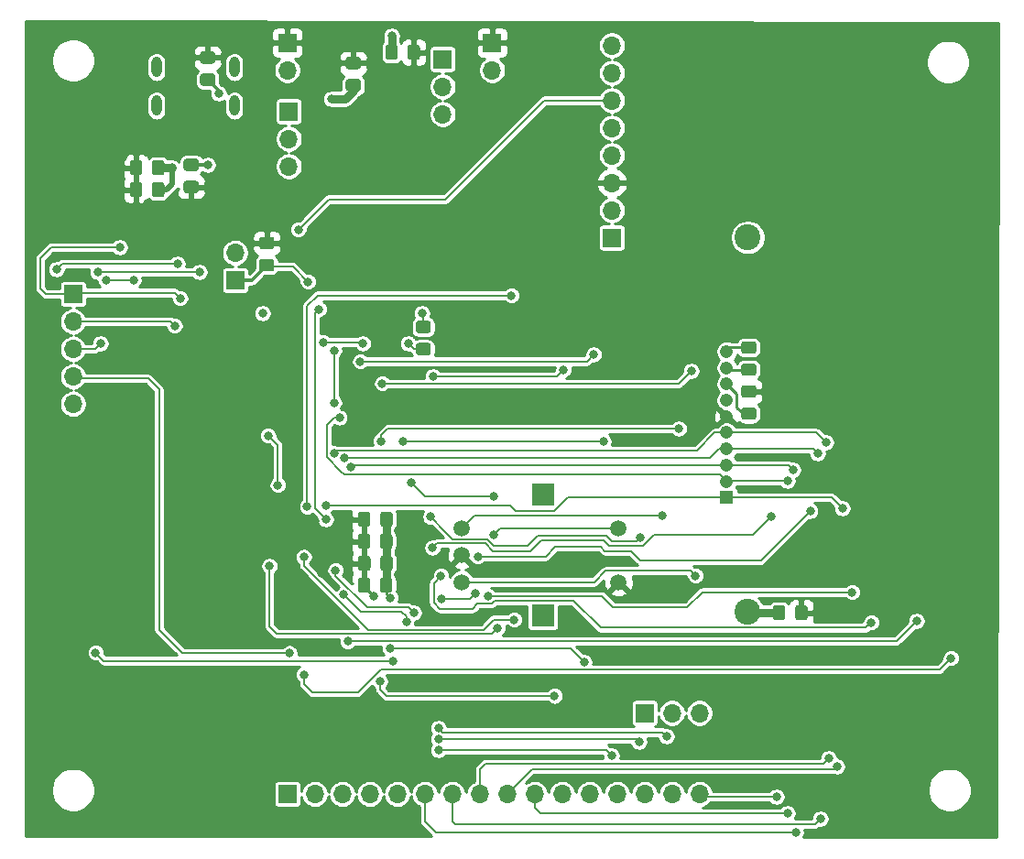
<source format=gbr>
%TF.GenerationSoftware,KiCad,Pcbnew,(5.1.6)-1*%
%TF.CreationDate,2020-11-14T18:00:02-05:00*%
%TF.ProjectId,F0DisplayBoard,46304469-7370-46c6-9179-426f6172642e,rev?*%
%TF.SameCoordinates,Original*%
%TF.FileFunction,Copper,L2,Bot*%
%TF.FilePolarity,Positive*%
%FSLAX46Y46*%
G04 Gerber Fmt 4.6, Leading zero omitted, Abs format (unit mm)*
G04 Created by KiCad (PCBNEW (5.1.6)-1) date 2020-11-14 18:00:02*
%MOMM*%
%LPD*%
G01*
G04 APERTURE LIST*
%TA.AperFunction,ComponentPad*%
%ADD10O,1.700000X1.700000*%
%TD*%
%TA.AperFunction,ComponentPad*%
%ADD11R,1.700000X1.700000*%
%TD*%
%TA.AperFunction,ComponentPad*%
%ADD12O,0.950000X1.900000*%
%TD*%
%TA.AperFunction,ComponentPad*%
%ADD13C,1.500000*%
%TD*%
%TA.AperFunction,WasherPad*%
%ADD14R,2.100000X2.000000*%
%TD*%
%TA.AperFunction,ComponentPad*%
%ADD15C,2.400000*%
%TD*%
%TA.AperFunction,ComponentPad*%
%ADD16C,1.208000*%
%TD*%
%TA.AperFunction,ComponentPad*%
%ADD17R,1.208000X1.208000*%
%TD*%
%TA.AperFunction,ViaPad*%
%ADD18C,0.800000*%
%TD*%
%TA.AperFunction,Conductor*%
%ADD19C,0.177800*%
%TD*%
%TA.AperFunction,Conductor*%
%ADD20C,0.762000*%
%TD*%
%TA.AperFunction,Conductor*%
%ADD21C,0.250000*%
%TD*%
%TA.AperFunction,Conductor*%
%ADD22C,0.508000*%
%TD*%
%TA.AperFunction,Conductor*%
%ADD23C,0.304800*%
%TD*%
%TA.AperFunction,Conductor*%
%ADD24C,0.254000*%
%TD*%
G04 APERTURE END LIST*
%TO.P,R3,2*%
%TO.N,GND*%
%TA.AperFunction,SMDPad,CuDef*%
G36*
G01*
X164280000Y-120338001D02*
X164280000Y-119437999D01*
G75*
G02*
X164529999Y-119188000I249999J0D01*
G01*
X165180001Y-119188000D01*
G75*
G02*
X165430000Y-119437999I0J-249999D01*
G01*
X165430000Y-120338001D01*
G75*
G02*
X165180001Y-120588000I-249999J0D01*
G01*
X164529999Y-120588000D01*
G75*
G02*
X164280000Y-120338001I0J249999D01*
G01*
G37*
%TD.AperFunction*%
%TO.P,R3,1*%
%TO.N,/DISP_LED-*%
%TA.AperFunction,SMDPad,CuDef*%
G36*
G01*
X162230000Y-120338001D02*
X162230000Y-119437999D01*
G75*
G02*
X162479999Y-119188000I249999J0D01*
G01*
X163130001Y-119188000D01*
G75*
G02*
X163380000Y-119437999I0J-249999D01*
G01*
X163380000Y-120338001D01*
G75*
G02*
X163130001Y-120588000I-249999J0D01*
G01*
X162479999Y-120588000D01*
G75*
G02*
X162230000Y-120338001I0J249999D01*
G01*
G37*
%TD.AperFunction*%
%TD*%
D10*
%TO.P,JP3,2*%
%TO.N,+3V3*%
X112522000Y-86614000D03*
D11*
%TO.P,JP3,1*%
%TO.N,/BOOT0*%
X112522000Y-89154000D03*
%TD*%
%TO.P,C15,2*%
%TO.N,GND*%
%TA.AperFunction,SMDPad,CuDef*%
G36*
G01*
X125017000Y-112833999D02*
X125017000Y-113734001D01*
G75*
G02*
X124767001Y-113984000I-249999J0D01*
G01*
X124116999Y-113984000D01*
G75*
G02*
X123867000Y-113734001I0J249999D01*
G01*
X123867000Y-112833999D01*
G75*
G02*
X124116999Y-112584000I249999J0D01*
G01*
X124767001Y-112584000D01*
G75*
G02*
X125017000Y-112833999I0J-249999D01*
G01*
G37*
%TD.AperFunction*%
%TO.P,C15,1*%
%TO.N,+3V3*%
%TA.AperFunction,SMDPad,CuDef*%
G36*
G01*
X127067000Y-112833999D02*
X127067000Y-113734001D01*
G75*
G02*
X126817001Y-113984000I-249999J0D01*
G01*
X126166999Y-113984000D01*
G75*
G02*
X125917000Y-113734001I0J249999D01*
G01*
X125917000Y-112833999D01*
G75*
G02*
X126166999Y-112584000I249999J0D01*
G01*
X126817001Y-112584000D01*
G75*
G02*
X127067000Y-112833999I0J-249999D01*
G01*
G37*
%TD.AperFunction*%
%TD*%
%TO.P,C14,2*%
%TO.N,GND*%
%TA.AperFunction,SMDPad,CuDef*%
G36*
G01*
X125035000Y-114865999D02*
X125035000Y-115766001D01*
G75*
G02*
X124785001Y-116016000I-249999J0D01*
G01*
X124134999Y-116016000D01*
G75*
G02*
X123885000Y-115766001I0J249999D01*
G01*
X123885000Y-114865999D01*
G75*
G02*
X124134999Y-114616000I249999J0D01*
G01*
X124785001Y-114616000D01*
G75*
G02*
X125035000Y-114865999I0J-249999D01*
G01*
G37*
%TD.AperFunction*%
%TO.P,C14,1*%
%TO.N,+3V3*%
%TA.AperFunction,SMDPad,CuDef*%
G36*
G01*
X127085000Y-114865999D02*
X127085000Y-115766001D01*
G75*
G02*
X126835001Y-116016000I-249999J0D01*
G01*
X126184999Y-116016000D01*
G75*
G02*
X125935000Y-115766001I0J249999D01*
G01*
X125935000Y-114865999D01*
G75*
G02*
X126184999Y-114616000I249999J0D01*
G01*
X126835001Y-114616000D01*
G75*
G02*
X127085000Y-114865999I0J-249999D01*
G01*
G37*
%TD.AperFunction*%
%TD*%
%TO.P,C13,2*%
%TO.N,GND*%
%TA.AperFunction,SMDPad,CuDef*%
G36*
G01*
X125006840Y-116887839D02*
X125006840Y-117787841D01*
G75*
G02*
X124756841Y-118037840I-249999J0D01*
G01*
X124106839Y-118037840D01*
G75*
G02*
X123856840Y-117787841I0J249999D01*
G01*
X123856840Y-116887839D01*
G75*
G02*
X124106839Y-116637840I249999J0D01*
G01*
X124756841Y-116637840D01*
G75*
G02*
X125006840Y-116887839I0J-249999D01*
G01*
G37*
%TD.AperFunction*%
%TO.P,C13,1*%
%TO.N,+3V3*%
%TA.AperFunction,SMDPad,CuDef*%
G36*
G01*
X127056840Y-116887839D02*
X127056840Y-117787841D01*
G75*
G02*
X126806841Y-118037840I-249999J0D01*
G01*
X126156839Y-118037840D01*
G75*
G02*
X125906840Y-117787841I0J249999D01*
G01*
X125906840Y-116887839D01*
G75*
G02*
X126156839Y-116637840I249999J0D01*
G01*
X126806841Y-116637840D01*
G75*
G02*
X127056840Y-116887839I0J-249999D01*
G01*
G37*
%TD.AperFunction*%
%TD*%
%TO.P,C12,2*%
%TO.N,GND*%
%TA.AperFunction,SMDPad,CuDef*%
G36*
G01*
X125026000Y-110801999D02*
X125026000Y-111702001D01*
G75*
G02*
X124776001Y-111952000I-249999J0D01*
G01*
X124125999Y-111952000D01*
G75*
G02*
X123876000Y-111702001I0J249999D01*
G01*
X123876000Y-110801999D01*
G75*
G02*
X124125999Y-110552000I249999J0D01*
G01*
X124776001Y-110552000D01*
G75*
G02*
X125026000Y-110801999I0J-249999D01*
G01*
G37*
%TD.AperFunction*%
%TO.P,C12,1*%
%TO.N,+3V3*%
%TA.AperFunction,SMDPad,CuDef*%
G36*
G01*
X127076000Y-110801999D02*
X127076000Y-111702001D01*
G75*
G02*
X126826001Y-111952000I-249999J0D01*
G01*
X126175999Y-111952000D01*
G75*
G02*
X125926000Y-111702001I0J249999D01*
G01*
X125926000Y-110801999D01*
G75*
G02*
X126175999Y-110552000I249999J0D01*
G01*
X126826001Y-110552000D01*
G75*
G02*
X127076000Y-110801999I0J-249999D01*
G01*
G37*
%TD.AperFunction*%
%TD*%
D10*
%TO.P,J9,3*%
%TO.N,/ROT_CHB*%
X155448000Y-129159000D03*
%TO.P,J9,2*%
%TO.N,/ROT_CHA*%
X152908000Y-129159000D03*
D11*
%TO.P,J9,1*%
%TO.N,/ROT_SW1*%
X150368000Y-129159000D03*
%TD*%
D10*
%TO.P,J8,5*%
%TO.N,/FT_PWREN*%
X97536000Y-100584000D03*
%TO.P,J8,4*%
%TO.N,/FT_TX*%
X97536000Y-98044000D03*
%TO.P,J8,3*%
%TO.N,/FT_RX*%
X97536000Y-95504000D03*
%TO.P,J8,2*%
%TO.N,/FT_CTS*%
X97536000Y-92964000D03*
D11*
%TO.P,J8,1*%
%TO.N,/FT_RTS*%
X97536000Y-90424000D03*
%TD*%
D12*
%TO.P,J1,S4*%
%TO.N,N/C*%
X105239000Y-69441000D03*
%TO.P,J1,S3*%
X105239000Y-72991000D03*
%TO.P,J1,S1*%
X112439000Y-72991000D03*
%TO.P,J1,S2*%
X112439000Y-69441000D03*
%TD*%
%TO.P,R4,2*%
%TO.N,GND*%
%TA.AperFunction,SMDPad,CuDef*%
G36*
G01*
X115893001Y-86282000D02*
X114992999Y-86282000D01*
G75*
G02*
X114743000Y-86032001I0J249999D01*
G01*
X114743000Y-85381999D01*
G75*
G02*
X114992999Y-85132000I249999J0D01*
G01*
X115893001Y-85132000D01*
G75*
G02*
X116143000Y-85381999I0J-249999D01*
G01*
X116143000Y-86032001D01*
G75*
G02*
X115893001Y-86282000I-249999J0D01*
G01*
G37*
%TD.AperFunction*%
%TO.P,R4,1*%
%TO.N,/BOOT0*%
%TA.AperFunction,SMDPad,CuDef*%
G36*
G01*
X115893001Y-88332000D02*
X114992999Y-88332000D01*
G75*
G02*
X114743000Y-88082001I0J249999D01*
G01*
X114743000Y-87431999D01*
G75*
G02*
X114992999Y-87182000I249999J0D01*
G01*
X115893001Y-87182000D01*
G75*
G02*
X116143000Y-87431999I0J-249999D01*
G01*
X116143000Y-88082001D01*
G75*
G02*
X115893001Y-88332000I-249999J0D01*
G01*
G37*
%TD.AperFunction*%
%TD*%
D10*
%TO.P,JP2,3*%
%TO.N,/3.3V_AZ*%
X131699000Y-73787000D03*
%TO.P,JP2,2*%
%TO.N,+3V3*%
X131699000Y-71247000D03*
D11*
%TO.P,JP2,1*%
%TO.N,/3.3V_CONN*%
X131699000Y-68707000D03*
%TD*%
D10*
%TO.P,JP1,3*%
%TO.N,/VUSB*%
X117475000Y-78613000D03*
%TO.P,JP1,2*%
%TO.N,+5V*%
X117475000Y-76073000D03*
D11*
%TO.P,JP1,1*%
%TO.N,/5V_CONN*%
X117475000Y-73533000D03*
%TD*%
D10*
%TO.P,J7,8*%
%TO.N,/NRST*%
X147345400Y-67437000D03*
%TO.P,J7,7*%
%TO.N,/JTDI*%
X147345400Y-69977000D03*
%TO.P,J7,6*%
%TO.N,/JTDO*%
X147345400Y-72517000D03*
%TO.P,J7,5*%
%TO.N,/NJTRST*%
X147345400Y-75057000D03*
%TO.P,J7,4*%
%TO.N,/JTMS-SWDIO*%
X147345400Y-77597000D03*
%TO.P,J7,3*%
%TO.N,GND*%
X147345400Y-80137000D03*
%TO.P,J7,2*%
%TO.N,/JTCK-SWCLK*%
X147345400Y-82677000D03*
D11*
%TO.P,J7,1*%
%TO.N,+3V3*%
X147345400Y-85217000D03*
%TD*%
D10*
%TO.P,J6,16*%
%TO.N,/ROT_SW1*%
X155448000Y-136652000D03*
%TO.P,J6,15*%
%TO.N,/PB14*%
X152908000Y-136652000D03*
%TO.P,J6,14*%
%TO.N,/PB13*%
X150368000Y-136652000D03*
%TO.P,J6,13*%
%TO.N,/PB12*%
X147828000Y-136652000D03*
%TO.P,J6,12*%
%TO.N,/PB11*%
X145288000Y-136652000D03*
%TO.P,J6,11*%
%TO.N,/PB10*%
X142748000Y-136652000D03*
%TO.P,J6,10*%
%TO.N,/DISP_RS*%
X140208000Y-136652000D03*
%TO.P,J6,9*%
%TO.N,/DISP_RST*%
X137668000Y-136652000D03*
%TO.P,J6,8*%
%TO.N,/DISP_SI*%
X135128000Y-136652000D03*
%TO.P,J6,7*%
%TO.N,/DISP_SCL*%
X132588000Y-136652000D03*
%TO.P,J6,6*%
%TO.N,/DISP_CSB*%
X130048000Y-136652000D03*
%TO.P,J6,5*%
%TO.N,/NJTRST*%
X127508000Y-136652000D03*
%TO.P,J6,4*%
%TO.N,/JTDO*%
X124968000Y-136652000D03*
%TO.P,J6,3*%
%TO.N,/BOOT1*%
X122428000Y-136652000D03*
%TO.P,J6,2*%
%TO.N,/PB1*%
X119888000Y-136652000D03*
D11*
%TO.P,J6,1*%
%TO.N,/PB0*%
X117348000Y-136652000D03*
%TD*%
D10*
%TO.P,J3,2*%
%TO.N,/5V_CONN*%
X117348000Y-69723000D03*
D11*
%TO.P,J3,1*%
%TO.N,GND*%
X117348000Y-67183000D03*
%TD*%
D10*
%TO.P,J2,2*%
%TO.N,/3.3V_CONN*%
X136271000Y-69723000D03*
D11*
%TO.P,J2,1*%
%TO.N,GND*%
X136271000Y-67183000D03*
%TD*%
%TO.P,C9,2*%
%TO.N,/DISP_C1-*%
%TA.AperFunction,SMDPad,CuDef*%
G36*
G01*
X160444601Y-95943000D02*
X159544599Y-95943000D01*
G75*
G02*
X159294600Y-95693001I0J249999D01*
G01*
X159294600Y-95042999D01*
G75*
G02*
X159544599Y-94793000I249999J0D01*
G01*
X160444601Y-94793000D01*
G75*
G02*
X160694600Y-95042999I0J-249999D01*
G01*
X160694600Y-95693001D01*
G75*
G02*
X160444601Y-95943000I-249999J0D01*
G01*
G37*
%TD.AperFunction*%
%TO.P,C9,1*%
%TO.N,/DISP_C1+*%
%TA.AperFunction,SMDPad,CuDef*%
G36*
G01*
X160444601Y-97993000D02*
X159544599Y-97993000D01*
G75*
G02*
X159294600Y-97743001I0J249999D01*
G01*
X159294600Y-97092999D01*
G75*
G02*
X159544599Y-96843000I249999J0D01*
G01*
X160444601Y-96843000D01*
G75*
G02*
X160694600Y-97092999I0J-249999D01*
G01*
X160694600Y-97743001D01*
G75*
G02*
X160444601Y-97993000I-249999J0D01*
G01*
G37*
%TD.AperFunction*%
%TD*%
%TO.P,C8,2*%
%TO.N,GND*%
%TA.AperFunction,SMDPad,CuDef*%
G36*
G01*
X160444601Y-100007000D02*
X159544599Y-100007000D01*
G75*
G02*
X159294600Y-99757001I0J249999D01*
G01*
X159294600Y-99106999D01*
G75*
G02*
X159544599Y-98857000I249999J0D01*
G01*
X160444601Y-98857000D01*
G75*
G02*
X160694600Y-99106999I0J-249999D01*
G01*
X160694600Y-99757001D01*
G75*
G02*
X160444601Y-100007000I-249999J0D01*
G01*
G37*
%TD.AperFunction*%
%TO.P,C8,1*%
%TO.N,/DISP_VOUT*%
%TA.AperFunction,SMDPad,CuDef*%
G36*
G01*
X160444601Y-102057000D02*
X159544599Y-102057000D01*
G75*
G02*
X159294600Y-101807001I0J249999D01*
G01*
X159294600Y-101156999D01*
G75*
G02*
X159544599Y-100907000I249999J0D01*
G01*
X160444601Y-100907000D01*
G75*
G02*
X160694600Y-101156999I0J-249999D01*
G01*
X160694600Y-101807001D01*
G75*
G02*
X160444601Y-102057000I-249999J0D01*
G01*
G37*
%TD.AperFunction*%
%TD*%
%TO.P,C6,2*%
%TO.N,GND*%
%TA.AperFunction,SMDPad,CuDef*%
G36*
G01*
X128457000Y-68522001D02*
X128457000Y-67621999D01*
G75*
G02*
X128706999Y-67372000I249999J0D01*
G01*
X129357001Y-67372000D01*
G75*
G02*
X129607000Y-67621999I0J-249999D01*
G01*
X129607000Y-68522001D01*
G75*
G02*
X129357001Y-68772000I-249999J0D01*
G01*
X128706999Y-68772000D01*
G75*
G02*
X128457000Y-68522001I0J249999D01*
G01*
G37*
%TD.AperFunction*%
%TO.P,C6,1*%
%TO.N,/3.3V_AZ*%
%TA.AperFunction,SMDPad,CuDef*%
G36*
G01*
X126407000Y-68522001D02*
X126407000Y-67621999D01*
G75*
G02*
X126656999Y-67372000I249999J0D01*
G01*
X127307001Y-67372000D01*
G75*
G02*
X127557000Y-67621999I0J-249999D01*
G01*
X127557000Y-68522001D01*
G75*
G02*
X127307001Y-68772000I-249999J0D01*
G01*
X126656999Y-68772000D01*
G75*
G02*
X126407000Y-68522001I0J249999D01*
G01*
G37*
%TD.AperFunction*%
%TD*%
%TO.P,C5,2*%
%TO.N,GND*%
%TA.AperFunction,SMDPad,CuDef*%
G36*
G01*
X108007999Y-79952000D02*
X108908001Y-79952000D01*
G75*
G02*
X109158000Y-80201999I0J-249999D01*
G01*
X109158000Y-80852001D01*
G75*
G02*
X108908001Y-81102000I-249999J0D01*
G01*
X108007999Y-81102000D01*
G75*
G02*
X107758000Y-80852001I0J249999D01*
G01*
X107758000Y-80201999D01*
G75*
G02*
X108007999Y-79952000I249999J0D01*
G01*
G37*
%TD.AperFunction*%
%TO.P,C5,1*%
%TO.N,/FT_3V3OUT*%
%TA.AperFunction,SMDPad,CuDef*%
G36*
G01*
X108007999Y-77902000D02*
X108908001Y-77902000D01*
G75*
G02*
X109158000Y-78151999I0J-249999D01*
G01*
X109158000Y-78802001D01*
G75*
G02*
X108908001Y-79052000I-249999J0D01*
G01*
X108007999Y-79052000D01*
G75*
G02*
X107758000Y-78802001I0J249999D01*
G01*
X107758000Y-78151999D01*
G75*
G02*
X108007999Y-77902000I249999J0D01*
G01*
G37*
%TD.AperFunction*%
%TD*%
%TO.P,C4,2*%
%TO.N,GND*%
%TA.AperFunction,SMDPad,CuDef*%
G36*
G01*
X103935000Y-78289999D02*
X103935000Y-79190001D01*
G75*
G02*
X103685001Y-79440000I-249999J0D01*
G01*
X103034999Y-79440000D01*
G75*
G02*
X102785000Y-79190001I0J249999D01*
G01*
X102785000Y-78289999D01*
G75*
G02*
X103034999Y-78040000I249999J0D01*
G01*
X103685001Y-78040000D01*
G75*
G02*
X103935000Y-78289999I0J-249999D01*
G01*
G37*
%TD.AperFunction*%
%TO.P,C4,1*%
%TO.N,+5V*%
%TA.AperFunction,SMDPad,CuDef*%
G36*
G01*
X105985000Y-78289999D02*
X105985000Y-79190001D01*
G75*
G02*
X105735001Y-79440000I-249999J0D01*
G01*
X105084999Y-79440000D01*
G75*
G02*
X104835000Y-79190001I0J249999D01*
G01*
X104835000Y-78289999D01*
G75*
G02*
X105084999Y-78040000I249999J0D01*
G01*
X105735001Y-78040000D01*
G75*
G02*
X105985000Y-78289999I0J-249999D01*
G01*
G37*
%TD.AperFunction*%
%TD*%
%TO.P,C3,2*%
%TO.N,GND*%
%TA.AperFunction,SMDPad,CuDef*%
G36*
G01*
X110432001Y-69137000D02*
X109531999Y-69137000D01*
G75*
G02*
X109282000Y-68887001I0J249999D01*
G01*
X109282000Y-68236999D01*
G75*
G02*
X109531999Y-67987000I249999J0D01*
G01*
X110432001Y-67987000D01*
G75*
G02*
X110682000Y-68236999I0J-249999D01*
G01*
X110682000Y-68887001D01*
G75*
G02*
X110432001Y-69137000I-249999J0D01*
G01*
G37*
%TD.AperFunction*%
%TO.P,C3,1*%
%TO.N,/VBUS*%
%TA.AperFunction,SMDPad,CuDef*%
G36*
G01*
X110432001Y-71187000D02*
X109531999Y-71187000D01*
G75*
G02*
X109282000Y-70937001I0J249999D01*
G01*
X109282000Y-70286999D01*
G75*
G02*
X109531999Y-70037000I249999J0D01*
G01*
X110432001Y-70037000D01*
G75*
G02*
X110682000Y-70286999I0J-249999D01*
G01*
X110682000Y-70937001D01*
G75*
G02*
X110432001Y-71187000I-249999J0D01*
G01*
G37*
%TD.AperFunction*%
%TD*%
%TO.P,C2,2*%
%TO.N,GND*%
%TA.AperFunction,SMDPad,CuDef*%
G36*
G01*
X103935000Y-80321999D02*
X103935000Y-81222001D01*
G75*
G02*
X103685001Y-81472000I-249999J0D01*
G01*
X103034999Y-81472000D01*
G75*
G02*
X102785000Y-81222001I0J249999D01*
G01*
X102785000Y-80321999D01*
G75*
G02*
X103034999Y-80072000I249999J0D01*
G01*
X103685001Y-80072000D01*
G75*
G02*
X103935000Y-80321999I0J-249999D01*
G01*
G37*
%TD.AperFunction*%
%TO.P,C2,1*%
%TO.N,+5V*%
%TA.AperFunction,SMDPad,CuDef*%
G36*
G01*
X105985000Y-80321999D02*
X105985000Y-81222001D01*
G75*
G02*
X105735001Y-81472000I-249999J0D01*
G01*
X105084999Y-81472000D01*
G75*
G02*
X104835000Y-81222001I0J249999D01*
G01*
X104835000Y-80321999D01*
G75*
G02*
X105084999Y-80072000I249999J0D01*
G01*
X105735001Y-80072000D01*
G75*
G02*
X105985000Y-80321999I0J-249999D01*
G01*
G37*
%TD.AperFunction*%
%TD*%
%TO.P,C1,2*%
%TO.N,GND*%
%TA.AperFunction,SMDPad,CuDef*%
G36*
G01*
X123894001Y-69645000D02*
X122993999Y-69645000D01*
G75*
G02*
X122744000Y-69395001I0J249999D01*
G01*
X122744000Y-68744999D01*
G75*
G02*
X122993999Y-68495000I249999J0D01*
G01*
X123894001Y-68495000D01*
G75*
G02*
X124144000Y-68744999I0J-249999D01*
G01*
X124144000Y-69395001D01*
G75*
G02*
X123894001Y-69645000I-249999J0D01*
G01*
G37*
%TD.AperFunction*%
%TO.P,C1,1*%
%TO.N,+5V*%
%TA.AperFunction,SMDPad,CuDef*%
G36*
G01*
X123894001Y-71695000D02*
X122993999Y-71695000D01*
G75*
G02*
X122744000Y-71445001I0J249999D01*
G01*
X122744000Y-70794999D01*
G75*
G02*
X122993999Y-70545000I249999J0D01*
G01*
X123894001Y-70545000D01*
G75*
G02*
X124144000Y-70794999I0J-249999D01*
G01*
X124144000Y-71445001D01*
G75*
G02*
X123894001Y-71695000I-249999J0D01*
G01*
G37*
%TD.AperFunction*%
%TD*%
%TO.P,R8,2*%
%TO.N,/PC2*%
%TA.AperFunction,SMDPad,CuDef*%
G36*
G01*
X129470999Y-94947000D02*
X130371001Y-94947000D01*
G75*
G02*
X130621000Y-95196999I0J-249999D01*
G01*
X130621000Y-95847001D01*
G75*
G02*
X130371001Y-96097000I-249999J0D01*
G01*
X129470999Y-96097000D01*
G75*
G02*
X129221000Y-95847001I0J249999D01*
G01*
X129221000Y-95196999D01*
G75*
G02*
X129470999Y-94947000I249999J0D01*
G01*
G37*
%TD.AperFunction*%
%TO.P,R8,1*%
%TO.N,+3V3*%
%TA.AperFunction,SMDPad,CuDef*%
G36*
G01*
X129470999Y-92897000D02*
X130371001Y-92897000D01*
G75*
G02*
X130621000Y-93146999I0J-249999D01*
G01*
X130621000Y-93797001D01*
G75*
G02*
X130371001Y-94047000I-249999J0D01*
G01*
X129470999Y-94047000D01*
G75*
G02*
X129221000Y-93797001I0J249999D01*
G01*
X129221000Y-93146999D01*
G75*
G02*
X129470999Y-92897000I249999J0D01*
G01*
G37*
%TD.AperFunction*%
%TD*%
D13*
%TO.P,U3,5*%
%TO.N,/ROT_CHB*%
X133470000Y-117054000D03*
%TO.P,U3,4*%
%TO.N,GND*%
X133470000Y-114554000D03*
%TO.P,U3,3*%
%TO.N,/ROT_CHA*%
X133470000Y-112054000D03*
%TO.P,U3,1*%
%TO.N,/ROT_SW1*%
X147970000Y-112054000D03*
%TO.P,U3,2*%
%TO.N,GND*%
X147970000Y-117054000D03*
D14*
%TD*%
%TO.N,*%
%TO.C,U3*%
X140970000Y-108954000D03*
%TO.N,*%
%TO.C,U3*%
X140970000Y-120154000D03*
%TD*%
D15*
%TO.P,J5,K*%
%TO.N,/DISP_LED-*%
X159912600Y-119789000D03*
%TO.P,J5,A*%
%TO.N,+3V3*%
X159912600Y-85189000D03*
D16*
%TO.P,J5,10*%
%TO.N,/DISP_C1-*%
X157962600Y-95739000D03*
%TO.P,J5,9*%
%TO.N,/DISP_C1+*%
X157962600Y-97239000D03*
%TO.P,J5,8*%
%TO.N,/DISP_VOUT*%
X157962600Y-98739000D03*
%TO.P,J5,7*%
%TO.N,+3V3*%
X157962600Y-100239000D03*
%TO.P,J5,6*%
%TO.N,GND*%
X157962600Y-101739000D03*
%TO.P,J5,5*%
%TO.N,/DISP_SI*%
X157962600Y-103239000D03*
%TO.P,J5,4*%
%TO.N,/DISP_SCL*%
X157962600Y-104739000D03*
%TO.P,J5,3*%
%TO.N,/DISP_CSB*%
X157962600Y-106239000D03*
%TO.P,J5,2*%
%TO.N,/DISP_RS*%
X157962600Y-107739000D03*
D17*
%TO.P,J5,1*%
%TO.N,/DISP_RST*%
X157962600Y-109239000D03*
%TD*%
D18*
%TO.N,/ROT_SW1*%
X136398000Y-112649000D03*
X134747000Y-118110000D03*
X131572000Y-118618000D03*
X162560000Y-136906000D03*
%TO.N,+3V3*%
X126873000Y-118491000D03*
X129794000Y-92202000D03*
%TO.N,/ROT_CHB*%
X155067000Y-116459000D03*
%TO.N,/ROT_CHA*%
X152019000Y-110871000D03*
%TO.N,GND*%
X106680000Y-72390000D03*
X123698000Y-66548000D03*
X102117919Y-77812248D03*
X107188000Y-74930000D03*
X178816000Y-71882000D03*
X175514000Y-71882000D03*
X171958000Y-71882000D03*
X168656000Y-71882000D03*
X165354000Y-71882000D03*
X162052000Y-71882000D03*
X158750000Y-71882000D03*
X155448000Y-71882000D03*
X110744000Y-104902000D03*
X104394000Y-82042000D03*
X133096000Y-93218000D03*
X105410000Y-74930000D03*
X112014000Y-118364000D03*
X125349000Y-118364000D03*
X109982000Y-93472000D03*
X120523000Y-116205000D03*
X119888000Y-111379000D03*
%TO.N,+5V*%
X106680000Y-78740000D03*
X121412000Y-72390000D03*
%TO.N,/DISP_SI*%
X121666000Y-105156000D03*
X167132000Y-104140000D03*
X167386000Y-133350000D03*
%TO.N,/DISP_SCL*%
X122626521Y-105582660D03*
X166624000Y-138938000D03*
X166370000Y-105156000D03*
%TO.N,/DISP_CSB*%
X123190000Y-106408793D03*
X164084000Y-106680000D03*
X164338000Y-140207986D03*
%TO.N,/DISP_RS*%
X163576000Y-138430000D03*
X163576000Y-107696000D03*
X122163190Y-101854000D03*
%TO.N,/DISP_RST*%
X120904000Y-109982000D03*
X168148000Y-134112000D03*
X168656000Y-110236000D03*
%TO.N,/FT_PWREN*%
X99822000Y-88392000D03*
X109220000Y-88392000D03*
X99631500Y-123571000D03*
X127127000Y-124333000D03*
%TO.N,/FT_RX*%
X103124000Y-89154000D03*
X100584000Y-89154000D03*
X100076000Y-94996000D03*
%TO.N,/FT_CTS*%
X96012000Y-88138000D03*
X107188000Y-87630000D03*
X106934000Y-93345000D03*
%TO.N,/FT_RTS*%
X101854000Y-86106000D03*
X107442000Y-90805000D03*
%TO.N,/FT_TX*%
X117538500Y-123634500D03*
%TO.N,/PC0*%
X119180101Y-110068431D03*
X138049000Y-90551000D03*
%TO.N,/PC1*%
X138303000Y-120523000D03*
X118872000Y-114734100D03*
%TO.N,/PC2*%
X136779000Y-121285000D03*
X115697000Y-115570000D03*
X136398000Y-109093000D03*
X128778000Y-107822994D03*
X128524000Y-94996000D03*
%TO.N,/PC4*%
X118872000Y-125603000D03*
X178689000Y-124079000D03*
%TO.N,/PC5*%
X175514000Y-120650000D03*
X122936000Y-122535801D03*
%TO.N,/PC6*%
X171323000Y-120777000D03*
X131551126Y-116479874D03*
%TO.N,/PC7*%
X135890000Y-118364000D03*
X169545000Y-117983000D03*
%TO.N,/PC8*%
X165680899Y-110490000D03*
X134947100Y-114681000D03*
%TO.N,/PC9*%
X162052000Y-110998000D03*
X130765539Y-113874539D03*
%TO.N,/PC10*%
X126001900Y-104013000D03*
X153543000Y-102870000D03*
%TO.N,/PC11*%
X154686000Y-97536000D03*
X126111000Y-98679000D03*
%TO.N,/PC3*%
X120269000Y-91821000D03*
X120904000Y-111252000D03*
%TO.N,/3.3V_AZ*%
X127000000Y-66548000D03*
%TO.N,/JTMS-SWDIO*%
X130576874Y-111018874D03*
X149987000Y-112903000D03*
%TO.N,/PB14*%
X152400000Y-131318000D03*
X131318000Y-130556000D03*
%TO.N,/PB13*%
X131318000Y-131572000D03*
X149860000Y-131826000D03*
%TO.N,/PB12*%
X147320000Y-133096000D03*
X131318000Y-132588000D03*
%TO.N,/NRST*%
X115062000Y-92202000D03*
X116459000Y-108077000D03*
X115570000Y-103505000D03*
%TO.N,/BOOT0*%
X121666000Y-100457000D03*
X121666000Y-95631000D03*
X119253000Y-89281000D03*
%TO.N,/NJTRST*%
X129032006Y-119888000D03*
X145669000Y-96012000D03*
X124079000Y-96647000D03*
X121793000Y-115951000D03*
%TO.N,/JTDO*%
X122575874Y-118216126D03*
X128343106Y-120720049D03*
X118364000Y-84455000D03*
X120650000Y-94869000D03*
X124333000Y-94996000D03*
%TO.N,/JTDI*%
X142875000Y-97409000D03*
X130810000Y-98044000D03*
%TO.N,/JTCK-SWCLK*%
X128057754Y-104020738D03*
X146558000Y-104013000D03*
%TO.N,/PB11*%
X144780000Y-124460000D03*
X126838099Y-123190000D03*
%TO.N,/PB10*%
X125904503Y-126238000D03*
X142049500Y-127571500D03*
%TO.N,/VBUS*%
X110998000Y-71882000D03*
%TO.N,/FT_3V3OUT*%
X109982000Y-78486000D03*
%TD*%
D19*
%TO.N,/ROT_SW1*%
X147970000Y-112054000D02*
X136993000Y-112054000D01*
X136993000Y-112054000D02*
X136398000Y-112649000D01*
X134747000Y-118110000D02*
X134239000Y-118618000D01*
X134239000Y-118618000D02*
X131572000Y-118618000D01*
X155702000Y-136906000D02*
X155448000Y-136652000D01*
X162560000Y-136906000D02*
X155702000Y-136906000D01*
D20*
%TO.N,+3V3*%
X126481840Y-115344160D02*
X126510000Y-115316000D01*
X126481840Y-117337840D02*
X126481840Y-115344160D01*
X126510000Y-113302000D02*
X126492000Y-113284000D01*
X126510000Y-115316000D02*
X126510000Y-113302000D01*
X126492000Y-111261000D02*
X126501000Y-111252000D01*
X126492000Y-113284000D02*
X126492000Y-111261000D01*
D21*
X126481840Y-118099840D02*
X126873000Y-118491000D01*
X126481840Y-117337840D02*
X126481840Y-118099840D01*
D19*
X129921000Y-93472000D02*
X129921000Y-92329000D01*
X129921000Y-92329000D02*
X129794000Y-92202000D01*
%TO.N,/ROT_CHB*%
X133470000Y-117054000D02*
X145709000Y-117054000D01*
X145709000Y-117054000D02*
X146747901Y-116015099D01*
X154623099Y-116015099D02*
X155067000Y-116459000D01*
X146747901Y-116015099D02*
X154623099Y-116015099D01*
%TO.N,/ROT_CHA*%
X134653000Y-110871000D02*
X133470000Y-112054000D01*
X152019000Y-110871000D02*
X134653000Y-110871000D01*
D21*
%TO.N,GND*%
X124431840Y-117337840D02*
X124431840Y-117446840D01*
X124431840Y-117446840D02*
X125349000Y-118364000D01*
D22*
X124451000Y-113275000D02*
X124442000Y-113284000D01*
X124451000Y-111252000D02*
X124451000Y-113275000D01*
X124442000Y-115298000D02*
X124460000Y-115316000D01*
X124442000Y-113284000D02*
X124442000Y-115298000D01*
X124460000Y-117309680D02*
X124431840Y-117337840D01*
X124460000Y-115316000D02*
X124460000Y-117309680D01*
X124431840Y-117337840D02*
X124322840Y-117337840D01*
D20*
%TO.N,+5V*%
X106680000Y-78740000D02*
X105410000Y-78740000D01*
D22*
X105410000Y-80772000D02*
X106172000Y-80772000D01*
X106680000Y-80264000D02*
X106680000Y-78740000D01*
X106172000Y-80772000D02*
X106680000Y-80264000D01*
D20*
X123444000Y-71120000D02*
X123444000Y-71628000D01*
X123444000Y-71628000D02*
X122682000Y-72390000D01*
X122682000Y-72390000D02*
X121412000Y-72390000D01*
D21*
%TO.N,/DISP_C1-*%
X158333600Y-95368000D02*
X157962600Y-95739000D01*
X159994600Y-95368000D02*
X158333600Y-95368000D01*
%TO.N,/DISP_C1+*%
X158141600Y-97418000D02*
X157962600Y-97239000D01*
X159994600Y-97418000D02*
X158141600Y-97418000D01*
%TO.N,/DISP_VOUT*%
X159994600Y-101482000D02*
X159495600Y-101482000D01*
X158891601Y-99668001D02*
X157962600Y-98739000D01*
X158891601Y-100878001D02*
X158891601Y-99668001D01*
X159495600Y-101482000D02*
X158891601Y-100878001D01*
D19*
%TO.N,/DISP_SI*%
X121928241Y-104893759D02*
X121666000Y-105156000D01*
X155202241Y-104893759D02*
X121928241Y-104893759D01*
X157962600Y-103239000D02*
X156857000Y-103239000D01*
X156857000Y-103239000D02*
X155202241Y-104893759D01*
X157962600Y-103239000D02*
X166231000Y-103239000D01*
X166231000Y-103239000D02*
X167132000Y-104140000D01*
X135128000Y-134366000D02*
X135128000Y-136652000D01*
X135636000Y-133858000D02*
X135128000Y-134366000D01*
X167386000Y-133350000D02*
X166878000Y-133858000D01*
X166878000Y-133858000D02*
X135636000Y-133858000D01*
%TO.N,/DISP_SCL*%
X122626521Y-105582660D02*
X156382660Y-105582660D01*
X157226320Y-104739000D02*
X157962600Y-104739000D01*
X156382660Y-105582660D02*
X157226320Y-104739000D01*
X132588000Y-136652000D02*
X132588000Y-139192000D01*
X132588000Y-139192000D02*
X132842000Y-139446000D01*
X132842000Y-139446000D02*
X166116000Y-139446000D01*
X166116000Y-139446000D02*
X166624000Y-138938000D01*
X165953000Y-104739000D02*
X157962600Y-104739000D01*
X166370000Y-105156000D02*
X165953000Y-104739000D01*
%TO.N,/DISP_CSB*%
X157962600Y-106239000D02*
X123359793Y-106239000D01*
X123359793Y-106239000D02*
X123190000Y-106408793D01*
X157962600Y-106239000D02*
X163643000Y-106239000D01*
X163643000Y-106239000D02*
X164084000Y-106680000D01*
X131063986Y-140207986D02*
X164338000Y-140207986D01*
X130048000Y-136652000D02*
X130048000Y-139192000D01*
X130048000Y-139192000D02*
X131063986Y-140207986D01*
%TO.N,/DISP_RS*%
X140208000Y-136652000D02*
X140208000Y-137922000D01*
X140208000Y-137922000D02*
X140716000Y-138430000D01*
X140716000Y-138430000D02*
X163576000Y-138430000D01*
X158005600Y-107696000D02*
X157962600Y-107739000D01*
X163576000Y-107696000D02*
X158005600Y-107696000D01*
X157962600Y-107739000D02*
X157321293Y-107097693D01*
X157321293Y-107097693D02*
X122591693Y-107097693D01*
X122591693Y-107097693D02*
X122301000Y-106807000D01*
X122301000Y-106807000D02*
X120977099Y-105483099D01*
X120977099Y-102542901D02*
X121666000Y-101854000D01*
X120977099Y-105483099D02*
X120977099Y-102542901D01*
X121666000Y-101854000D02*
X122163190Y-101854000D01*
%TO.N,/DISP_RST*%
X137668000Y-136652000D02*
X139954000Y-134366000D01*
X139954000Y-134366000D02*
X166370000Y-134366000D01*
X166370000Y-134366000D02*
X167894000Y-134366000D01*
X167894000Y-134366000D02*
X168148000Y-134112000D01*
X157981600Y-109220000D02*
X157962600Y-109239000D01*
X168656000Y-110236000D02*
X167640000Y-109220000D01*
X167640000Y-109220000D02*
X157981600Y-109220000D01*
X143255022Y-109239000D02*
X157962600Y-109239000D01*
X142004022Y-110490000D02*
X143255022Y-109239000D01*
X120904000Y-109982000D02*
X137922000Y-109982000D01*
X138430000Y-110490000D02*
X142004022Y-110490000D01*
X137922000Y-109982000D02*
X138430000Y-110490000D01*
%TO.N,/FT_PWREN*%
X99822000Y-88392000D02*
X109220000Y-88392000D01*
X99631500Y-123571000D02*
X100393500Y-124333000D01*
X100393500Y-124333000D02*
X127127000Y-124333000D01*
%TO.N,/FT_RX*%
X103124000Y-89154000D02*
X100584000Y-89154000D01*
X99568000Y-95504000D02*
X100076000Y-94996000D01*
X97536000Y-95504000D02*
X99568000Y-95504000D01*
%TO.N,/FT_CTS*%
X96520000Y-87630000D02*
X107188000Y-87630000D01*
X96012000Y-88138000D02*
X96520000Y-87630000D01*
X97536000Y-92964000D02*
X106553000Y-92964000D01*
X106553000Y-92964000D02*
X106934000Y-93345000D01*
%TO.N,/FT_RTS*%
X95504002Y-86106000D02*
X101854000Y-86106000D01*
X94488000Y-89916000D02*
X94488000Y-87122002D01*
X94488000Y-87122002D02*
X95504002Y-86106000D01*
X97536000Y-90424000D02*
X94996000Y-90424000D01*
X94996000Y-90424000D02*
X94488000Y-89916000D01*
X106934000Y-90297000D02*
X97663000Y-90297000D01*
X97663000Y-90297000D02*
X97536000Y-90424000D01*
X107442000Y-90805000D02*
X106934000Y-90297000D01*
%TO.N,/FT_TX*%
X105483100Y-99250500D02*
X104467100Y-98234500D01*
X97726500Y-98234500D02*
X97536000Y-98044000D01*
X104467100Y-98234500D02*
X97726500Y-98234500D01*
X107649299Y-123641051D02*
X117531949Y-123641051D01*
X105483100Y-99250500D02*
X105483100Y-121474852D01*
X105483100Y-121474852D02*
X107649299Y-123641051D01*
%TO.N,/PC0*%
X120142000Y-90551000D02*
X138049000Y-90551000D01*
X119180101Y-110068431D02*
X119180101Y-91512899D01*
X119180101Y-91512899D02*
X120142000Y-90551000D01*
%TO.N,/PC1*%
X124809265Y-121469091D02*
X135451909Y-121469091D01*
X136398000Y-120523000D02*
X138303000Y-120523000D01*
X118872000Y-114734100D02*
X118872000Y-115531826D01*
X135451909Y-121469091D02*
X136398000Y-120523000D01*
X118872000Y-115531826D02*
X124809265Y-121469091D01*
%TO.N,/PC2*%
X115697000Y-121158000D02*
X115697000Y-115570000D01*
X136779000Y-121285000D02*
X136217099Y-121846901D01*
X116385901Y-121846901D02*
X115697000Y-121158000D01*
X136217099Y-121846901D02*
X116385901Y-121846901D01*
X136398000Y-109093000D02*
X130048006Y-109093000D01*
X130048006Y-109093000D02*
X128778000Y-107822994D01*
X129921000Y-95522000D02*
X129050000Y-95522000D01*
X129050000Y-95522000D02*
X128524000Y-94996000D01*
%TO.N,/PC4*%
X177619099Y-125148901D02*
X125974028Y-125148901D01*
X178689000Y-124079000D02*
X177619099Y-125148901D01*
X125974028Y-125148901D02*
X123868929Y-127254000D01*
X118872000Y-126492000D02*
X118872000Y-125603000D01*
X123868929Y-127254000D02*
X119634000Y-127254000D01*
X119634000Y-127254000D02*
X118872000Y-126492000D01*
%TO.N,/PC5*%
X175514000Y-120650000D02*
X174879000Y-121285000D01*
X122970702Y-122501099D02*
X122936000Y-122535801D01*
X174879000Y-121285000D02*
X173662901Y-122501099D01*
X173662901Y-122501099D02*
X122970702Y-122501099D01*
%TO.N,/PC6*%
X130883099Y-117147901D02*
X131551126Y-116479874D01*
X134473802Y-119507000D02*
X131441426Y-119507000D01*
X130883099Y-118948673D02*
X130883099Y-117147901D01*
X134927901Y-119052901D02*
X134473802Y-119507000D01*
X131441426Y-119507000D02*
X130883099Y-118948673D01*
X136220673Y-119052901D02*
X134927901Y-119052901D01*
X171323000Y-120777000D02*
X170822099Y-121277901D01*
X170822099Y-121277901D02*
X146296901Y-121277901D01*
X146296901Y-121277901D02*
X143764000Y-118745000D01*
X143764000Y-118745000D02*
X136528574Y-118745000D01*
X136528574Y-118745000D02*
X136220673Y-119052901D01*
%TO.N,/PC7*%
X154305000Y-119380000D02*
X147447000Y-119380000D01*
X146431000Y-118364000D02*
X135890000Y-118364000D01*
X155702000Y-117983000D02*
X154305000Y-119380000D01*
X147447000Y-119380000D02*
X146431000Y-118364000D01*
X169545000Y-117983000D02*
X155702000Y-117983000D01*
%TO.N,/PC8*%
X161118226Y-115052673D02*
X165680899Y-110490000D01*
X149996327Y-115052673D02*
X161118226Y-115052673D01*
X149116654Y-114173000D02*
X149996327Y-115052673D01*
X141224000Y-114681000D02*
X142113000Y-113792000D01*
X146304000Y-113792000D02*
X146685000Y-114173000D01*
X134947100Y-114681000D02*
X141224000Y-114681000D01*
X142113000Y-113792000D02*
X146304000Y-113792000D01*
X146685000Y-114173000D02*
X149116654Y-114173000D01*
%TO.N,/PC9*%
X161036000Y-112014000D02*
X162052000Y-110998000D01*
X135665833Y-113470711D02*
X136368122Y-114173000D01*
X136368122Y-114173000D02*
X139827000Y-114173000D01*
X160401000Y-112649000D02*
X161036000Y-112014000D01*
X146558000Y-113157000D02*
X147062810Y-113661810D01*
X139827000Y-114173000D02*
X140843000Y-113157000D01*
X140843000Y-113157000D02*
X146558000Y-113157000D01*
X147062810Y-113661810D02*
X150244190Y-113661810D01*
X150244190Y-113661810D02*
X151257000Y-112649000D01*
X151257000Y-112649000D02*
X160401000Y-112649000D01*
X130765539Y-113874539D02*
X131169367Y-113470711D01*
X131169367Y-113470711D02*
X135665833Y-113470711D01*
%TO.N,/PC10*%
X126001900Y-104013000D02*
X126001900Y-103487100D01*
X126001900Y-103487100D02*
X126619000Y-102870000D01*
X126619000Y-102870000D02*
X153543000Y-102870000D01*
%TO.N,/PC11*%
X126164901Y-98732901D02*
X126111000Y-98679000D01*
X154686000Y-97536000D02*
X153489099Y-98732901D01*
X153489099Y-98732901D02*
X126164901Y-98732901D01*
%TO.N,/PC3*%
X119869001Y-110217001D02*
X120904000Y-111252000D01*
X120269000Y-91821000D02*
X119869001Y-92220999D01*
X119869001Y-92220999D02*
X119869001Y-110217001D01*
D20*
%TO.N,/3.3V_AZ*%
X126982000Y-68072000D02*
X126982000Y-66566000D01*
X126982000Y-66566000D02*
X127000000Y-66548000D01*
D19*
%TO.N,/JTMS-SWDIO*%
X131953000Y-112395000D02*
X130576874Y-111018874D01*
X132650901Y-113092901D02*
X131953000Y-112395000D01*
X136394426Y-113665000D02*
X135822327Y-113092901D01*
X135822327Y-113092901D02*
X132650901Y-113092901D01*
X139573000Y-113665000D02*
X140208000Y-113030000D01*
X139573000Y-113665000D02*
X136394426Y-113665000D01*
X140208000Y-113030000D02*
X140462000Y-112776000D01*
X140462000Y-112776000D02*
X146812000Y-112776000D01*
X146812000Y-112776000D02*
X147320000Y-113284000D01*
X147320000Y-113284000D02*
X149606000Y-113284000D01*
X149606000Y-113284000D02*
X149987000Y-112903000D01*
%TO.N,/PB14*%
X152400000Y-131318000D02*
X152019000Y-130937000D01*
X131699000Y-130937000D02*
X131318000Y-130556000D01*
X152019000Y-130937000D02*
X131699000Y-130937000D01*
%TO.N,/PB13*%
X131318000Y-131572000D02*
X149606000Y-131572000D01*
X149606000Y-131572000D02*
X149860000Y-131826000D01*
%TO.N,/PB12*%
X131318000Y-132588000D02*
X146812000Y-132588000D01*
X146812000Y-132588000D02*
X147320000Y-133096000D01*
%TO.N,/NRST*%
X116459000Y-104394000D02*
X115570000Y-103505000D01*
X116459000Y-108077000D02*
X116459000Y-104394000D01*
D23*
%TO.N,/BOOT0*%
X114046000Y-89154000D02*
X115443000Y-87757000D01*
X112522000Y-89154000D02*
X114046000Y-89154000D01*
D19*
X121666000Y-100457000D02*
X121666000Y-95885000D01*
X121666000Y-95885000D02*
X121666000Y-95631000D01*
X119253000Y-89281000D02*
X117856000Y-87884000D01*
X115570000Y-87884000D02*
X115443000Y-87757000D01*
X117856000Y-87884000D02*
X115570000Y-87884000D01*
%TO.N,/NJTRST*%
X145669000Y-96012000D02*
X145034000Y-96647000D01*
X145034000Y-96647000D02*
X124079000Y-96647000D01*
X128524006Y-119380000D02*
X129032006Y-119888000D01*
X121793000Y-116459000D02*
X124714000Y-119380000D01*
X124714000Y-119380000D02*
X128524006Y-119380000D01*
X121793000Y-116459000D02*
X121793000Y-115951000D01*
%TO.N,/JTDO*%
X124117557Y-119757809D02*
X122575874Y-118216126D01*
X127885809Y-119757809D02*
X124117557Y-119757809D01*
X128343106Y-120215106D02*
X127885809Y-119757809D01*
X128343106Y-120720049D02*
X128343106Y-120215106D01*
X120650000Y-94869000D02*
X124206000Y-94869000D01*
X124206000Y-94869000D02*
X124333000Y-94996000D01*
X121158000Y-81661000D02*
X118364000Y-84455000D01*
X131953000Y-81661000D02*
X121158000Y-81661000D01*
X147345400Y-72517000D02*
X141097000Y-72517000D01*
X141097000Y-72517000D02*
X131953000Y-81661000D01*
%TO.N,/JTDI*%
X142875000Y-97409000D02*
X142367000Y-97917000D01*
X142367000Y-97917000D02*
X142240000Y-98044000D01*
X142240000Y-98044000D02*
X130810000Y-98044000D01*
%TO.N,/JTCK-SWCLK*%
X128057754Y-104020738D02*
X146550262Y-104020738D01*
X146550262Y-104020738D02*
X146558000Y-104013000D01*
%TO.N,/PB11*%
X144780000Y-124460000D02*
X143510000Y-123190000D01*
X143510000Y-123190000D02*
X126838099Y-123190000D01*
%TO.N,/PB10*%
X125904503Y-126238000D02*
X125904503Y-126984003D01*
X125904503Y-126984003D02*
X126492000Y-127571500D01*
X126492000Y-127571500D02*
X142049500Y-127571500D01*
D23*
%TO.N,/VBUS*%
X110998000Y-71628000D02*
X109982000Y-70612000D01*
X110998000Y-71882000D02*
X110998000Y-71628000D01*
%TO.N,/FT_3V3OUT*%
X108467000Y-78486000D02*
X108458000Y-78477000D01*
X109982000Y-78486000D02*
X108467000Y-78486000D01*
D20*
%TO.N,/DISP_LED-*%
X160011600Y-119888000D02*
X159912600Y-119789000D01*
X162805000Y-119888000D02*
X160011600Y-119888000D01*
%TD*%
D24*
%TO.N,GND*%
G36*
X183057439Y-65353693D02*
G01*
X182931963Y-140639561D01*
X165066747Y-140614540D01*
X165075132Y-140601991D01*
X165137835Y-140450613D01*
X165169800Y-140289911D01*
X165169800Y-140126061D01*
X165138102Y-139966700D01*
X166090425Y-139966700D01*
X166116000Y-139969219D01*
X166155190Y-139965359D01*
X166218075Y-139959165D01*
X166316227Y-139929391D01*
X166406685Y-139881041D01*
X166485972Y-139815972D01*
X166502282Y-139796098D01*
X166530819Y-139767561D01*
X166542075Y-139769800D01*
X166705925Y-139769800D01*
X166866627Y-139737835D01*
X167018005Y-139675132D01*
X167154242Y-139584101D01*
X167270101Y-139468242D01*
X167361132Y-139332005D01*
X167423835Y-139180627D01*
X167455800Y-139019925D01*
X167455800Y-138856075D01*
X167423835Y-138695373D01*
X167361132Y-138543995D01*
X167270101Y-138407758D01*
X167154242Y-138291899D01*
X167018005Y-138200868D01*
X166866627Y-138138165D01*
X166705925Y-138106200D01*
X166542075Y-138106200D01*
X166381373Y-138138165D01*
X166229995Y-138200868D01*
X166093758Y-138291899D01*
X165977899Y-138407758D01*
X165886868Y-138543995D01*
X165824165Y-138695373D01*
X165792200Y-138856075D01*
X165792200Y-138925300D01*
X164245449Y-138925300D01*
X164313132Y-138824005D01*
X164375835Y-138672627D01*
X164407800Y-138511925D01*
X164407800Y-138348075D01*
X164375835Y-138187373D01*
X164313132Y-138035995D01*
X164222101Y-137899758D01*
X164106242Y-137783899D01*
X163970005Y-137692868D01*
X163818627Y-137630165D01*
X163657925Y-137598200D01*
X163494075Y-137598200D01*
X163333373Y-137630165D01*
X163181995Y-137692868D01*
X163045758Y-137783899D01*
X162929899Y-137899758D01*
X162923523Y-137909300D01*
X155697415Y-137909300D01*
X155821887Y-137884541D01*
X156055160Y-137787916D01*
X156265100Y-137647639D01*
X156443639Y-137469100D01*
X156471970Y-137426700D01*
X161907523Y-137426700D01*
X161913899Y-137436242D01*
X162029758Y-137552101D01*
X162165995Y-137643132D01*
X162317373Y-137705835D01*
X162478075Y-137737800D01*
X162641925Y-137737800D01*
X162802627Y-137705835D01*
X162954005Y-137643132D01*
X163090242Y-137552101D01*
X163206101Y-137436242D01*
X163297132Y-137300005D01*
X163359835Y-137148627D01*
X163391800Y-136987925D01*
X163391800Y-136824075D01*
X163359835Y-136663373D01*
X163297132Y-136511995D01*
X163206101Y-136375758D01*
X163090242Y-136259899D01*
X162954005Y-136168868D01*
X162802627Y-136106165D01*
X162641925Y-136074200D01*
X162478075Y-136074200D01*
X162317373Y-136106165D01*
X162165995Y-136168868D01*
X162029758Y-136259899D01*
X161913899Y-136375758D01*
X161907523Y-136385300D01*
X156701862Y-136385300D01*
X156680541Y-136278113D01*
X156594705Y-136070885D01*
X176530200Y-136070885D01*
X176530200Y-136471115D01*
X176608281Y-136863654D01*
X176761442Y-137233418D01*
X176983798Y-137566197D01*
X177266803Y-137849202D01*
X177599582Y-138071558D01*
X177969346Y-138224719D01*
X178361885Y-138302800D01*
X178762115Y-138302800D01*
X179154654Y-138224719D01*
X179524418Y-138071558D01*
X179857197Y-137849202D01*
X180140202Y-137566197D01*
X180362558Y-137233418D01*
X180515719Y-136863654D01*
X180593800Y-136471115D01*
X180593800Y-136070885D01*
X180515719Y-135678346D01*
X180362558Y-135308582D01*
X180140202Y-134975803D01*
X179857197Y-134692798D01*
X179524418Y-134470442D01*
X179154654Y-134317281D01*
X178762115Y-134239200D01*
X178361885Y-134239200D01*
X177969346Y-134317281D01*
X177599582Y-134470442D01*
X177266803Y-134692798D01*
X176983798Y-134975803D01*
X176761442Y-135308582D01*
X176608281Y-135678346D01*
X176530200Y-136070885D01*
X156594705Y-136070885D01*
X156583916Y-136044840D01*
X156443639Y-135834900D01*
X156265100Y-135656361D01*
X156055160Y-135516084D01*
X155821887Y-135419459D01*
X155574246Y-135370200D01*
X155321754Y-135370200D01*
X155074113Y-135419459D01*
X154840840Y-135516084D01*
X154630900Y-135656361D01*
X154452361Y-135834900D01*
X154312084Y-136044840D01*
X154215459Y-136278113D01*
X154178000Y-136466432D01*
X154140541Y-136278113D01*
X154043916Y-136044840D01*
X153903639Y-135834900D01*
X153725100Y-135656361D01*
X153515160Y-135516084D01*
X153281887Y-135419459D01*
X153034246Y-135370200D01*
X152781754Y-135370200D01*
X152534113Y-135419459D01*
X152300840Y-135516084D01*
X152090900Y-135656361D01*
X151912361Y-135834900D01*
X151772084Y-136044840D01*
X151675459Y-136278113D01*
X151638000Y-136466432D01*
X151600541Y-136278113D01*
X151503916Y-136044840D01*
X151363639Y-135834900D01*
X151185100Y-135656361D01*
X150975160Y-135516084D01*
X150741887Y-135419459D01*
X150494246Y-135370200D01*
X150241754Y-135370200D01*
X149994113Y-135419459D01*
X149760840Y-135516084D01*
X149550900Y-135656361D01*
X149372361Y-135834900D01*
X149232084Y-136044840D01*
X149135459Y-136278113D01*
X149098000Y-136466432D01*
X149060541Y-136278113D01*
X148963916Y-136044840D01*
X148823639Y-135834900D01*
X148645100Y-135656361D01*
X148435160Y-135516084D01*
X148201887Y-135419459D01*
X147954246Y-135370200D01*
X147701754Y-135370200D01*
X147454113Y-135419459D01*
X147220840Y-135516084D01*
X147010900Y-135656361D01*
X146832361Y-135834900D01*
X146692084Y-136044840D01*
X146595459Y-136278113D01*
X146558000Y-136466432D01*
X146520541Y-136278113D01*
X146423916Y-136044840D01*
X146283639Y-135834900D01*
X146105100Y-135656361D01*
X145895160Y-135516084D01*
X145661887Y-135419459D01*
X145414246Y-135370200D01*
X145161754Y-135370200D01*
X144914113Y-135419459D01*
X144680840Y-135516084D01*
X144470900Y-135656361D01*
X144292361Y-135834900D01*
X144152084Y-136044840D01*
X144055459Y-136278113D01*
X144018000Y-136466432D01*
X143980541Y-136278113D01*
X143883916Y-136044840D01*
X143743639Y-135834900D01*
X143565100Y-135656361D01*
X143355160Y-135516084D01*
X143121887Y-135419459D01*
X142874246Y-135370200D01*
X142621754Y-135370200D01*
X142374113Y-135419459D01*
X142140840Y-135516084D01*
X141930900Y-135656361D01*
X141752361Y-135834900D01*
X141612084Y-136044840D01*
X141515459Y-136278113D01*
X141478000Y-136466432D01*
X141440541Y-136278113D01*
X141343916Y-136044840D01*
X141203639Y-135834900D01*
X141025100Y-135656361D01*
X140815160Y-135516084D01*
X140581887Y-135419459D01*
X140334246Y-135370200D01*
X140081754Y-135370200D01*
X139834113Y-135419459D01*
X139600840Y-135516084D01*
X139418383Y-135637997D01*
X140169681Y-134886700D01*
X167844692Y-134886700D01*
X167905373Y-134911835D01*
X168066075Y-134943800D01*
X168229925Y-134943800D01*
X168390627Y-134911835D01*
X168542005Y-134849132D01*
X168678242Y-134758101D01*
X168794101Y-134642242D01*
X168885132Y-134506005D01*
X168947835Y-134354627D01*
X168979800Y-134193925D01*
X168979800Y-134030075D01*
X168947835Y-133869373D01*
X168885132Y-133717995D01*
X168794101Y-133581758D01*
X168678242Y-133465899D01*
X168542005Y-133374868D01*
X168390627Y-133312165D01*
X168229925Y-133280200D01*
X168217800Y-133280200D01*
X168217800Y-133268075D01*
X168185835Y-133107373D01*
X168123132Y-132955995D01*
X168032101Y-132819758D01*
X167916242Y-132703899D01*
X167780005Y-132612868D01*
X167628627Y-132550165D01*
X167467925Y-132518200D01*
X167304075Y-132518200D01*
X167143373Y-132550165D01*
X166991995Y-132612868D01*
X166855758Y-132703899D01*
X166739899Y-132819758D01*
X166648868Y-132955995D01*
X166586165Y-133107373D01*
X166554200Y-133268075D01*
X166554200Y-133337300D01*
X148120099Y-133337300D01*
X148151800Y-133177925D01*
X148151800Y-133014075D01*
X148119835Y-132853373D01*
X148057132Y-132701995D01*
X147966101Y-132565758D01*
X147850242Y-132449899D01*
X147714005Y-132358868D01*
X147562627Y-132296165D01*
X147401925Y-132264200D01*
X147238075Y-132264200D01*
X147226819Y-132266439D01*
X147198282Y-132237902D01*
X147181972Y-132218028D01*
X147102685Y-132152959D01*
X147012227Y-132104609D01*
X146972968Y-132092700D01*
X149070136Y-132092700D01*
X149122868Y-132220005D01*
X149213899Y-132356242D01*
X149329758Y-132472101D01*
X149465995Y-132563132D01*
X149617373Y-132625835D01*
X149778075Y-132657800D01*
X149941925Y-132657800D01*
X150102627Y-132625835D01*
X150254005Y-132563132D01*
X150390242Y-132472101D01*
X150506101Y-132356242D01*
X150597132Y-132220005D01*
X150659835Y-132068627D01*
X150691800Y-131907925D01*
X150691800Y-131744075D01*
X150659835Y-131583373D01*
X150607779Y-131457700D01*
X151579692Y-131457700D01*
X151600165Y-131560627D01*
X151662868Y-131712005D01*
X151753899Y-131848242D01*
X151869758Y-131964101D01*
X152005995Y-132055132D01*
X152157373Y-132117835D01*
X152318075Y-132149800D01*
X152481925Y-132149800D01*
X152642627Y-132117835D01*
X152794005Y-132055132D01*
X152930242Y-131964101D01*
X153046101Y-131848242D01*
X153137132Y-131712005D01*
X153199835Y-131560627D01*
X153231800Y-131399925D01*
X153231800Y-131236075D01*
X153199835Y-131075373D01*
X153137132Y-130923995D01*
X153046101Y-130787758D01*
X152930242Y-130671899D01*
X152794005Y-130580868D01*
X152642627Y-130518165D01*
X152481925Y-130486200D01*
X152318075Y-130486200D01*
X152290473Y-130491690D01*
X152219227Y-130453609D01*
X152121075Y-130423835D01*
X152044575Y-130416300D01*
X152019000Y-130413781D01*
X151993425Y-130416300D01*
X151362816Y-130416300D01*
X151384042Y-130409861D01*
X151459056Y-130369766D01*
X151524806Y-130315806D01*
X151578766Y-130250056D01*
X151618861Y-130175042D01*
X151643552Y-130093648D01*
X151651889Y-130009000D01*
X151651889Y-129414393D01*
X151675459Y-129532887D01*
X151772084Y-129766160D01*
X151912361Y-129976100D01*
X152090900Y-130154639D01*
X152300840Y-130294916D01*
X152534113Y-130391541D01*
X152781754Y-130440800D01*
X153034246Y-130440800D01*
X153281887Y-130391541D01*
X153515160Y-130294916D01*
X153725100Y-130154639D01*
X153903639Y-129976100D01*
X154043916Y-129766160D01*
X154140541Y-129532887D01*
X154178000Y-129344568D01*
X154215459Y-129532887D01*
X154312084Y-129766160D01*
X154452361Y-129976100D01*
X154630900Y-130154639D01*
X154840840Y-130294916D01*
X155074113Y-130391541D01*
X155321754Y-130440800D01*
X155574246Y-130440800D01*
X155821887Y-130391541D01*
X156055160Y-130294916D01*
X156265100Y-130154639D01*
X156443639Y-129976100D01*
X156583916Y-129766160D01*
X156680541Y-129532887D01*
X156729800Y-129285246D01*
X156729800Y-129032754D01*
X156680541Y-128785113D01*
X156583916Y-128551840D01*
X156443639Y-128341900D01*
X156265100Y-128163361D01*
X156055160Y-128023084D01*
X155821887Y-127926459D01*
X155574246Y-127877200D01*
X155321754Y-127877200D01*
X155074113Y-127926459D01*
X154840840Y-128023084D01*
X154630900Y-128163361D01*
X154452361Y-128341900D01*
X154312084Y-128551840D01*
X154215459Y-128785113D01*
X154178000Y-128973432D01*
X154140541Y-128785113D01*
X154043916Y-128551840D01*
X153903639Y-128341900D01*
X153725100Y-128163361D01*
X153515160Y-128023084D01*
X153281887Y-127926459D01*
X153034246Y-127877200D01*
X152781754Y-127877200D01*
X152534113Y-127926459D01*
X152300840Y-128023084D01*
X152090900Y-128163361D01*
X151912361Y-128341900D01*
X151772084Y-128551840D01*
X151675459Y-128785113D01*
X151651889Y-128903607D01*
X151651889Y-128309000D01*
X151643552Y-128224352D01*
X151618861Y-128142958D01*
X151578766Y-128067944D01*
X151524806Y-128002194D01*
X151459056Y-127948234D01*
X151384042Y-127908139D01*
X151302648Y-127883448D01*
X151218000Y-127875111D01*
X149518000Y-127875111D01*
X149433352Y-127883448D01*
X149351958Y-127908139D01*
X149276944Y-127948234D01*
X149211194Y-128002194D01*
X149157234Y-128067944D01*
X149117139Y-128142958D01*
X149092448Y-128224352D01*
X149084111Y-128309000D01*
X149084111Y-130009000D01*
X149092448Y-130093648D01*
X149117139Y-130175042D01*
X149157234Y-130250056D01*
X149211194Y-130315806D01*
X149276944Y-130369766D01*
X149351958Y-130409861D01*
X149373184Y-130416300D01*
X132138308Y-130416300D01*
X132117835Y-130313373D01*
X132055132Y-130161995D01*
X131964101Y-130025758D01*
X131848242Y-129909899D01*
X131712005Y-129818868D01*
X131560627Y-129756165D01*
X131399925Y-129724200D01*
X131236075Y-129724200D01*
X131075373Y-129756165D01*
X130923995Y-129818868D01*
X130787758Y-129909899D01*
X130671899Y-130025758D01*
X130580868Y-130161995D01*
X130518165Y-130313373D01*
X130486200Y-130474075D01*
X130486200Y-130637925D01*
X130518165Y-130798627D01*
X130580868Y-130950005D01*
X130657037Y-131064000D01*
X130580868Y-131177995D01*
X130518165Y-131329373D01*
X130486200Y-131490075D01*
X130486200Y-131653925D01*
X130518165Y-131814627D01*
X130580868Y-131966005D01*
X130657037Y-132080000D01*
X130580868Y-132193995D01*
X130518165Y-132345373D01*
X130486200Y-132506075D01*
X130486200Y-132669925D01*
X130518165Y-132830627D01*
X130580868Y-132982005D01*
X130671899Y-133118242D01*
X130787758Y-133234101D01*
X130923995Y-133325132D01*
X131075373Y-133387835D01*
X131236075Y-133419800D01*
X131399925Y-133419800D01*
X131560627Y-133387835D01*
X131712005Y-133325132D01*
X131848242Y-133234101D01*
X131964101Y-133118242D01*
X131970477Y-133108700D01*
X146488200Y-133108700D01*
X146488200Y-133177925D01*
X146519901Y-133337300D01*
X135661574Y-133337300D01*
X135635999Y-133334781D01*
X135533924Y-133344835D01*
X135516895Y-133350001D01*
X135435773Y-133374609D01*
X135345315Y-133422959D01*
X135266028Y-133488028D01*
X135249722Y-133507898D01*
X134777902Y-133979718D01*
X134758028Y-133996028D01*
X134692959Y-134075315D01*
X134644609Y-134165774D01*
X134623867Y-134234151D01*
X134614835Y-134263925D01*
X134604781Y-134366000D01*
X134607300Y-134391575D01*
X134607300Y-135480271D01*
X134520840Y-135516084D01*
X134310900Y-135656361D01*
X134132361Y-135834900D01*
X133992084Y-136044840D01*
X133895459Y-136278113D01*
X133858000Y-136466432D01*
X133820541Y-136278113D01*
X133723916Y-136044840D01*
X133583639Y-135834900D01*
X133405100Y-135656361D01*
X133195160Y-135516084D01*
X132961887Y-135419459D01*
X132714246Y-135370200D01*
X132461754Y-135370200D01*
X132214113Y-135419459D01*
X131980840Y-135516084D01*
X131770900Y-135656361D01*
X131592361Y-135834900D01*
X131452084Y-136044840D01*
X131355459Y-136278113D01*
X131318000Y-136466432D01*
X131280541Y-136278113D01*
X131183916Y-136044840D01*
X131043639Y-135834900D01*
X130865100Y-135656361D01*
X130655160Y-135516084D01*
X130421887Y-135419459D01*
X130174246Y-135370200D01*
X129921754Y-135370200D01*
X129674113Y-135419459D01*
X129440840Y-135516084D01*
X129230900Y-135656361D01*
X129052361Y-135834900D01*
X128912084Y-136044840D01*
X128815459Y-136278113D01*
X128778000Y-136466432D01*
X128740541Y-136278113D01*
X128643916Y-136044840D01*
X128503639Y-135834900D01*
X128325100Y-135656361D01*
X128115160Y-135516084D01*
X127881887Y-135419459D01*
X127634246Y-135370200D01*
X127381754Y-135370200D01*
X127134113Y-135419459D01*
X126900840Y-135516084D01*
X126690900Y-135656361D01*
X126512361Y-135834900D01*
X126372084Y-136044840D01*
X126275459Y-136278113D01*
X126238000Y-136466432D01*
X126200541Y-136278113D01*
X126103916Y-136044840D01*
X125963639Y-135834900D01*
X125785100Y-135656361D01*
X125575160Y-135516084D01*
X125341887Y-135419459D01*
X125094246Y-135370200D01*
X124841754Y-135370200D01*
X124594113Y-135419459D01*
X124360840Y-135516084D01*
X124150900Y-135656361D01*
X123972361Y-135834900D01*
X123832084Y-136044840D01*
X123735459Y-136278113D01*
X123698000Y-136466432D01*
X123660541Y-136278113D01*
X123563916Y-136044840D01*
X123423639Y-135834900D01*
X123245100Y-135656361D01*
X123035160Y-135516084D01*
X122801887Y-135419459D01*
X122554246Y-135370200D01*
X122301754Y-135370200D01*
X122054113Y-135419459D01*
X121820840Y-135516084D01*
X121610900Y-135656361D01*
X121432361Y-135834900D01*
X121292084Y-136044840D01*
X121195459Y-136278113D01*
X121158000Y-136466432D01*
X121120541Y-136278113D01*
X121023916Y-136044840D01*
X120883639Y-135834900D01*
X120705100Y-135656361D01*
X120495160Y-135516084D01*
X120261887Y-135419459D01*
X120014246Y-135370200D01*
X119761754Y-135370200D01*
X119514113Y-135419459D01*
X119280840Y-135516084D01*
X119070900Y-135656361D01*
X118892361Y-135834900D01*
X118752084Y-136044840D01*
X118655459Y-136278113D01*
X118631889Y-136396607D01*
X118631889Y-135802000D01*
X118623552Y-135717352D01*
X118598861Y-135635958D01*
X118558766Y-135560944D01*
X118504806Y-135495194D01*
X118439056Y-135441234D01*
X118364042Y-135401139D01*
X118282648Y-135376448D01*
X118198000Y-135368111D01*
X116498000Y-135368111D01*
X116413352Y-135376448D01*
X116331958Y-135401139D01*
X116256944Y-135441234D01*
X116191194Y-135495194D01*
X116137234Y-135560944D01*
X116097139Y-135635958D01*
X116072448Y-135717352D01*
X116064111Y-135802000D01*
X116064111Y-137502000D01*
X116072448Y-137586648D01*
X116097139Y-137668042D01*
X116137234Y-137743056D01*
X116191194Y-137808806D01*
X116256944Y-137862766D01*
X116331958Y-137902861D01*
X116413352Y-137927552D01*
X116498000Y-137935889D01*
X118198000Y-137935889D01*
X118282648Y-137927552D01*
X118364042Y-137902861D01*
X118439056Y-137862766D01*
X118504806Y-137808806D01*
X118558766Y-137743056D01*
X118598861Y-137668042D01*
X118623552Y-137586648D01*
X118631889Y-137502000D01*
X118631889Y-136907393D01*
X118655459Y-137025887D01*
X118752084Y-137259160D01*
X118892361Y-137469100D01*
X119070900Y-137647639D01*
X119280840Y-137787916D01*
X119514113Y-137884541D01*
X119761754Y-137933800D01*
X120014246Y-137933800D01*
X120261887Y-137884541D01*
X120495160Y-137787916D01*
X120705100Y-137647639D01*
X120883639Y-137469100D01*
X121023916Y-137259160D01*
X121120541Y-137025887D01*
X121158000Y-136837568D01*
X121195459Y-137025887D01*
X121292084Y-137259160D01*
X121432361Y-137469100D01*
X121610900Y-137647639D01*
X121820840Y-137787916D01*
X122054113Y-137884541D01*
X122301754Y-137933800D01*
X122554246Y-137933800D01*
X122801887Y-137884541D01*
X123035160Y-137787916D01*
X123245100Y-137647639D01*
X123423639Y-137469100D01*
X123563916Y-137259160D01*
X123660541Y-137025887D01*
X123698000Y-136837568D01*
X123735459Y-137025887D01*
X123832084Y-137259160D01*
X123972361Y-137469100D01*
X124150900Y-137647639D01*
X124360840Y-137787916D01*
X124594113Y-137884541D01*
X124841754Y-137933800D01*
X125094246Y-137933800D01*
X125341887Y-137884541D01*
X125575160Y-137787916D01*
X125785100Y-137647639D01*
X125963639Y-137469100D01*
X126103916Y-137259160D01*
X126200541Y-137025887D01*
X126238000Y-136837568D01*
X126275459Y-137025887D01*
X126372084Y-137259160D01*
X126512361Y-137469100D01*
X126690900Y-137647639D01*
X126900840Y-137787916D01*
X127134113Y-137884541D01*
X127381754Y-137933800D01*
X127634246Y-137933800D01*
X127881887Y-137884541D01*
X128115160Y-137787916D01*
X128325100Y-137647639D01*
X128503639Y-137469100D01*
X128643916Y-137259160D01*
X128740541Y-137025887D01*
X128778000Y-136837568D01*
X128815459Y-137025887D01*
X128912084Y-137259160D01*
X129052361Y-137469100D01*
X129230900Y-137647639D01*
X129440840Y-137787916D01*
X129527300Y-137823729D01*
X129527301Y-139166415D01*
X129524781Y-139192000D01*
X129534835Y-139294075D01*
X129559744Y-139376186D01*
X129564610Y-139392227D01*
X129612960Y-139482685D01*
X129678029Y-139561972D01*
X129697898Y-139578278D01*
X130677708Y-140558089D01*
X130684517Y-140566386D01*
X93166800Y-140513840D01*
X93166800Y-136070885D01*
X95504200Y-136070885D01*
X95504200Y-136471115D01*
X95582281Y-136863654D01*
X95735442Y-137233418D01*
X95957798Y-137566197D01*
X96240803Y-137849202D01*
X96573582Y-138071558D01*
X96943346Y-138224719D01*
X97335885Y-138302800D01*
X97736115Y-138302800D01*
X98128654Y-138224719D01*
X98498418Y-138071558D01*
X98831197Y-137849202D01*
X99114202Y-137566197D01*
X99336558Y-137233418D01*
X99489719Y-136863654D01*
X99567800Y-136471115D01*
X99567800Y-136070885D01*
X99489719Y-135678346D01*
X99336558Y-135308582D01*
X99114202Y-134975803D01*
X98831197Y-134692798D01*
X98498418Y-134470442D01*
X98128654Y-134317281D01*
X97736115Y-134239200D01*
X97335885Y-134239200D01*
X96943346Y-134317281D01*
X96573582Y-134470442D01*
X96240803Y-134692798D01*
X95957798Y-134975803D01*
X95735442Y-135308582D01*
X95582281Y-135678346D01*
X95504200Y-136070885D01*
X93166800Y-136070885D01*
X93166800Y-87122002D01*
X93964781Y-87122002D01*
X93967301Y-87147587D01*
X93967300Y-89890425D01*
X93964781Y-89916000D01*
X93974835Y-90018075D01*
X93978544Y-90030300D01*
X94004609Y-90116226D01*
X94052959Y-90206685D01*
X94118028Y-90285972D01*
X94137902Y-90302282D01*
X94609722Y-90774102D01*
X94626028Y-90793972D01*
X94705315Y-90859041D01*
X94795773Y-90907391D01*
X94840544Y-90920972D01*
X94893924Y-90937165D01*
X94995999Y-90947219D01*
X95021574Y-90944700D01*
X96252111Y-90944700D01*
X96252111Y-91274000D01*
X96260448Y-91358648D01*
X96285139Y-91440042D01*
X96325234Y-91515056D01*
X96379194Y-91580806D01*
X96444944Y-91634766D01*
X96519958Y-91674861D01*
X96601352Y-91699552D01*
X96686000Y-91707889D01*
X97280607Y-91707889D01*
X97162113Y-91731459D01*
X96928840Y-91828084D01*
X96718900Y-91968361D01*
X96540361Y-92146900D01*
X96400084Y-92356840D01*
X96303459Y-92590113D01*
X96254200Y-92837754D01*
X96254200Y-93090246D01*
X96303459Y-93337887D01*
X96400084Y-93571160D01*
X96540361Y-93781100D01*
X96718900Y-93959639D01*
X96928840Y-94099916D01*
X97162113Y-94196541D01*
X97350432Y-94234000D01*
X97162113Y-94271459D01*
X96928840Y-94368084D01*
X96718900Y-94508361D01*
X96540361Y-94686900D01*
X96400084Y-94896840D01*
X96303459Y-95130113D01*
X96254200Y-95377754D01*
X96254200Y-95630246D01*
X96303459Y-95877887D01*
X96400084Y-96111160D01*
X96540361Y-96321100D01*
X96718900Y-96499639D01*
X96928840Y-96639916D01*
X97162113Y-96736541D01*
X97350432Y-96774000D01*
X97162113Y-96811459D01*
X96928840Y-96908084D01*
X96718900Y-97048361D01*
X96540361Y-97226900D01*
X96400084Y-97436840D01*
X96303459Y-97670113D01*
X96254200Y-97917754D01*
X96254200Y-98170246D01*
X96303459Y-98417887D01*
X96400084Y-98651160D01*
X96540361Y-98861100D01*
X96718900Y-99039639D01*
X96928840Y-99179916D01*
X97162113Y-99276541D01*
X97350432Y-99314000D01*
X97162113Y-99351459D01*
X96928840Y-99448084D01*
X96718900Y-99588361D01*
X96540361Y-99766900D01*
X96400084Y-99976840D01*
X96303459Y-100210113D01*
X96254200Y-100457754D01*
X96254200Y-100710246D01*
X96303459Y-100957887D01*
X96400084Y-101191160D01*
X96540361Y-101401100D01*
X96718900Y-101579639D01*
X96928840Y-101719916D01*
X97162113Y-101816541D01*
X97409754Y-101865800D01*
X97662246Y-101865800D01*
X97909887Y-101816541D01*
X98143160Y-101719916D01*
X98353100Y-101579639D01*
X98531639Y-101401100D01*
X98671916Y-101191160D01*
X98768541Y-100957887D01*
X98817800Y-100710246D01*
X98817800Y-100457754D01*
X98768541Y-100210113D01*
X98671916Y-99976840D01*
X98531639Y-99766900D01*
X98353100Y-99588361D01*
X98143160Y-99448084D01*
X97909887Y-99351459D01*
X97721568Y-99314000D01*
X97909887Y-99276541D01*
X98143160Y-99179916D01*
X98353100Y-99039639D01*
X98531639Y-98861100D01*
X98602399Y-98755200D01*
X104251420Y-98755200D01*
X104962400Y-99466181D01*
X104962401Y-121449267D01*
X104959881Y-121474852D01*
X104969935Y-121576927D01*
X104989491Y-121641391D01*
X104999710Y-121675079D01*
X105048060Y-121765537D01*
X105113129Y-121844824D01*
X105132998Y-121861130D01*
X107084167Y-123812300D01*
X100609181Y-123812300D01*
X100461061Y-123664181D01*
X100463300Y-123652925D01*
X100463300Y-123489075D01*
X100431335Y-123328373D01*
X100368632Y-123176995D01*
X100277601Y-123040758D01*
X100161742Y-122924899D01*
X100025505Y-122833868D01*
X99874127Y-122771165D01*
X99713425Y-122739200D01*
X99549575Y-122739200D01*
X99388873Y-122771165D01*
X99237495Y-122833868D01*
X99101258Y-122924899D01*
X98985399Y-123040758D01*
X98894368Y-123176995D01*
X98831665Y-123328373D01*
X98799700Y-123489075D01*
X98799700Y-123652925D01*
X98831665Y-123813627D01*
X98894368Y-123965005D01*
X98985399Y-124101242D01*
X99101258Y-124217101D01*
X99237495Y-124308132D01*
X99388873Y-124370835D01*
X99549575Y-124402800D01*
X99713425Y-124402800D01*
X99724681Y-124400561D01*
X100007222Y-124683103D01*
X100023528Y-124702972D01*
X100102815Y-124768041D01*
X100192788Y-124816132D01*
X100193273Y-124816391D01*
X100291425Y-124846165D01*
X100393500Y-124856219D01*
X100419075Y-124853700D01*
X118507371Y-124853700D01*
X118477995Y-124865868D01*
X118341758Y-124956899D01*
X118225899Y-125072758D01*
X118134868Y-125208995D01*
X118072165Y-125360373D01*
X118040200Y-125521075D01*
X118040200Y-125684925D01*
X118072165Y-125845627D01*
X118134868Y-125997005D01*
X118225899Y-126133242D01*
X118341758Y-126249101D01*
X118351300Y-126255477D01*
X118351300Y-126466425D01*
X118348781Y-126492000D01*
X118358835Y-126594075D01*
X118364889Y-126614032D01*
X118388609Y-126692226D01*
X118436959Y-126782685D01*
X118502028Y-126861972D01*
X118521902Y-126878283D01*
X119247722Y-127604103D01*
X119264028Y-127623972D01*
X119343315Y-127689041D01*
X119433773Y-127737391D01*
X119531925Y-127767165D01*
X119578242Y-127771727D01*
X119634000Y-127777219D01*
X119659575Y-127774700D01*
X123843354Y-127774700D01*
X123868929Y-127777219D01*
X123924688Y-127771727D01*
X123971004Y-127767165D01*
X124069156Y-127737391D01*
X124159614Y-127689041D01*
X124238901Y-127623972D01*
X124255212Y-127604097D01*
X125191377Y-126667932D01*
X125258402Y-126768242D01*
X125374261Y-126884101D01*
X125383804Y-126890477D01*
X125383804Y-126958419D01*
X125381284Y-126984003D01*
X125391338Y-127086078D01*
X125411313Y-127151925D01*
X125421113Y-127184230D01*
X125469463Y-127274688D01*
X125534532Y-127353975D01*
X125554401Y-127370281D01*
X126105722Y-127921603D01*
X126122028Y-127941472D01*
X126201315Y-128006541D01*
X126291773Y-128054891D01*
X126360150Y-128075633D01*
X126389924Y-128084665D01*
X126491999Y-128094719D01*
X126517574Y-128092200D01*
X141397023Y-128092200D01*
X141403399Y-128101742D01*
X141519258Y-128217601D01*
X141655495Y-128308632D01*
X141806873Y-128371335D01*
X141967575Y-128403300D01*
X142131425Y-128403300D01*
X142292127Y-128371335D01*
X142443505Y-128308632D01*
X142579742Y-128217601D01*
X142695601Y-128101742D01*
X142786632Y-127965505D01*
X142849335Y-127814127D01*
X142881300Y-127653425D01*
X142881300Y-127489575D01*
X142849335Y-127328873D01*
X142786632Y-127177495D01*
X142695601Y-127041258D01*
X142579742Y-126925399D01*
X142443505Y-126834368D01*
X142292127Y-126771665D01*
X142131425Y-126739700D01*
X141967575Y-126739700D01*
X141806873Y-126771665D01*
X141655495Y-126834368D01*
X141519258Y-126925399D01*
X141403399Y-127041258D01*
X141397023Y-127050800D01*
X126707681Y-127050800D01*
X126487863Y-126830983D01*
X126550604Y-126768242D01*
X126641635Y-126632005D01*
X126704338Y-126480627D01*
X126736303Y-126319925D01*
X126736303Y-126156075D01*
X126704338Y-125995373D01*
X126641635Y-125843995D01*
X126550604Y-125707758D01*
X126512447Y-125669601D01*
X177593524Y-125669601D01*
X177619099Y-125672120D01*
X177721174Y-125662066D01*
X177819326Y-125632292D01*
X177909784Y-125583942D01*
X177989071Y-125518873D01*
X178005382Y-125498998D01*
X178595819Y-124908561D01*
X178607075Y-124910800D01*
X178770925Y-124910800D01*
X178931627Y-124878835D01*
X179083005Y-124816132D01*
X179219242Y-124725101D01*
X179335101Y-124609242D01*
X179426132Y-124473005D01*
X179488835Y-124321627D01*
X179520800Y-124160925D01*
X179520800Y-123997075D01*
X179488835Y-123836373D01*
X179426132Y-123684995D01*
X179335101Y-123548758D01*
X179219242Y-123432899D01*
X179083005Y-123341868D01*
X178931627Y-123279165D01*
X178770925Y-123247200D01*
X178607075Y-123247200D01*
X178446373Y-123279165D01*
X178294995Y-123341868D01*
X178158758Y-123432899D01*
X178042899Y-123548758D01*
X177951868Y-123684995D01*
X177889165Y-123836373D01*
X177857200Y-123997075D01*
X177857200Y-124160925D01*
X177859439Y-124172181D01*
X177403419Y-124628201D01*
X145594639Y-124628201D01*
X145611800Y-124541925D01*
X145611800Y-124378075D01*
X145579835Y-124217373D01*
X145517132Y-124065995D01*
X145426101Y-123929758D01*
X145310242Y-123813899D01*
X145174005Y-123722868D01*
X145022627Y-123660165D01*
X144861925Y-123628200D01*
X144698075Y-123628200D01*
X144686819Y-123630439D01*
X144078179Y-123021799D01*
X173637326Y-123021799D01*
X173662901Y-123024318D01*
X173764976Y-123014264D01*
X173863128Y-122984490D01*
X173953586Y-122936140D01*
X174032873Y-122871071D01*
X174049184Y-122851196D01*
X175265274Y-121635107D01*
X175265278Y-121635102D01*
X175420819Y-121479561D01*
X175432075Y-121481800D01*
X175595925Y-121481800D01*
X175756627Y-121449835D01*
X175908005Y-121387132D01*
X176044242Y-121296101D01*
X176160101Y-121180242D01*
X176251132Y-121044005D01*
X176313835Y-120892627D01*
X176345800Y-120731925D01*
X176345800Y-120568075D01*
X176313835Y-120407373D01*
X176251132Y-120255995D01*
X176160101Y-120119758D01*
X176044242Y-120003899D01*
X175908005Y-119912868D01*
X175756627Y-119850165D01*
X175595925Y-119818200D01*
X175432075Y-119818200D01*
X175271373Y-119850165D01*
X175119995Y-119912868D01*
X174983758Y-120003899D01*
X174867899Y-120119758D01*
X174776868Y-120255995D01*
X174714165Y-120407373D01*
X174682200Y-120568075D01*
X174682200Y-120731925D01*
X174684439Y-120743181D01*
X174528898Y-120898722D01*
X174528893Y-120898726D01*
X173447221Y-121980399D01*
X137235463Y-121980399D01*
X137309242Y-121931101D01*
X137425101Y-121815242D01*
X137516132Y-121679005D01*
X137578835Y-121527627D01*
X137610800Y-121366925D01*
X137610800Y-121203075D01*
X137579099Y-121043700D01*
X137650523Y-121043700D01*
X137656899Y-121053242D01*
X137772758Y-121169101D01*
X137908995Y-121260132D01*
X138060373Y-121322835D01*
X138221075Y-121354800D01*
X138384925Y-121354800D01*
X138545627Y-121322835D01*
X138697005Y-121260132D01*
X138833242Y-121169101D01*
X138949101Y-121053242D01*
X139040132Y-120917005D01*
X139102835Y-120765627D01*
X139134800Y-120604925D01*
X139134800Y-120441075D01*
X139102835Y-120280373D01*
X139040132Y-120128995D01*
X138949101Y-119992758D01*
X138833242Y-119876899D01*
X138697005Y-119785868D01*
X138545627Y-119723165D01*
X138384925Y-119691200D01*
X138221075Y-119691200D01*
X138060373Y-119723165D01*
X137908995Y-119785868D01*
X137772758Y-119876899D01*
X137656899Y-119992758D01*
X137650523Y-120002300D01*
X136423575Y-120002300D01*
X136398000Y-119999781D01*
X136372425Y-120002300D01*
X136295925Y-120009835D01*
X136197773Y-120039609D01*
X136107315Y-120087959D01*
X136028028Y-120153028D01*
X136011722Y-120172897D01*
X135236229Y-120948391D01*
X129145782Y-120948391D01*
X129174906Y-120801974D01*
X129174906Y-120707672D01*
X129274633Y-120687835D01*
X129426011Y-120625132D01*
X129562248Y-120534101D01*
X129678107Y-120418242D01*
X129769138Y-120282005D01*
X129831841Y-120130627D01*
X129863806Y-119969925D01*
X129863806Y-119806075D01*
X129831841Y-119645373D01*
X129769138Y-119493995D01*
X129678107Y-119357758D01*
X129562248Y-119241899D01*
X129426011Y-119150868D01*
X129274633Y-119088165D01*
X129113931Y-119056200D01*
X128950081Y-119056200D01*
X128938825Y-119058439D01*
X128910288Y-119029902D01*
X128893978Y-119010028D01*
X128814691Y-118944959D01*
X128724233Y-118896609D01*
X128626081Y-118866835D01*
X128549581Y-118859300D01*
X128524006Y-118856781D01*
X128498431Y-118859300D01*
X127620779Y-118859300D01*
X127672835Y-118733627D01*
X127704800Y-118572925D01*
X127704800Y-118409075D01*
X127672835Y-118248373D01*
X127610132Y-118096995D01*
X127519101Y-117960758D01*
X127477769Y-117919426D01*
X127490729Y-117787841D01*
X127490729Y-116887839D01*
X127477588Y-116754419D01*
X127438671Y-116626126D01*
X127375473Y-116507891D01*
X127294640Y-116409395D01*
X127294640Y-116269232D01*
X127318583Y-116249583D01*
X127403633Y-116145949D01*
X127466831Y-116027714D01*
X127505748Y-115899421D01*
X127518889Y-115766001D01*
X127518889Y-114865999D01*
X127505748Y-114732579D01*
X127466831Y-114604286D01*
X127403633Y-114486051D01*
X127322800Y-114387555D01*
X127322800Y-114190511D01*
X127385633Y-114113949D01*
X127448831Y-113995714D01*
X127487748Y-113867421D01*
X127500889Y-113734001D01*
X127500889Y-112833999D01*
X127487748Y-112700579D01*
X127448831Y-112572286D01*
X127385633Y-112454051D01*
X127304800Y-112355555D01*
X127304800Y-112189508D01*
X127309583Y-112185583D01*
X127394633Y-112081949D01*
X127457831Y-111963714D01*
X127496748Y-111835421D01*
X127509889Y-111702001D01*
X127509889Y-110801999D01*
X127496748Y-110668579D01*
X127457831Y-110540286D01*
X127437741Y-110502700D01*
X129921373Y-110502700D01*
X129839742Y-110624869D01*
X129777039Y-110776247D01*
X129745074Y-110936949D01*
X129745074Y-111100799D01*
X129777039Y-111261501D01*
X129839742Y-111412879D01*
X129930773Y-111549116D01*
X130046632Y-111664975D01*
X130182869Y-111756006D01*
X130334247Y-111818709D01*
X130494949Y-111850674D01*
X130658799Y-111850674D01*
X130670055Y-111848435D01*
X131602893Y-112781274D01*
X131602898Y-112781278D01*
X131771631Y-112950011D01*
X131194941Y-112950011D01*
X131169366Y-112947492D01*
X131067291Y-112957546D01*
X131037517Y-112966578D01*
X130969140Y-112987320D01*
X130878682Y-113035670D01*
X130865659Y-113046358D01*
X130847464Y-113042739D01*
X130683614Y-113042739D01*
X130522912Y-113074704D01*
X130371534Y-113137407D01*
X130235297Y-113228438D01*
X130119438Y-113344297D01*
X130028407Y-113480534D01*
X129965704Y-113631912D01*
X129933739Y-113792614D01*
X129933739Y-113956464D01*
X129965704Y-114117166D01*
X130028407Y-114268544D01*
X130119438Y-114404781D01*
X130235297Y-114520640D01*
X130371534Y-114611671D01*
X130522912Y-114674374D01*
X130683614Y-114706339D01*
X130847464Y-114706339D01*
X131008166Y-114674374D01*
X131159544Y-114611671D01*
X131295781Y-114520640D01*
X131411640Y-114404781D01*
X131502671Y-114268544D01*
X131565374Y-114117166D01*
X131590388Y-113991411D01*
X132204090Y-113991411D01*
X132158240Y-114089116D01*
X132092750Y-114353960D01*
X132080188Y-114626492D01*
X132121035Y-114896238D01*
X132213723Y-115152832D01*
X132274140Y-115265863D01*
X132513007Y-115331388D01*
X133290395Y-114554000D01*
X133276253Y-114539858D01*
X133455858Y-114360253D01*
X133470000Y-114374395D01*
X133484143Y-114360253D01*
X133663748Y-114539858D01*
X133649605Y-114554000D01*
X134289223Y-115193618D01*
X134300999Y-115211242D01*
X134416858Y-115327101D01*
X134553095Y-115418132D01*
X134704473Y-115480835D01*
X134865175Y-115512800D01*
X135029025Y-115512800D01*
X135189727Y-115480835D01*
X135341105Y-115418132D01*
X135477342Y-115327101D01*
X135593201Y-115211242D01*
X135599577Y-115201700D01*
X141198425Y-115201700D01*
X141224000Y-115204219D01*
X141326075Y-115194165D01*
X141424227Y-115164391D01*
X141514685Y-115116041D01*
X141593972Y-115050972D01*
X141610283Y-115031097D01*
X142328681Y-114312700D01*
X146088320Y-114312700D01*
X146298721Y-114523102D01*
X146315028Y-114542972D01*
X146394315Y-114608041D01*
X146484773Y-114656391D01*
X146544055Y-114674374D01*
X146582924Y-114686165D01*
X146684999Y-114696219D01*
X146710574Y-114693700D01*
X148900974Y-114693700D01*
X149610049Y-115402776D01*
X149626355Y-115422645D01*
X149705642Y-115487714D01*
X149718149Y-115494399D01*
X146773476Y-115494399D01*
X146747901Y-115491880D01*
X146645825Y-115501934D01*
X146547673Y-115531708D01*
X146539524Y-115536064D01*
X146457216Y-115580058D01*
X146377929Y-115645127D01*
X146361623Y-115664996D01*
X145493320Y-116533300D01*
X134533490Y-116533300D01*
X134517297Y-116494208D01*
X134387964Y-116300647D01*
X134223353Y-116136036D01*
X134029792Y-116006703D01*
X133814718Y-115917616D01*
X133771827Y-115909084D01*
X133812238Y-115902965D01*
X134068832Y-115810277D01*
X134181863Y-115749860D01*
X134247388Y-115510993D01*
X133470000Y-114733605D01*
X132692612Y-115510993D01*
X132758137Y-115749860D01*
X133005116Y-115865760D01*
X133174906Y-115907745D01*
X133125282Y-115917616D01*
X132910208Y-116006703D01*
X132716647Y-116136036D01*
X132552036Y-116300647D01*
X132422703Y-116494208D01*
X132372043Y-116616510D01*
X132382926Y-116561799D01*
X132382926Y-116397949D01*
X132350961Y-116237247D01*
X132288258Y-116085869D01*
X132197227Y-115949632D01*
X132081368Y-115833773D01*
X131945131Y-115742742D01*
X131793753Y-115680039D01*
X131633051Y-115648074D01*
X131469201Y-115648074D01*
X131308499Y-115680039D01*
X131157121Y-115742742D01*
X131020884Y-115833773D01*
X130905025Y-115949632D01*
X130813994Y-116085869D01*
X130751291Y-116237247D01*
X130719326Y-116397949D01*
X130719326Y-116561799D01*
X130721565Y-116573055D01*
X130532997Y-116761623D01*
X130513128Y-116777929D01*
X130448059Y-116857216D01*
X130428376Y-116894041D01*
X130399709Y-116947674D01*
X130369934Y-117045826D01*
X130359880Y-117147901D01*
X130362400Y-117173485D01*
X130362399Y-118923098D01*
X130359880Y-118948673D01*
X130369934Y-119050748D01*
X130377352Y-119075200D01*
X130399708Y-119148899D01*
X130448058Y-119239358D01*
X130513127Y-119318645D01*
X130533001Y-119334955D01*
X131055148Y-119857103D01*
X131071454Y-119876972D01*
X131150741Y-119942041D01*
X131227216Y-119982917D01*
X131241199Y-119990391D01*
X131339351Y-120020166D01*
X131441426Y-120030219D01*
X131467003Y-120027700D01*
X134448227Y-120027700D01*
X134473802Y-120030219D01*
X134575877Y-120020165D01*
X134674029Y-119990391D01*
X134764487Y-119942041D01*
X134843774Y-119876972D01*
X134860084Y-119857098D01*
X135143582Y-119573601D01*
X136195098Y-119573601D01*
X136220673Y-119576120D01*
X136322748Y-119566066D01*
X136420900Y-119536292D01*
X136511358Y-119487942D01*
X136590645Y-119422873D01*
X136606956Y-119402998D01*
X136744254Y-119265700D01*
X139486111Y-119265700D01*
X139486111Y-121154000D01*
X139494448Y-121238648D01*
X139519139Y-121320042D01*
X139559234Y-121395056D01*
X139613194Y-121460806D01*
X139678944Y-121514766D01*
X139753958Y-121554861D01*
X139835352Y-121579552D01*
X139920000Y-121587889D01*
X142020000Y-121587889D01*
X142104648Y-121579552D01*
X142186042Y-121554861D01*
X142261056Y-121514766D01*
X142326806Y-121460806D01*
X142380766Y-121395056D01*
X142420861Y-121320042D01*
X142445552Y-121238648D01*
X142453889Y-121154000D01*
X142453889Y-119265700D01*
X143548320Y-119265700D01*
X145910623Y-121628004D01*
X145926929Y-121647873D01*
X146006216Y-121712942D01*
X146096674Y-121761292D01*
X146165051Y-121782034D01*
X146194825Y-121791066D01*
X146260789Y-121797563D01*
X146266900Y-121798165D01*
X146296901Y-121801120D01*
X146322476Y-121798601D01*
X170796524Y-121798601D01*
X170822099Y-121801120D01*
X170852101Y-121798165D01*
X170924174Y-121791066D01*
X171022326Y-121761292D01*
X171112784Y-121712942D01*
X171192071Y-121647873D01*
X171208381Y-121627999D01*
X171229819Y-121606561D01*
X171241075Y-121608800D01*
X171404925Y-121608800D01*
X171565627Y-121576835D01*
X171717005Y-121514132D01*
X171853242Y-121423101D01*
X171969101Y-121307242D01*
X172060132Y-121171005D01*
X172122835Y-121019627D01*
X172154800Y-120858925D01*
X172154800Y-120695075D01*
X172122835Y-120534373D01*
X172060132Y-120382995D01*
X171969101Y-120246758D01*
X171853242Y-120130899D01*
X171717005Y-120039868D01*
X171565627Y-119977165D01*
X171404925Y-119945200D01*
X171241075Y-119945200D01*
X171080373Y-119977165D01*
X170928995Y-120039868D01*
X170792758Y-120130899D01*
X170676899Y-120246758D01*
X170585868Y-120382995D01*
X170523165Y-120534373D01*
X170491200Y-120695075D01*
X170491200Y-120757201D01*
X166042247Y-120757201D01*
X166055812Y-120712482D01*
X166068072Y-120588000D01*
X166065000Y-120173750D01*
X165906250Y-120015000D01*
X164982000Y-120015000D01*
X164982000Y-120035000D01*
X164728000Y-120035000D01*
X164728000Y-120015000D01*
X164708000Y-120015000D01*
X164708000Y-119761000D01*
X164728000Y-119761000D01*
X164728000Y-118711750D01*
X164982000Y-118711750D01*
X164982000Y-119761000D01*
X165906250Y-119761000D01*
X166065000Y-119602250D01*
X166068072Y-119188000D01*
X166055812Y-119063518D01*
X166019502Y-118943820D01*
X165960537Y-118833506D01*
X165881185Y-118736815D01*
X165784494Y-118657463D01*
X165674180Y-118598498D01*
X165554482Y-118562188D01*
X165430000Y-118549928D01*
X165140750Y-118553000D01*
X164982000Y-118711750D01*
X164728000Y-118711750D01*
X164569250Y-118553000D01*
X164280000Y-118549928D01*
X164155518Y-118562188D01*
X164035820Y-118598498D01*
X163925506Y-118657463D01*
X163828815Y-118736815D01*
X163749463Y-118833506D01*
X163690498Y-118943820D01*
X163667393Y-119019985D01*
X163613583Y-118954417D01*
X163509949Y-118869367D01*
X163391714Y-118806169D01*
X163263421Y-118767252D01*
X163130001Y-118754111D01*
X162479999Y-118754111D01*
X162346579Y-118767252D01*
X162218286Y-118806169D01*
X162100051Y-118869367D01*
X161996417Y-118954417D01*
X161911367Y-119058051D01*
X161902201Y-119075200D01*
X161383182Y-119075200D01*
X161358683Y-119016053D01*
X161180102Y-118748788D01*
X160952812Y-118521498D01*
X160926175Y-118503700D01*
X168892523Y-118503700D01*
X168898899Y-118513242D01*
X169014758Y-118629101D01*
X169150995Y-118720132D01*
X169302373Y-118782835D01*
X169463075Y-118814800D01*
X169626925Y-118814800D01*
X169787627Y-118782835D01*
X169939005Y-118720132D01*
X170075242Y-118629101D01*
X170191101Y-118513242D01*
X170282132Y-118377005D01*
X170344835Y-118225627D01*
X170376800Y-118064925D01*
X170376800Y-117901075D01*
X170344835Y-117740373D01*
X170282132Y-117588995D01*
X170191101Y-117452758D01*
X170075242Y-117336899D01*
X169939005Y-117245868D01*
X169787627Y-117183165D01*
X169626925Y-117151200D01*
X169463075Y-117151200D01*
X169302373Y-117183165D01*
X169150995Y-117245868D01*
X169014758Y-117336899D01*
X168898899Y-117452758D01*
X168892523Y-117462300D01*
X155727574Y-117462300D01*
X155701999Y-117459781D01*
X155599924Y-117469835D01*
X155570150Y-117478867D01*
X155501773Y-117499609D01*
X155411315Y-117547959D01*
X155332028Y-117613028D01*
X155315722Y-117632897D01*
X154089320Y-118859300D01*
X147662681Y-118859300D01*
X146817283Y-118013903D01*
X146814895Y-118010993D01*
X147192612Y-118010993D01*
X147258137Y-118249860D01*
X147505116Y-118365760D01*
X147769960Y-118431250D01*
X148042492Y-118443812D01*
X148312238Y-118402965D01*
X148568832Y-118310277D01*
X148681863Y-118249860D01*
X148747388Y-118010993D01*
X147970000Y-117233605D01*
X147192612Y-118010993D01*
X146814895Y-118010993D01*
X146800972Y-117994028D01*
X146721685Y-117928959D01*
X146631227Y-117880609D01*
X146533075Y-117850835D01*
X146456575Y-117843300D01*
X146431000Y-117840781D01*
X146405425Y-117843300D01*
X136542477Y-117843300D01*
X136536101Y-117833758D01*
X136420242Y-117717899D01*
X136284005Y-117626868D01*
X136158061Y-117574700D01*
X145683425Y-117574700D01*
X145709000Y-117577219D01*
X145782039Y-117570025D01*
X145811075Y-117567165D01*
X145909227Y-117537391D01*
X145999685Y-117489041D01*
X146078972Y-117423972D01*
X146095283Y-117404097D01*
X146590205Y-116909176D01*
X146580188Y-117126492D01*
X146621035Y-117396238D01*
X146713723Y-117652832D01*
X146774140Y-117765863D01*
X147013007Y-117831388D01*
X147790395Y-117054000D01*
X147776253Y-117039858D01*
X147955858Y-116860253D01*
X147970000Y-116874395D01*
X147984143Y-116860253D01*
X148163748Y-117039858D01*
X148149605Y-117054000D01*
X148926993Y-117831388D01*
X149165860Y-117765863D01*
X149281760Y-117518884D01*
X149347250Y-117254040D01*
X149359812Y-116981508D01*
X149318965Y-116711762D01*
X149255403Y-116535799D01*
X154235200Y-116535799D01*
X154235200Y-116540925D01*
X154267165Y-116701627D01*
X154329868Y-116853005D01*
X154420899Y-116989242D01*
X154536758Y-117105101D01*
X154672995Y-117196132D01*
X154824373Y-117258835D01*
X154985075Y-117290800D01*
X155148925Y-117290800D01*
X155309627Y-117258835D01*
X155461005Y-117196132D01*
X155597242Y-117105101D01*
X155713101Y-116989242D01*
X155804132Y-116853005D01*
X155866835Y-116701627D01*
X155898800Y-116540925D01*
X155898800Y-116377075D01*
X155866835Y-116216373D01*
X155804132Y-116064995D01*
X155713101Y-115928758D01*
X155597242Y-115812899D01*
X155461005Y-115721868D01*
X155309627Y-115659165D01*
X155148925Y-115627200D01*
X154985075Y-115627200D01*
X154973928Y-115629417D01*
X154913784Y-115580058D01*
X154901277Y-115573373D01*
X161092651Y-115573373D01*
X161118226Y-115575892D01*
X161220301Y-115565838D01*
X161318453Y-115536064D01*
X161408911Y-115487714D01*
X161488198Y-115422645D01*
X161504509Y-115402770D01*
X165587719Y-111319561D01*
X165598974Y-111321800D01*
X165762824Y-111321800D01*
X165923526Y-111289835D01*
X166074904Y-111227132D01*
X166211141Y-111136101D01*
X166327000Y-111020242D01*
X166418031Y-110884005D01*
X166480734Y-110732627D01*
X166512699Y-110571925D01*
X166512699Y-110408075D01*
X166480734Y-110247373D01*
X166418031Y-110095995D01*
X166327000Y-109959758D01*
X166211141Y-109843899D01*
X166074904Y-109752868D01*
X166045528Y-109740700D01*
X167424320Y-109740700D01*
X167826439Y-110142819D01*
X167824200Y-110154075D01*
X167824200Y-110317925D01*
X167856165Y-110478627D01*
X167918868Y-110630005D01*
X168009899Y-110766242D01*
X168125758Y-110882101D01*
X168261995Y-110973132D01*
X168413373Y-111035835D01*
X168574075Y-111067800D01*
X168737925Y-111067800D01*
X168898627Y-111035835D01*
X169050005Y-110973132D01*
X169186242Y-110882101D01*
X169302101Y-110766242D01*
X169393132Y-110630005D01*
X169455835Y-110478627D01*
X169487800Y-110317925D01*
X169487800Y-110154075D01*
X169455835Y-109993373D01*
X169393132Y-109841995D01*
X169302101Y-109705758D01*
X169186242Y-109589899D01*
X169050005Y-109498868D01*
X168898627Y-109436165D01*
X168737925Y-109404200D01*
X168574075Y-109404200D01*
X168562819Y-109406439D01*
X168026283Y-108869903D01*
X168009972Y-108850028D01*
X167930685Y-108784959D01*
X167840227Y-108736609D01*
X167742075Y-108706835D01*
X167665575Y-108699300D01*
X167640000Y-108696781D01*
X167614425Y-108699300D01*
X159000489Y-108699300D01*
X159000489Y-108635000D01*
X158992152Y-108550352D01*
X158967461Y-108468958D01*
X158927366Y-108393944D01*
X158873406Y-108328194D01*
X158835465Y-108297056D01*
X158880514Y-108229635D01*
X158885872Y-108216700D01*
X162923523Y-108216700D01*
X162929899Y-108226242D01*
X163045758Y-108342101D01*
X163181995Y-108433132D01*
X163333373Y-108495835D01*
X163494075Y-108527800D01*
X163657925Y-108527800D01*
X163818627Y-108495835D01*
X163970005Y-108433132D01*
X164106242Y-108342101D01*
X164222101Y-108226242D01*
X164313132Y-108090005D01*
X164375835Y-107938627D01*
X164407800Y-107777925D01*
X164407800Y-107614075D01*
X164376952Y-107458990D01*
X164478005Y-107417132D01*
X164614242Y-107326101D01*
X164730101Y-107210242D01*
X164821132Y-107074005D01*
X164883835Y-106922627D01*
X164915800Y-106761925D01*
X164915800Y-106598075D01*
X164883835Y-106437373D01*
X164821132Y-106285995D01*
X164730101Y-106149758D01*
X164614242Y-106033899D01*
X164478005Y-105942868D01*
X164326627Y-105880165D01*
X164165925Y-105848200D01*
X164002075Y-105848200D01*
X163990418Y-105850519D01*
X163933685Y-105803959D01*
X163843227Y-105755609D01*
X163745075Y-105725835D01*
X163668575Y-105718300D01*
X163643000Y-105715781D01*
X163617425Y-105718300D01*
X158860425Y-105718300D01*
X158767159Y-105578716D01*
X158677443Y-105489000D01*
X158767159Y-105399284D01*
X158860425Y-105259700D01*
X165542531Y-105259700D01*
X165570165Y-105398627D01*
X165632868Y-105550005D01*
X165723899Y-105686242D01*
X165839758Y-105802101D01*
X165975995Y-105893132D01*
X166127373Y-105955835D01*
X166288075Y-105987800D01*
X166451925Y-105987800D01*
X166612627Y-105955835D01*
X166764005Y-105893132D01*
X166900242Y-105802101D01*
X167016101Y-105686242D01*
X167107132Y-105550005D01*
X167169835Y-105398627D01*
X167201800Y-105237925D01*
X167201800Y-105074075D01*
X167181457Y-104971800D01*
X167213925Y-104971800D01*
X167374627Y-104939835D01*
X167526005Y-104877132D01*
X167662242Y-104786101D01*
X167778101Y-104670242D01*
X167869132Y-104534005D01*
X167931835Y-104382627D01*
X167963800Y-104221925D01*
X167963800Y-104058075D01*
X167931835Y-103897373D01*
X167869132Y-103745995D01*
X167778101Y-103609758D01*
X167662242Y-103493899D01*
X167526005Y-103402868D01*
X167374627Y-103340165D01*
X167213925Y-103308200D01*
X167050075Y-103308200D01*
X167038819Y-103310439D01*
X166617283Y-102888903D01*
X166600972Y-102869028D01*
X166521685Y-102803959D01*
X166431227Y-102755609D01*
X166333075Y-102725835D01*
X166256575Y-102718300D01*
X166231000Y-102715781D01*
X166205425Y-102718300D01*
X158860425Y-102718300D01*
X158767159Y-102578716D01*
X158622884Y-102434441D01*
X158453235Y-102321086D01*
X158302746Y-102258751D01*
X157962600Y-101918605D01*
X157622454Y-102258751D01*
X157471965Y-102321086D01*
X157302316Y-102434441D01*
X157158041Y-102578716D01*
X157064775Y-102718300D01*
X156882577Y-102718300D01*
X156857000Y-102715781D01*
X156754925Y-102725834D01*
X156680653Y-102748365D01*
X156656773Y-102755609D01*
X156566315Y-102803959D01*
X156487028Y-102869028D01*
X156470722Y-102888897D01*
X154986561Y-104373059D01*
X147309193Y-104373059D01*
X147357835Y-104255627D01*
X147389800Y-104094925D01*
X147389800Y-103931075D01*
X147357835Y-103770373D01*
X147295132Y-103618995D01*
X147204101Y-103482758D01*
X147112043Y-103390700D01*
X152890523Y-103390700D01*
X152896899Y-103400242D01*
X153012758Y-103516101D01*
X153148995Y-103607132D01*
X153300373Y-103669835D01*
X153461075Y-103701800D01*
X153624925Y-103701800D01*
X153785627Y-103669835D01*
X153937005Y-103607132D01*
X154073242Y-103516101D01*
X154189101Y-103400242D01*
X154280132Y-103264005D01*
X154342835Y-103112627D01*
X154374800Y-102951925D01*
X154374800Y-102788075D01*
X154342835Y-102627373D01*
X154280132Y-102475995D01*
X154189101Y-102339758D01*
X154073242Y-102223899D01*
X153937005Y-102132868D01*
X153785627Y-102070165D01*
X153624925Y-102038200D01*
X153461075Y-102038200D01*
X153300373Y-102070165D01*
X153148995Y-102132868D01*
X153012758Y-102223899D01*
X152896899Y-102339758D01*
X152890523Y-102349300D01*
X126644574Y-102349300D01*
X126618999Y-102346781D01*
X126516924Y-102356835D01*
X126492557Y-102364227D01*
X126418773Y-102386609D01*
X126328315Y-102434959D01*
X126249028Y-102500028D01*
X126232722Y-102519897D01*
X125651798Y-103100822D01*
X125631929Y-103117128D01*
X125566860Y-103196415D01*
X125543579Y-103239972D01*
X125518510Y-103286873D01*
X125499973Y-103347979D01*
X125471658Y-103366899D01*
X125355799Y-103482758D01*
X125264768Y-103618995D01*
X125202065Y-103770373D01*
X125170100Y-103931075D01*
X125170100Y-104094925D01*
X125202065Y-104255627D01*
X125250707Y-104373059D01*
X121953816Y-104373059D01*
X121948039Y-104372490D01*
X121908627Y-104356165D01*
X121747925Y-104324200D01*
X121584075Y-104324200D01*
X121497799Y-104341361D01*
X121497799Y-102758581D01*
X121706880Y-102549501D01*
X121769185Y-102591132D01*
X121920563Y-102653835D01*
X122081265Y-102685800D01*
X122245115Y-102685800D01*
X122405817Y-102653835D01*
X122557195Y-102591132D01*
X122693432Y-102500101D01*
X122809291Y-102384242D01*
X122900322Y-102248005D01*
X122963025Y-102096627D01*
X122994990Y-101935925D01*
X122994990Y-101817280D01*
X156720068Y-101817280D01*
X156759214Y-102058182D01*
X156844605Y-102286818D01*
X156885983Y-102364227D01*
X157109974Y-102412021D01*
X157782995Y-101739000D01*
X157109974Y-101065979D01*
X156885983Y-101113773D01*
X156784694Y-101335824D01*
X156728671Y-101573369D01*
X156720068Y-101817280D01*
X122994990Y-101817280D01*
X122994990Y-101772075D01*
X122963025Y-101611373D01*
X122900322Y-101459995D01*
X122809291Y-101323758D01*
X122693432Y-101207899D01*
X122557195Y-101116868D01*
X122405817Y-101054165D01*
X122271829Y-101027514D01*
X122312101Y-100987242D01*
X122403132Y-100851005D01*
X122465835Y-100699627D01*
X122497800Y-100538925D01*
X122497800Y-100375075D01*
X122465835Y-100214373D01*
X122403132Y-100062995D01*
X122312101Y-99926758D01*
X122196242Y-99810899D01*
X122186700Y-99804523D01*
X122186700Y-96565075D01*
X123247200Y-96565075D01*
X123247200Y-96728925D01*
X123279165Y-96889627D01*
X123341868Y-97041005D01*
X123432899Y-97177242D01*
X123548758Y-97293101D01*
X123684995Y-97384132D01*
X123836373Y-97446835D01*
X123997075Y-97478800D01*
X124160925Y-97478800D01*
X124321627Y-97446835D01*
X124473005Y-97384132D01*
X124609242Y-97293101D01*
X124725101Y-97177242D01*
X124731477Y-97167700D01*
X142074901Y-97167700D01*
X142043200Y-97327075D01*
X142043200Y-97490925D01*
X142045439Y-97502181D01*
X142024320Y-97523300D01*
X131462477Y-97523300D01*
X131456101Y-97513758D01*
X131340242Y-97397899D01*
X131204005Y-97306868D01*
X131052627Y-97244165D01*
X130891925Y-97212200D01*
X130728075Y-97212200D01*
X130567373Y-97244165D01*
X130415995Y-97306868D01*
X130279758Y-97397899D01*
X130163899Y-97513758D01*
X130072868Y-97649995D01*
X130010165Y-97801373D01*
X129978200Y-97962075D01*
X129978200Y-98125925D01*
X129995361Y-98212201D01*
X126799492Y-98212201D01*
X126757101Y-98148758D01*
X126641242Y-98032899D01*
X126505005Y-97941868D01*
X126353627Y-97879165D01*
X126192925Y-97847200D01*
X126029075Y-97847200D01*
X125868373Y-97879165D01*
X125716995Y-97941868D01*
X125580758Y-98032899D01*
X125464899Y-98148758D01*
X125373868Y-98284995D01*
X125311165Y-98436373D01*
X125279200Y-98597075D01*
X125279200Y-98760925D01*
X125311165Y-98921627D01*
X125373868Y-99073005D01*
X125464899Y-99209242D01*
X125580758Y-99325101D01*
X125716995Y-99416132D01*
X125868373Y-99478835D01*
X126029075Y-99510800D01*
X126192925Y-99510800D01*
X126353627Y-99478835D01*
X126505005Y-99416132D01*
X126641242Y-99325101D01*
X126712742Y-99253601D01*
X153463524Y-99253601D01*
X153489099Y-99256120D01*
X153591174Y-99246066D01*
X153689326Y-99216292D01*
X153779784Y-99167942D01*
X153859071Y-99102873D01*
X153875382Y-99082998D01*
X154592819Y-98365561D01*
X154604075Y-98367800D01*
X154767925Y-98367800D01*
X154928627Y-98335835D01*
X155080005Y-98273132D01*
X155216242Y-98182101D01*
X155332101Y-98066242D01*
X155423132Y-97930005D01*
X155485835Y-97778627D01*
X155517800Y-97617925D01*
X155517800Y-97454075D01*
X155485835Y-97293373D01*
X155423132Y-97141995D01*
X155332101Y-97005758D01*
X155216242Y-96889899D01*
X155080005Y-96798868D01*
X154928627Y-96736165D01*
X154767925Y-96704200D01*
X154604075Y-96704200D01*
X154443373Y-96736165D01*
X154291995Y-96798868D01*
X154155758Y-96889899D01*
X154039899Y-97005758D01*
X153948868Y-97141995D01*
X153886165Y-97293373D01*
X153854200Y-97454075D01*
X153854200Y-97617925D01*
X153856439Y-97629181D01*
X153273419Y-98212201D01*
X143100705Y-98212201D01*
X143117627Y-98208835D01*
X143269005Y-98146132D01*
X143405242Y-98055101D01*
X143521101Y-97939242D01*
X143612132Y-97803005D01*
X143674835Y-97651627D01*
X143706800Y-97490925D01*
X143706800Y-97327075D01*
X143675099Y-97167700D01*
X145008425Y-97167700D01*
X145034000Y-97170219D01*
X145073048Y-97166373D01*
X145136075Y-97160165D01*
X145234227Y-97130391D01*
X145324685Y-97082041D01*
X145403972Y-97016972D01*
X145420282Y-96997098D01*
X145575819Y-96841561D01*
X145587075Y-96843800D01*
X145750925Y-96843800D01*
X145911627Y-96811835D01*
X146063005Y-96749132D01*
X146199242Y-96658101D01*
X146315101Y-96542242D01*
X146406132Y-96406005D01*
X146468835Y-96254627D01*
X146500800Y-96093925D01*
X146500800Y-95930075D01*
X146468835Y-95769373D01*
X146413998Y-95636983D01*
X156926800Y-95636983D01*
X156926800Y-95841017D01*
X156966605Y-96041132D01*
X157044686Y-96229635D01*
X157158041Y-96399284D01*
X157247757Y-96489000D01*
X157158041Y-96578716D01*
X157044686Y-96748365D01*
X156966605Y-96936868D01*
X156926800Y-97136983D01*
X156926800Y-97341017D01*
X156966605Y-97541132D01*
X157044686Y-97729635D01*
X157158041Y-97899284D01*
X157247757Y-97989000D01*
X157158041Y-98078716D01*
X157044686Y-98248365D01*
X156966605Y-98436868D01*
X156926800Y-98636983D01*
X156926800Y-98841017D01*
X156966605Y-99041132D01*
X157044686Y-99229635D01*
X157158041Y-99399284D01*
X157247757Y-99489000D01*
X157158041Y-99578716D01*
X157044686Y-99748365D01*
X156966605Y-99936868D01*
X156926800Y-100136983D01*
X156926800Y-100341017D01*
X156966605Y-100541132D01*
X157044686Y-100729635D01*
X157158041Y-100899284D01*
X157302316Y-101043559D01*
X157471965Y-101156914D01*
X157622454Y-101219249D01*
X157962600Y-101559395D01*
X157976743Y-101545253D01*
X158156348Y-101724858D01*
X158142205Y-101739000D01*
X158815226Y-102412021D01*
X159039217Y-102364227D01*
X159069598Y-102297625D01*
X159164651Y-102375633D01*
X159282886Y-102438831D01*
X159411179Y-102477748D01*
X159544599Y-102490889D01*
X160444601Y-102490889D01*
X160578021Y-102477748D01*
X160706314Y-102438831D01*
X160824549Y-102375633D01*
X160928183Y-102290583D01*
X161013233Y-102186949D01*
X161076431Y-102068714D01*
X161115348Y-101940421D01*
X161128489Y-101807001D01*
X161128489Y-101156999D01*
X161115348Y-101023579D01*
X161076431Y-100895286D01*
X161013233Y-100777051D01*
X160928183Y-100673417D01*
X160862615Y-100619607D01*
X160938780Y-100596502D01*
X161049094Y-100537537D01*
X161145785Y-100458185D01*
X161225137Y-100361494D01*
X161284102Y-100251180D01*
X161320412Y-100131482D01*
X161332672Y-100007000D01*
X161329600Y-99717750D01*
X161170850Y-99559000D01*
X160121600Y-99559000D01*
X160121600Y-99579000D01*
X159867600Y-99579000D01*
X159867600Y-99559000D01*
X159847600Y-99559000D01*
X159847600Y-99305000D01*
X159867600Y-99305000D01*
X159867600Y-99285000D01*
X160121600Y-99285000D01*
X160121600Y-99305000D01*
X161170850Y-99305000D01*
X161329600Y-99146250D01*
X161332672Y-98857000D01*
X161320412Y-98732518D01*
X161284102Y-98612820D01*
X161225137Y-98502506D01*
X161145785Y-98405815D01*
X161049094Y-98326463D01*
X160938780Y-98267498D01*
X160894642Y-98254109D01*
X160928183Y-98226583D01*
X161013233Y-98122949D01*
X161076431Y-98004714D01*
X161115348Y-97876421D01*
X161128489Y-97743001D01*
X161128489Y-97092999D01*
X161115348Y-96959579D01*
X161076431Y-96831286D01*
X161013233Y-96713051D01*
X160928183Y-96609417D01*
X160824549Y-96524367D01*
X160706314Y-96461169D01*
X160578021Y-96422252D01*
X160444601Y-96409111D01*
X159544599Y-96409111D01*
X159411179Y-96422252D01*
X159282886Y-96461169D01*
X159164651Y-96524367D01*
X159061017Y-96609417D01*
X158975967Y-96713051D01*
X158913948Y-96829081D01*
X158880514Y-96748365D01*
X158767159Y-96578716D01*
X158677443Y-96489000D01*
X158767159Y-96399284D01*
X158880514Y-96229635D01*
X158958595Y-96041132D01*
X158958694Y-96040634D01*
X158975967Y-96072949D01*
X159061017Y-96176583D01*
X159164651Y-96261633D01*
X159282886Y-96324831D01*
X159411179Y-96363748D01*
X159544599Y-96376889D01*
X160444601Y-96376889D01*
X160578021Y-96363748D01*
X160706314Y-96324831D01*
X160824549Y-96261633D01*
X160928183Y-96176583D01*
X161013233Y-96072949D01*
X161076431Y-95954714D01*
X161115348Y-95826421D01*
X161128489Y-95693001D01*
X161128489Y-95042999D01*
X161115348Y-94909579D01*
X161076431Y-94781286D01*
X161013233Y-94663051D01*
X160928183Y-94559417D01*
X160824549Y-94474367D01*
X160706314Y-94411169D01*
X160578021Y-94372252D01*
X160444601Y-94359111D01*
X159544599Y-94359111D01*
X159411179Y-94372252D01*
X159282886Y-94411169D01*
X159164651Y-94474367D01*
X159061017Y-94559417D01*
X158975967Y-94663051D01*
X158912769Y-94781286D01*
X158903695Y-94811200D01*
X158429368Y-94811200D01*
X158264732Y-94743005D01*
X158064617Y-94703200D01*
X157860583Y-94703200D01*
X157660468Y-94743005D01*
X157471965Y-94821086D01*
X157302316Y-94934441D01*
X157158041Y-95078716D01*
X157044686Y-95248365D01*
X156966605Y-95436868D01*
X156926800Y-95636983D01*
X146413998Y-95636983D01*
X146406132Y-95617995D01*
X146315101Y-95481758D01*
X146199242Y-95365899D01*
X146063005Y-95274868D01*
X145911627Y-95212165D01*
X145750925Y-95180200D01*
X145587075Y-95180200D01*
X145426373Y-95212165D01*
X145274995Y-95274868D01*
X145138758Y-95365899D01*
X145022899Y-95481758D01*
X144931868Y-95617995D01*
X144869165Y-95769373D01*
X144837200Y-95930075D01*
X144837200Y-96093925D01*
X144839439Y-96105181D01*
X144818320Y-96126300D01*
X130993431Y-96126300D01*
X131002831Y-96108714D01*
X131041748Y-95980421D01*
X131054889Y-95847001D01*
X131054889Y-95196999D01*
X131041748Y-95063579D01*
X131002831Y-94935286D01*
X130939633Y-94817051D01*
X130854583Y-94713417D01*
X130750949Y-94628367D01*
X130632714Y-94565169D01*
X130504421Y-94526252D01*
X130371001Y-94513111D01*
X129470999Y-94513111D01*
X129337579Y-94526252D01*
X129231935Y-94558299D01*
X129170101Y-94465758D01*
X129054242Y-94349899D01*
X128918005Y-94258868D01*
X128766627Y-94196165D01*
X128605925Y-94164200D01*
X128442075Y-94164200D01*
X128281373Y-94196165D01*
X128129995Y-94258868D01*
X127993758Y-94349899D01*
X127877899Y-94465758D01*
X127786868Y-94601995D01*
X127724165Y-94753373D01*
X127692200Y-94914075D01*
X127692200Y-95077925D01*
X127724165Y-95238627D01*
X127786868Y-95390005D01*
X127877899Y-95526242D01*
X127993758Y-95642101D01*
X128129995Y-95733132D01*
X128281373Y-95795835D01*
X128442075Y-95827800D01*
X128605925Y-95827800D01*
X128617180Y-95825561D01*
X128663722Y-95872102D01*
X128680028Y-95891972D01*
X128759315Y-95957041D01*
X128800096Y-95978839D01*
X128800252Y-95980421D01*
X128839169Y-96108714D01*
X128848569Y-96126300D01*
X124731477Y-96126300D01*
X124725101Y-96116758D01*
X124609242Y-96000899D01*
X124473005Y-95909868D01*
X124321627Y-95847165D01*
X124160925Y-95815200D01*
X123997075Y-95815200D01*
X123836373Y-95847165D01*
X123684995Y-95909868D01*
X123548758Y-96000899D01*
X123432899Y-96116758D01*
X123341868Y-96252995D01*
X123279165Y-96404373D01*
X123247200Y-96565075D01*
X122186700Y-96565075D01*
X122186700Y-96283477D01*
X122196242Y-96277101D01*
X122312101Y-96161242D01*
X122403132Y-96025005D01*
X122465835Y-95873627D01*
X122497800Y-95712925D01*
X122497800Y-95549075D01*
X122466099Y-95389700D01*
X123595742Y-95389700D01*
X123595868Y-95390005D01*
X123686899Y-95526242D01*
X123802758Y-95642101D01*
X123938995Y-95733132D01*
X124090373Y-95795835D01*
X124251075Y-95827800D01*
X124414925Y-95827800D01*
X124575627Y-95795835D01*
X124727005Y-95733132D01*
X124863242Y-95642101D01*
X124979101Y-95526242D01*
X125070132Y-95390005D01*
X125132835Y-95238627D01*
X125164800Y-95077925D01*
X125164800Y-94914075D01*
X125132835Y-94753373D01*
X125070132Y-94601995D01*
X124979101Y-94465758D01*
X124863242Y-94349899D01*
X124727005Y-94258868D01*
X124575627Y-94196165D01*
X124414925Y-94164200D01*
X124251075Y-94164200D01*
X124090373Y-94196165D01*
X123938995Y-94258868D01*
X123805151Y-94348300D01*
X121302477Y-94348300D01*
X121296101Y-94338758D01*
X121180242Y-94222899D01*
X121044005Y-94131868D01*
X120892627Y-94069165D01*
X120731925Y-94037200D01*
X120568075Y-94037200D01*
X120407373Y-94069165D01*
X120389701Y-94076485D01*
X120389701Y-93146999D01*
X128787111Y-93146999D01*
X128787111Y-93797001D01*
X128800252Y-93930421D01*
X128839169Y-94058714D01*
X128902367Y-94176949D01*
X128987417Y-94280583D01*
X129091051Y-94365633D01*
X129209286Y-94428831D01*
X129337579Y-94467748D01*
X129470999Y-94480889D01*
X130371001Y-94480889D01*
X130504421Y-94467748D01*
X130632714Y-94428831D01*
X130750949Y-94365633D01*
X130854583Y-94280583D01*
X130939633Y-94176949D01*
X131002831Y-94058714D01*
X131041748Y-93930421D01*
X131054889Y-93797001D01*
X131054889Y-93146999D01*
X131041748Y-93013579D01*
X131002831Y-92885286D01*
X130939633Y-92767051D01*
X130854583Y-92663417D01*
X130750949Y-92578367D01*
X130632714Y-92515169D01*
X130572217Y-92496818D01*
X130593835Y-92444627D01*
X130625800Y-92283925D01*
X130625800Y-92120075D01*
X130593835Y-91959373D01*
X130531132Y-91807995D01*
X130440101Y-91671758D01*
X130324242Y-91555899D01*
X130188005Y-91464868D01*
X130036627Y-91402165D01*
X129875925Y-91370200D01*
X129712075Y-91370200D01*
X129551373Y-91402165D01*
X129399995Y-91464868D01*
X129263758Y-91555899D01*
X129147899Y-91671758D01*
X129056868Y-91807995D01*
X128994165Y-91959373D01*
X128962200Y-92120075D01*
X128962200Y-92283925D01*
X128994165Y-92444627D01*
X129056868Y-92596005D01*
X129061363Y-92602732D01*
X128987417Y-92663417D01*
X128902367Y-92767051D01*
X128839169Y-92885286D01*
X128800252Y-93013579D01*
X128787111Y-93146999D01*
X120389701Y-93146999D01*
X120389701Y-92645087D01*
X120511627Y-92620835D01*
X120663005Y-92558132D01*
X120799242Y-92467101D01*
X120915101Y-92351242D01*
X121006132Y-92215005D01*
X121068835Y-92063627D01*
X121100800Y-91902925D01*
X121100800Y-91739075D01*
X121068835Y-91578373D01*
X121006132Y-91426995D01*
X120915101Y-91290758D01*
X120799242Y-91174899D01*
X120663005Y-91083868D01*
X120633629Y-91071700D01*
X137396523Y-91071700D01*
X137402899Y-91081242D01*
X137518758Y-91197101D01*
X137654995Y-91288132D01*
X137806373Y-91350835D01*
X137967075Y-91382800D01*
X138130925Y-91382800D01*
X138291627Y-91350835D01*
X138443005Y-91288132D01*
X138579242Y-91197101D01*
X138695101Y-91081242D01*
X138786132Y-90945005D01*
X138848835Y-90793627D01*
X138880800Y-90632925D01*
X138880800Y-90469075D01*
X138848835Y-90308373D01*
X138786132Y-90156995D01*
X138695101Y-90020758D01*
X138579242Y-89904899D01*
X138443005Y-89813868D01*
X138291627Y-89751165D01*
X138130925Y-89719200D01*
X137967075Y-89719200D01*
X137806373Y-89751165D01*
X137654995Y-89813868D01*
X137518758Y-89904899D01*
X137402899Y-90020758D01*
X137396523Y-90030300D01*
X120167577Y-90030300D01*
X120142000Y-90027781D01*
X120039925Y-90037834D01*
X119941773Y-90067609D01*
X119851315Y-90115959D01*
X119772028Y-90181028D01*
X119755722Y-90200897D01*
X118829999Y-91126621D01*
X118810130Y-91142927D01*
X118745061Y-91222214D01*
X118735533Y-91240040D01*
X118696711Y-91312672D01*
X118666936Y-91410824D01*
X118656882Y-91512899D01*
X118659402Y-91538484D01*
X118659401Y-109415954D01*
X118649859Y-109422330D01*
X118534000Y-109538189D01*
X118442969Y-109674426D01*
X118380266Y-109825804D01*
X118348301Y-109986506D01*
X118348301Y-110150356D01*
X118380266Y-110311058D01*
X118442969Y-110462436D01*
X118534000Y-110598673D01*
X118649859Y-110714532D01*
X118786096Y-110805563D01*
X118937474Y-110868266D01*
X119098176Y-110900231D01*
X119262026Y-110900231D01*
X119422728Y-110868266D01*
X119574106Y-110805563D01*
X119662272Y-110746652D01*
X120074439Y-111158819D01*
X120072200Y-111170075D01*
X120072200Y-111333925D01*
X120104165Y-111494627D01*
X120166868Y-111646005D01*
X120257899Y-111782242D01*
X120373758Y-111898101D01*
X120509995Y-111989132D01*
X120661373Y-112051835D01*
X120822075Y-112083800D01*
X120985925Y-112083800D01*
X121146627Y-112051835D01*
X121298005Y-111989132D01*
X121434242Y-111898101D01*
X121550101Y-111782242D01*
X121641132Y-111646005D01*
X121703835Y-111494627D01*
X121735800Y-111333925D01*
X121735800Y-111170075D01*
X121703835Y-111009373D01*
X121641132Y-110857995D01*
X121550101Y-110721758D01*
X121445343Y-110617000D01*
X121550101Y-110512242D01*
X121556477Y-110502700D01*
X123242783Y-110502700D01*
X123237928Y-110552000D01*
X123241000Y-110966250D01*
X123399750Y-111125000D01*
X124324000Y-111125000D01*
X124324000Y-111105000D01*
X124578000Y-111105000D01*
X124578000Y-111125000D01*
X124598000Y-111125000D01*
X124598000Y-111379000D01*
X124578000Y-111379000D01*
X124578000Y-112098750D01*
X124569000Y-112107750D01*
X124569000Y-113157000D01*
X124589000Y-113157000D01*
X124589000Y-113411000D01*
X124569000Y-113411000D01*
X124569000Y-114460250D01*
X124587000Y-114478250D01*
X124587000Y-115189000D01*
X124607000Y-115189000D01*
X124607000Y-115443000D01*
X124587000Y-115443000D01*
X124587000Y-116133430D01*
X124558840Y-116161590D01*
X124558840Y-117210840D01*
X124578840Y-117210840D01*
X124578840Y-117464840D01*
X124558840Y-117464840D01*
X124558840Y-117484840D01*
X124304840Y-117484840D01*
X124304840Y-117464840D01*
X124284840Y-117464840D01*
X124284840Y-117210840D01*
X124304840Y-117210840D01*
X124304840Y-116520410D01*
X124333000Y-116492250D01*
X124333000Y-115443000D01*
X123408750Y-115443000D01*
X123250000Y-115601750D01*
X123246928Y-116016000D01*
X123259188Y-116140482D01*
X123295498Y-116260180D01*
X123317092Y-116300579D01*
X123267338Y-116393660D01*
X123231028Y-116513358D01*
X123218768Y-116637840D01*
X123221840Y-117052090D01*
X123380588Y-117210838D01*
X123281218Y-117210838D01*
X122484171Y-116413791D01*
X122530132Y-116345005D01*
X122592835Y-116193627D01*
X122624800Y-116032925D01*
X122624800Y-115869075D01*
X122592835Y-115708373D01*
X122530132Y-115556995D01*
X122439101Y-115420758D01*
X122323242Y-115304899D01*
X122187005Y-115213868D01*
X122035627Y-115151165D01*
X121874925Y-115119200D01*
X121711075Y-115119200D01*
X121550373Y-115151165D01*
X121398995Y-115213868D01*
X121262758Y-115304899D01*
X121146899Y-115420758D01*
X121055868Y-115556995D01*
X120993165Y-115708373D01*
X120961200Y-115869075D01*
X120961200Y-116032925D01*
X120993165Y-116193627D01*
X121055868Y-116345005D01*
X121146899Y-116481242D01*
X121262758Y-116597101D01*
X121297883Y-116620571D01*
X121309609Y-116659226D01*
X121357959Y-116749685D01*
X121423028Y-116828972D01*
X121442903Y-116845283D01*
X122118773Y-117521153D01*
X122045632Y-117570025D01*
X121929773Y-117685884D01*
X121862748Y-117786194D01*
X119429499Y-115352944D01*
X119518101Y-115264342D01*
X119609132Y-115128105D01*
X119671835Y-114976727D01*
X119703800Y-114816025D01*
X119703800Y-114652175D01*
X119671835Y-114491473D01*
X119609132Y-114340095D01*
X119518101Y-114203858D01*
X119402242Y-114087999D01*
X119266005Y-113996968D01*
X119234698Y-113984000D01*
X123228928Y-113984000D01*
X123241188Y-114108482D01*
X123277498Y-114228180D01*
X123324887Y-114316838D01*
X123295498Y-114371820D01*
X123259188Y-114491518D01*
X123246928Y-114616000D01*
X123250000Y-115030250D01*
X123408750Y-115189000D01*
X124333000Y-115189000D01*
X124333000Y-114139750D01*
X124315000Y-114121750D01*
X124315000Y-113411000D01*
X123390750Y-113411000D01*
X123232000Y-113569750D01*
X123228928Y-113984000D01*
X119234698Y-113984000D01*
X119114627Y-113934265D01*
X118953925Y-113902300D01*
X118790075Y-113902300D01*
X118629373Y-113934265D01*
X118477995Y-113996968D01*
X118341758Y-114087999D01*
X118225899Y-114203858D01*
X118134868Y-114340095D01*
X118072165Y-114491473D01*
X118040200Y-114652175D01*
X118040200Y-114816025D01*
X118072165Y-114976727D01*
X118134868Y-115128105D01*
X118225899Y-115264342D01*
X118341758Y-115380201D01*
X118351301Y-115386577D01*
X118351301Y-115506242D01*
X118348781Y-115531826D01*
X118358835Y-115633901D01*
X118380414Y-115705035D01*
X118388610Y-115732053D01*
X118436960Y-115822511D01*
X118502029Y-115901798D01*
X118521898Y-115918104D01*
X123929994Y-121326201D01*
X116601582Y-121326201D01*
X116217700Y-120942320D01*
X116217700Y-116222477D01*
X116227242Y-116216101D01*
X116343101Y-116100242D01*
X116434132Y-115964005D01*
X116496835Y-115812627D01*
X116528800Y-115651925D01*
X116528800Y-115488075D01*
X116496835Y-115327373D01*
X116434132Y-115175995D01*
X116343101Y-115039758D01*
X116227242Y-114923899D01*
X116091005Y-114832868D01*
X115939627Y-114770165D01*
X115778925Y-114738200D01*
X115615075Y-114738200D01*
X115454373Y-114770165D01*
X115302995Y-114832868D01*
X115166758Y-114923899D01*
X115050899Y-115039758D01*
X114959868Y-115175995D01*
X114897165Y-115327373D01*
X114865200Y-115488075D01*
X114865200Y-115651925D01*
X114897165Y-115812627D01*
X114959868Y-115964005D01*
X115050899Y-116100242D01*
X115166758Y-116216101D01*
X115176301Y-116222477D01*
X115176300Y-121132425D01*
X115173781Y-121158000D01*
X115183835Y-121260075D01*
X115192867Y-121289849D01*
X115213609Y-121358226D01*
X115261959Y-121448685D01*
X115327028Y-121527972D01*
X115346902Y-121544282D01*
X115999623Y-122197004D01*
X116015929Y-122216873D01*
X116095216Y-122281942D01*
X116185674Y-122330292D01*
X116254051Y-122351034D01*
X116283825Y-122360066D01*
X116385900Y-122370120D01*
X116411475Y-122367601D01*
X122121361Y-122367601D01*
X122104200Y-122453876D01*
X122104200Y-122617726D01*
X122136165Y-122778428D01*
X122198868Y-122929806D01*
X122289899Y-123066043D01*
X122405758Y-123181902D01*
X122541995Y-123272933D01*
X122693373Y-123335636D01*
X122854075Y-123367601D01*
X123017925Y-123367601D01*
X123178627Y-123335636D01*
X123330005Y-123272933D01*
X123466242Y-123181902D01*
X123582101Y-123066043D01*
X123611664Y-123021799D01*
X126023460Y-123021799D01*
X126006299Y-123108075D01*
X126006299Y-123271925D01*
X126038264Y-123432627D01*
X126100967Y-123584005D01*
X126191998Y-123720242D01*
X126284056Y-123812300D01*
X118351230Y-123812300D01*
X118370300Y-123716425D01*
X118370300Y-123552575D01*
X118338335Y-123391873D01*
X118275632Y-123240495D01*
X118184601Y-123104258D01*
X118068742Y-122988399D01*
X117932505Y-122897368D01*
X117781127Y-122834665D01*
X117620425Y-122802700D01*
X117456575Y-122802700D01*
X117295873Y-122834665D01*
X117144495Y-122897368D01*
X117008258Y-122988399D01*
X116892399Y-123104258D01*
X116881646Y-123120351D01*
X107864980Y-123120351D01*
X106003800Y-121259172D01*
X106003800Y-112584000D01*
X123228928Y-112584000D01*
X123232000Y-112998250D01*
X123390750Y-113157000D01*
X124315000Y-113157000D01*
X124315000Y-112437250D01*
X124324000Y-112428250D01*
X124324000Y-111379000D01*
X123399750Y-111379000D01*
X123241000Y-111537750D01*
X123237928Y-111952000D01*
X123250188Y-112076482D01*
X123286498Y-112196180D01*
X123320387Y-112259581D01*
X123277498Y-112339820D01*
X123241188Y-112459518D01*
X123228928Y-112584000D01*
X106003800Y-112584000D01*
X106003800Y-103423075D01*
X114738200Y-103423075D01*
X114738200Y-103586925D01*
X114770165Y-103747627D01*
X114832868Y-103899005D01*
X114923899Y-104035242D01*
X115039758Y-104151101D01*
X115175995Y-104242132D01*
X115327373Y-104304835D01*
X115488075Y-104336800D01*
X115651925Y-104336800D01*
X115663181Y-104334561D01*
X115938301Y-104609682D01*
X115938300Y-107424523D01*
X115928758Y-107430899D01*
X115812899Y-107546758D01*
X115721868Y-107682995D01*
X115659165Y-107834373D01*
X115627200Y-107995075D01*
X115627200Y-108158925D01*
X115659165Y-108319627D01*
X115721868Y-108471005D01*
X115812899Y-108607242D01*
X115928758Y-108723101D01*
X116064995Y-108814132D01*
X116216373Y-108876835D01*
X116377075Y-108908800D01*
X116540925Y-108908800D01*
X116701627Y-108876835D01*
X116853005Y-108814132D01*
X116989242Y-108723101D01*
X117105101Y-108607242D01*
X117196132Y-108471005D01*
X117258835Y-108319627D01*
X117290800Y-108158925D01*
X117290800Y-107995075D01*
X117258835Y-107834373D01*
X117196132Y-107682995D01*
X117105101Y-107546758D01*
X116989242Y-107430899D01*
X116979700Y-107424523D01*
X116979700Y-104419575D01*
X116982219Y-104394000D01*
X116972165Y-104291924D01*
X116942391Y-104193772D01*
X116919583Y-104151101D01*
X116894041Y-104103315D01*
X116828972Y-104024028D01*
X116809103Y-104007722D01*
X116399561Y-103598181D01*
X116401800Y-103586925D01*
X116401800Y-103423075D01*
X116369835Y-103262373D01*
X116307132Y-103110995D01*
X116216101Y-102974758D01*
X116100242Y-102858899D01*
X115964005Y-102767868D01*
X115812627Y-102705165D01*
X115651925Y-102673200D01*
X115488075Y-102673200D01*
X115327373Y-102705165D01*
X115175995Y-102767868D01*
X115039758Y-102858899D01*
X114923899Y-102974758D01*
X114832868Y-103110995D01*
X114770165Y-103262373D01*
X114738200Y-103423075D01*
X106003800Y-103423075D01*
X106003800Y-99276075D01*
X106006319Y-99250500D01*
X105996265Y-99148424D01*
X105982447Y-99102872D01*
X105966491Y-99050273D01*
X105918141Y-98959815D01*
X105853072Y-98880528D01*
X105833203Y-98864222D01*
X104853383Y-97884403D01*
X104837072Y-97864528D01*
X104757785Y-97799459D01*
X104667327Y-97751109D01*
X104569175Y-97721335D01*
X104492675Y-97713800D01*
X104467100Y-97711281D01*
X104441525Y-97713800D01*
X98777231Y-97713800D01*
X98768541Y-97670113D01*
X98671916Y-97436840D01*
X98531639Y-97226900D01*
X98353100Y-97048361D01*
X98143160Y-96908084D01*
X97909887Y-96811459D01*
X97721568Y-96774000D01*
X97909887Y-96736541D01*
X98143160Y-96639916D01*
X98353100Y-96499639D01*
X98531639Y-96321100D01*
X98671916Y-96111160D01*
X98707729Y-96024700D01*
X99542425Y-96024700D01*
X99568000Y-96027219D01*
X99670075Y-96017165D01*
X99768227Y-95987391D01*
X99858685Y-95939041D01*
X99937972Y-95873972D01*
X99954282Y-95854098D01*
X99982819Y-95825561D01*
X99994075Y-95827800D01*
X100157925Y-95827800D01*
X100318627Y-95795835D01*
X100470005Y-95733132D01*
X100606242Y-95642101D01*
X100722101Y-95526242D01*
X100813132Y-95390005D01*
X100875835Y-95238627D01*
X100907800Y-95077925D01*
X100907800Y-94914075D01*
X100875835Y-94753373D01*
X100813132Y-94601995D01*
X100722101Y-94465758D01*
X100606242Y-94349899D01*
X100470005Y-94258868D01*
X100318627Y-94196165D01*
X100157925Y-94164200D01*
X99994075Y-94164200D01*
X99833373Y-94196165D01*
X99681995Y-94258868D01*
X99545758Y-94349899D01*
X99429899Y-94465758D01*
X99338868Y-94601995D01*
X99276165Y-94753373D01*
X99244200Y-94914075D01*
X99244200Y-94983300D01*
X98707729Y-94983300D01*
X98671916Y-94896840D01*
X98531639Y-94686900D01*
X98353100Y-94508361D01*
X98143160Y-94368084D01*
X97909887Y-94271459D01*
X97721568Y-94234000D01*
X97909887Y-94196541D01*
X98143160Y-94099916D01*
X98353100Y-93959639D01*
X98531639Y-93781100D01*
X98671916Y-93571160D01*
X98707729Y-93484700D01*
X106113692Y-93484700D01*
X106134165Y-93587627D01*
X106196868Y-93739005D01*
X106287899Y-93875242D01*
X106403758Y-93991101D01*
X106539995Y-94082132D01*
X106691373Y-94144835D01*
X106852075Y-94176800D01*
X107015925Y-94176800D01*
X107176627Y-94144835D01*
X107328005Y-94082132D01*
X107464242Y-93991101D01*
X107580101Y-93875242D01*
X107671132Y-93739005D01*
X107733835Y-93587627D01*
X107765800Y-93426925D01*
X107765800Y-93263075D01*
X107733835Y-93102373D01*
X107671132Y-92950995D01*
X107580101Y-92814758D01*
X107464242Y-92698899D01*
X107328005Y-92607868D01*
X107176627Y-92545165D01*
X107015925Y-92513200D01*
X106852075Y-92513200D01*
X106824473Y-92518690D01*
X106753227Y-92480609D01*
X106655075Y-92450835D01*
X106578575Y-92443300D01*
X106553000Y-92440781D01*
X106527425Y-92443300D01*
X98707729Y-92443300D01*
X98671916Y-92356840D01*
X98531639Y-92146900D01*
X98504814Y-92120075D01*
X114230200Y-92120075D01*
X114230200Y-92283925D01*
X114262165Y-92444627D01*
X114324868Y-92596005D01*
X114415899Y-92732242D01*
X114531758Y-92848101D01*
X114667995Y-92939132D01*
X114819373Y-93001835D01*
X114980075Y-93033800D01*
X115143925Y-93033800D01*
X115304627Y-93001835D01*
X115456005Y-92939132D01*
X115592242Y-92848101D01*
X115708101Y-92732242D01*
X115799132Y-92596005D01*
X115861835Y-92444627D01*
X115893800Y-92283925D01*
X115893800Y-92120075D01*
X115861835Y-91959373D01*
X115799132Y-91807995D01*
X115708101Y-91671758D01*
X115592242Y-91555899D01*
X115456005Y-91464868D01*
X115304627Y-91402165D01*
X115143925Y-91370200D01*
X114980075Y-91370200D01*
X114819373Y-91402165D01*
X114667995Y-91464868D01*
X114531758Y-91555899D01*
X114415899Y-91671758D01*
X114324868Y-91807995D01*
X114262165Y-91959373D01*
X114230200Y-92120075D01*
X98504814Y-92120075D01*
X98353100Y-91968361D01*
X98143160Y-91828084D01*
X97909887Y-91731459D01*
X97791393Y-91707889D01*
X98386000Y-91707889D01*
X98470648Y-91699552D01*
X98552042Y-91674861D01*
X98627056Y-91634766D01*
X98692806Y-91580806D01*
X98746766Y-91515056D01*
X98786861Y-91440042D01*
X98811552Y-91358648D01*
X98819889Y-91274000D01*
X98819889Y-90817700D01*
X106610200Y-90817700D01*
X106610200Y-90886925D01*
X106642165Y-91047627D01*
X106704868Y-91199005D01*
X106795899Y-91335242D01*
X106911758Y-91451101D01*
X107047995Y-91542132D01*
X107199373Y-91604835D01*
X107360075Y-91636800D01*
X107523925Y-91636800D01*
X107684627Y-91604835D01*
X107836005Y-91542132D01*
X107972242Y-91451101D01*
X108088101Y-91335242D01*
X108179132Y-91199005D01*
X108241835Y-91047627D01*
X108273800Y-90886925D01*
X108273800Y-90723075D01*
X108241835Y-90562373D01*
X108179132Y-90410995D01*
X108088101Y-90274758D01*
X107972242Y-90158899D01*
X107836005Y-90067868D01*
X107684627Y-90005165D01*
X107523925Y-89973200D01*
X107360075Y-89973200D01*
X107348819Y-89975439D01*
X107320282Y-89946902D01*
X107303972Y-89927028D01*
X107224685Y-89861959D01*
X107134227Y-89813609D01*
X107036075Y-89783835D01*
X106959575Y-89776300D01*
X106934000Y-89773781D01*
X106908425Y-89776300D01*
X103678043Y-89776300D01*
X103770101Y-89684242D01*
X103861132Y-89548005D01*
X103923835Y-89396627D01*
X103955800Y-89235925D01*
X103955800Y-89072075D01*
X103924099Y-88912700D01*
X108567523Y-88912700D01*
X108573899Y-88922242D01*
X108689758Y-89038101D01*
X108825995Y-89129132D01*
X108977373Y-89191835D01*
X109138075Y-89223800D01*
X109301925Y-89223800D01*
X109462627Y-89191835D01*
X109614005Y-89129132D01*
X109750242Y-89038101D01*
X109866101Y-88922242D01*
X109957132Y-88786005D01*
X110019835Y-88634627D01*
X110051800Y-88473925D01*
X110051800Y-88310075D01*
X110050592Y-88304000D01*
X111238111Y-88304000D01*
X111238111Y-90004000D01*
X111246448Y-90088648D01*
X111271139Y-90170042D01*
X111311234Y-90245056D01*
X111365194Y-90310806D01*
X111430944Y-90364766D01*
X111505958Y-90404861D01*
X111587352Y-90429552D01*
X111672000Y-90437889D01*
X113372000Y-90437889D01*
X113456648Y-90429552D01*
X113538042Y-90404861D01*
X113613056Y-90364766D01*
X113678806Y-90310806D01*
X113732766Y-90245056D01*
X113772861Y-90170042D01*
X113797552Y-90088648D01*
X113805889Y-90004000D01*
X113805889Y-89738200D01*
X114017316Y-89738200D01*
X114046000Y-89741025D01*
X114074684Y-89738200D01*
X114074692Y-89738200D01*
X114160523Y-89729746D01*
X114270645Y-89696341D01*
X114372134Y-89642094D01*
X114461090Y-89569090D01*
X114479382Y-89546801D01*
X115260294Y-88765889D01*
X115893001Y-88765889D01*
X116026421Y-88752748D01*
X116154714Y-88713831D01*
X116272949Y-88650633D01*
X116376583Y-88565583D01*
X116461633Y-88461949D01*
X116492233Y-88404700D01*
X117640320Y-88404700D01*
X118423439Y-89187819D01*
X118421200Y-89199075D01*
X118421200Y-89362925D01*
X118453165Y-89523627D01*
X118515868Y-89675005D01*
X118606899Y-89811242D01*
X118722758Y-89927101D01*
X118858995Y-90018132D01*
X119010373Y-90080835D01*
X119171075Y-90112800D01*
X119334925Y-90112800D01*
X119495627Y-90080835D01*
X119647005Y-90018132D01*
X119783242Y-89927101D01*
X119899101Y-89811242D01*
X119990132Y-89675005D01*
X120052835Y-89523627D01*
X120084800Y-89362925D01*
X120084800Y-89199075D01*
X120052835Y-89038373D01*
X119990132Y-88886995D01*
X119899101Y-88750758D01*
X119783242Y-88634899D01*
X119647005Y-88543868D01*
X119495627Y-88481165D01*
X119334925Y-88449200D01*
X119171075Y-88449200D01*
X119159819Y-88451439D01*
X118242283Y-87533903D01*
X118225972Y-87514028D01*
X118146685Y-87448959D01*
X118056227Y-87400609D01*
X117958075Y-87370835D01*
X117881575Y-87363300D01*
X117856000Y-87360781D01*
X117830425Y-87363300D01*
X116570123Y-87363300D01*
X116563748Y-87298579D01*
X116524831Y-87170286D01*
X116461633Y-87052051D01*
X116376583Y-86948417D01*
X116311015Y-86894607D01*
X116387180Y-86871502D01*
X116497494Y-86812537D01*
X116594185Y-86733185D01*
X116673537Y-86636494D01*
X116732502Y-86526180D01*
X116768812Y-86406482D01*
X116781072Y-86282000D01*
X116778000Y-85992750D01*
X116619250Y-85834000D01*
X115570000Y-85834000D01*
X115570000Y-85854000D01*
X115316000Y-85854000D01*
X115316000Y-85834000D01*
X114266750Y-85834000D01*
X114108000Y-85992750D01*
X114104928Y-86282000D01*
X114117188Y-86406482D01*
X114153498Y-86526180D01*
X114212463Y-86636494D01*
X114291815Y-86733185D01*
X114388506Y-86812537D01*
X114498820Y-86871502D01*
X114574985Y-86894607D01*
X114509417Y-86948417D01*
X114424367Y-87052051D01*
X114361169Y-87170286D01*
X114322252Y-87298579D01*
X114309111Y-87431999D01*
X114309111Y-88064706D01*
X113805889Y-88567928D01*
X113805889Y-88304000D01*
X113797552Y-88219352D01*
X113772861Y-88137958D01*
X113732766Y-88062944D01*
X113678806Y-87997194D01*
X113613056Y-87943234D01*
X113538042Y-87903139D01*
X113456648Y-87878448D01*
X113372000Y-87870111D01*
X112777393Y-87870111D01*
X112895887Y-87846541D01*
X113129160Y-87749916D01*
X113339100Y-87609639D01*
X113517639Y-87431100D01*
X113657916Y-87221160D01*
X113754541Y-86987887D01*
X113803800Y-86740246D01*
X113803800Y-86487754D01*
X113754541Y-86240113D01*
X113657916Y-86006840D01*
X113517639Y-85796900D01*
X113339100Y-85618361D01*
X113129160Y-85478084D01*
X112895887Y-85381459D01*
X112648246Y-85332200D01*
X112395754Y-85332200D01*
X112148113Y-85381459D01*
X111914840Y-85478084D01*
X111704900Y-85618361D01*
X111526361Y-85796900D01*
X111386084Y-86006840D01*
X111289459Y-86240113D01*
X111240200Y-86487754D01*
X111240200Y-86740246D01*
X111289459Y-86987887D01*
X111386084Y-87221160D01*
X111526361Y-87431100D01*
X111704900Y-87609639D01*
X111914840Y-87749916D01*
X112148113Y-87846541D01*
X112266607Y-87870111D01*
X111672000Y-87870111D01*
X111587352Y-87878448D01*
X111505958Y-87903139D01*
X111430944Y-87943234D01*
X111365194Y-87997194D01*
X111311234Y-88062944D01*
X111271139Y-88137958D01*
X111246448Y-88219352D01*
X111238111Y-88304000D01*
X110050592Y-88304000D01*
X110019835Y-88149373D01*
X109957132Y-87997995D01*
X109866101Y-87861758D01*
X109750242Y-87745899D01*
X109614005Y-87654868D01*
X109462627Y-87592165D01*
X109301925Y-87560200D01*
X109138075Y-87560200D01*
X108977373Y-87592165D01*
X108825995Y-87654868D01*
X108689758Y-87745899D01*
X108573899Y-87861758D01*
X108567523Y-87871300D01*
X107988099Y-87871300D01*
X108019800Y-87711925D01*
X108019800Y-87548075D01*
X107987835Y-87387373D01*
X107925132Y-87235995D01*
X107834101Y-87099758D01*
X107718242Y-86983899D01*
X107582005Y-86892868D01*
X107430627Y-86830165D01*
X107269925Y-86798200D01*
X107106075Y-86798200D01*
X106945373Y-86830165D01*
X106793995Y-86892868D01*
X106657758Y-86983899D01*
X106541899Y-87099758D01*
X106535523Y-87109300D01*
X96545574Y-87109300D01*
X96519999Y-87106781D01*
X96417924Y-87116835D01*
X96388150Y-87125867D01*
X96319773Y-87146609D01*
X96229315Y-87194959D01*
X96150028Y-87260028D01*
X96133722Y-87279898D01*
X96105180Y-87308439D01*
X96093925Y-87306200D01*
X95930075Y-87306200D01*
X95769373Y-87338165D01*
X95617995Y-87400868D01*
X95481758Y-87491899D01*
X95365899Y-87607758D01*
X95274868Y-87743995D01*
X95212165Y-87895373D01*
X95180200Y-88056075D01*
X95180200Y-88219925D01*
X95212165Y-88380627D01*
X95274868Y-88532005D01*
X95365899Y-88668242D01*
X95481758Y-88784101D01*
X95617995Y-88875132D01*
X95769373Y-88937835D01*
X95930075Y-88969800D01*
X96093925Y-88969800D01*
X96254627Y-88937835D01*
X96406005Y-88875132D01*
X96542242Y-88784101D01*
X96658101Y-88668242D01*
X96749132Y-88532005D01*
X96811835Y-88380627D01*
X96843800Y-88219925D01*
X96843800Y-88150700D01*
X99021901Y-88150700D01*
X98990200Y-88310075D01*
X98990200Y-88473925D01*
X99022165Y-88634627D01*
X99084868Y-88786005D01*
X99175899Y-88922242D01*
X99291758Y-89038101D01*
X99427995Y-89129132D01*
X99579373Y-89191835D01*
X99740075Y-89223800D01*
X99752200Y-89223800D01*
X99752200Y-89235925D01*
X99784165Y-89396627D01*
X99846868Y-89548005D01*
X99937899Y-89684242D01*
X100029957Y-89776300D01*
X98819889Y-89776300D01*
X98819889Y-89574000D01*
X98811552Y-89489352D01*
X98786861Y-89407958D01*
X98746766Y-89332944D01*
X98692806Y-89267194D01*
X98627056Y-89213234D01*
X98552042Y-89173139D01*
X98470648Y-89148448D01*
X98386000Y-89140111D01*
X96686000Y-89140111D01*
X96601352Y-89148448D01*
X96519958Y-89173139D01*
X96444944Y-89213234D01*
X96379194Y-89267194D01*
X96325234Y-89332944D01*
X96285139Y-89407958D01*
X96260448Y-89489352D01*
X96252111Y-89574000D01*
X96252111Y-89903300D01*
X95211681Y-89903300D01*
X95008700Y-89700320D01*
X95008700Y-87337682D01*
X95719683Y-86626700D01*
X101201523Y-86626700D01*
X101207899Y-86636242D01*
X101323758Y-86752101D01*
X101459995Y-86843132D01*
X101611373Y-86905835D01*
X101772075Y-86937800D01*
X101935925Y-86937800D01*
X102096627Y-86905835D01*
X102248005Y-86843132D01*
X102384242Y-86752101D01*
X102500101Y-86636242D01*
X102591132Y-86500005D01*
X102653835Y-86348627D01*
X102685800Y-86187925D01*
X102685800Y-86024075D01*
X102653835Y-85863373D01*
X102591132Y-85711995D01*
X102500101Y-85575758D01*
X102384242Y-85459899D01*
X102248005Y-85368868D01*
X102096627Y-85306165D01*
X101935925Y-85274200D01*
X101772075Y-85274200D01*
X101611373Y-85306165D01*
X101459995Y-85368868D01*
X101323758Y-85459899D01*
X101207899Y-85575758D01*
X101201523Y-85585300D01*
X95529577Y-85585300D01*
X95504002Y-85582781D01*
X95401927Y-85592835D01*
X95303774Y-85622609D01*
X95272266Y-85639451D01*
X95213317Y-85670959D01*
X95134030Y-85736028D01*
X95117724Y-85755897D01*
X94137898Y-86735724D01*
X94118029Y-86752030D01*
X94052960Y-86831317D01*
X94031481Y-86871502D01*
X94004610Y-86921775D01*
X93974835Y-87019927D01*
X93964781Y-87122002D01*
X93166800Y-87122002D01*
X93166800Y-85132000D01*
X114104928Y-85132000D01*
X114108000Y-85421250D01*
X114266750Y-85580000D01*
X115316000Y-85580000D01*
X115316000Y-84655750D01*
X115570000Y-84655750D01*
X115570000Y-85580000D01*
X116619250Y-85580000D01*
X116778000Y-85421250D01*
X116781072Y-85132000D01*
X116768812Y-85007518D01*
X116732502Y-84887820D01*
X116673537Y-84777506D01*
X116594185Y-84680815D01*
X116497494Y-84601463D01*
X116387180Y-84542498D01*
X116267482Y-84506188D01*
X116143000Y-84493928D01*
X115728750Y-84497000D01*
X115570000Y-84655750D01*
X115316000Y-84655750D01*
X115157250Y-84497000D01*
X114743000Y-84493928D01*
X114618518Y-84506188D01*
X114498820Y-84542498D01*
X114388506Y-84601463D01*
X114291815Y-84680815D01*
X114212463Y-84777506D01*
X114153498Y-84887820D01*
X114117188Y-85007518D01*
X114104928Y-85132000D01*
X93166800Y-85132000D01*
X93166800Y-84373075D01*
X117532200Y-84373075D01*
X117532200Y-84536925D01*
X117564165Y-84697627D01*
X117626868Y-84849005D01*
X117717899Y-84985242D01*
X117833758Y-85101101D01*
X117969995Y-85192132D01*
X118121373Y-85254835D01*
X118282075Y-85286800D01*
X118445925Y-85286800D01*
X118606627Y-85254835D01*
X118758005Y-85192132D01*
X118894242Y-85101101D01*
X119010101Y-84985242D01*
X119101132Y-84849005D01*
X119163835Y-84697627D01*
X119195800Y-84536925D01*
X119195800Y-84373075D01*
X119193561Y-84361819D01*
X121373681Y-82181700D01*
X131927425Y-82181700D01*
X131953000Y-82184219D01*
X132055075Y-82174165D01*
X132153227Y-82144391D01*
X132243685Y-82096041D01*
X132322972Y-82030972D01*
X132339283Y-82011097D01*
X133856490Y-80493890D01*
X145903924Y-80493890D01*
X145948575Y-80641099D01*
X146073759Y-80903920D01*
X146247812Y-81137269D01*
X146464045Y-81332178D01*
X146714148Y-81481157D01*
X146805060Y-81513406D01*
X146738240Y-81541084D01*
X146528300Y-81681361D01*
X146349761Y-81859900D01*
X146209484Y-82069840D01*
X146112859Y-82303113D01*
X146063600Y-82550754D01*
X146063600Y-82803246D01*
X146112859Y-83050887D01*
X146209484Y-83284160D01*
X146349761Y-83494100D01*
X146528300Y-83672639D01*
X146738240Y-83812916D01*
X146971513Y-83909541D01*
X147090007Y-83933111D01*
X146495400Y-83933111D01*
X146410752Y-83941448D01*
X146329358Y-83966139D01*
X146254344Y-84006234D01*
X146188594Y-84060194D01*
X146134634Y-84125944D01*
X146094539Y-84200958D01*
X146069848Y-84282352D01*
X146061511Y-84367000D01*
X146061511Y-86067000D01*
X146069848Y-86151648D01*
X146094539Y-86233042D01*
X146134634Y-86308056D01*
X146188594Y-86373806D01*
X146254344Y-86427766D01*
X146329358Y-86467861D01*
X146410752Y-86492552D01*
X146495400Y-86500889D01*
X148195400Y-86500889D01*
X148280048Y-86492552D01*
X148361442Y-86467861D01*
X148436456Y-86427766D01*
X148502206Y-86373806D01*
X148556166Y-86308056D01*
X148596261Y-86233042D01*
X148620952Y-86151648D01*
X148629289Y-86067000D01*
X148629289Y-85028282D01*
X158280800Y-85028282D01*
X158280800Y-85349718D01*
X158343509Y-85664979D01*
X158466517Y-85961947D01*
X158645098Y-86229212D01*
X158872388Y-86456502D01*
X159139653Y-86635083D01*
X159436621Y-86758091D01*
X159751882Y-86820800D01*
X160073318Y-86820800D01*
X160388579Y-86758091D01*
X160685547Y-86635083D01*
X160952812Y-86456502D01*
X161180102Y-86229212D01*
X161358683Y-85961947D01*
X161481691Y-85664979D01*
X161544400Y-85349718D01*
X161544400Y-85028282D01*
X161481691Y-84713021D01*
X161358683Y-84416053D01*
X161180102Y-84148788D01*
X160952812Y-83921498D01*
X160685547Y-83742917D01*
X160388579Y-83619909D01*
X160073318Y-83557200D01*
X159751882Y-83557200D01*
X159436621Y-83619909D01*
X159139653Y-83742917D01*
X158872388Y-83921498D01*
X158645098Y-84148788D01*
X158466517Y-84416053D01*
X158343509Y-84713021D01*
X158280800Y-85028282D01*
X148629289Y-85028282D01*
X148629289Y-84367000D01*
X148620952Y-84282352D01*
X148596261Y-84200958D01*
X148556166Y-84125944D01*
X148502206Y-84060194D01*
X148436456Y-84006234D01*
X148361442Y-83966139D01*
X148280048Y-83941448D01*
X148195400Y-83933111D01*
X147600793Y-83933111D01*
X147719287Y-83909541D01*
X147952560Y-83812916D01*
X148162500Y-83672639D01*
X148341039Y-83494100D01*
X148481316Y-83284160D01*
X148577941Y-83050887D01*
X148627200Y-82803246D01*
X148627200Y-82550754D01*
X148577941Y-82303113D01*
X148481316Y-82069840D01*
X148341039Y-81859900D01*
X148162500Y-81681361D01*
X147952560Y-81541084D01*
X147885740Y-81513406D01*
X147976652Y-81481157D01*
X148226755Y-81332178D01*
X148442988Y-81137269D01*
X148617041Y-80903920D01*
X148742225Y-80641099D01*
X148786876Y-80493890D01*
X148665555Y-80264000D01*
X147472400Y-80264000D01*
X147472400Y-80284000D01*
X147218400Y-80284000D01*
X147218400Y-80264000D01*
X146025245Y-80264000D01*
X145903924Y-80493890D01*
X133856490Y-80493890D01*
X141312681Y-73037700D01*
X146173671Y-73037700D01*
X146209484Y-73124160D01*
X146349761Y-73334100D01*
X146528300Y-73512639D01*
X146738240Y-73652916D01*
X146971513Y-73749541D01*
X147159832Y-73787000D01*
X146971513Y-73824459D01*
X146738240Y-73921084D01*
X146528300Y-74061361D01*
X146349761Y-74239900D01*
X146209484Y-74449840D01*
X146112859Y-74683113D01*
X146063600Y-74930754D01*
X146063600Y-75183246D01*
X146112859Y-75430887D01*
X146209484Y-75664160D01*
X146349761Y-75874100D01*
X146528300Y-76052639D01*
X146738240Y-76192916D01*
X146971513Y-76289541D01*
X147159832Y-76327000D01*
X146971513Y-76364459D01*
X146738240Y-76461084D01*
X146528300Y-76601361D01*
X146349761Y-76779900D01*
X146209484Y-76989840D01*
X146112859Y-77223113D01*
X146063600Y-77470754D01*
X146063600Y-77723246D01*
X146112859Y-77970887D01*
X146209484Y-78204160D01*
X146349761Y-78414100D01*
X146528300Y-78592639D01*
X146738240Y-78732916D01*
X146805060Y-78760594D01*
X146714148Y-78792843D01*
X146464045Y-78941822D01*
X146247812Y-79136731D01*
X146073759Y-79370080D01*
X145948575Y-79632901D01*
X145903924Y-79780110D01*
X146025245Y-80010000D01*
X147218400Y-80010000D01*
X147218400Y-79990000D01*
X147472400Y-79990000D01*
X147472400Y-80010000D01*
X148665555Y-80010000D01*
X148786876Y-79780110D01*
X148742225Y-79632901D01*
X148617041Y-79370080D01*
X148442988Y-79136731D01*
X148226755Y-78941822D01*
X147976652Y-78792843D01*
X147885740Y-78760594D01*
X147952560Y-78732916D01*
X148162500Y-78592639D01*
X148341039Y-78414100D01*
X148481316Y-78204160D01*
X148577941Y-77970887D01*
X148627200Y-77723246D01*
X148627200Y-77470754D01*
X148577941Y-77223113D01*
X148481316Y-76989840D01*
X148341039Y-76779900D01*
X148162500Y-76601361D01*
X147952560Y-76461084D01*
X147719287Y-76364459D01*
X147530968Y-76327000D01*
X147719287Y-76289541D01*
X147952560Y-76192916D01*
X148162500Y-76052639D01*
X148341039Y-75874100D01*
X148481316Y-75664160D01*
X148577941Y-75430887D01*
X148627200Y-75183246D01*
X148627200Y-74930754D01*
X148577941Y-74683113D01*
X148481316Y-74449840D01*
X148341039Y-74239900D01*
X148162500Y-74061361D01*
X147952560Y-73921084D01*
X147719287Y-73824459D01*
X147530968Y-73787000D01*
X147719287Y-73749541D01*
X147952560Y-73652916D01*
X148162500Y-73512639D01*
X148341039Y-73334100D01*
X148481316Y-73124160D01*
X148577941Y-72890887D01*
X148627200Y-72643246D01*
X148627200Y-72390754D01*
X148577941Y-72143113D01*
X148481316Y-71909840D01*
X148341039Y-71699900D01*
X148162500Y-71521361D01*
X147952560Y-71381084D01*
X147719287Y-71284459D01*
X147530968Y-71247000D01*
X147719287Y-71209541D01*
X147952560Y-71112916D01*
X148162500Y-70972639D01*
X148341039Y-70794100D01*
X148481316Y-70584160D01*
X148577941Y-70350887D01*
X148627200Y-70103246D01*
X148627200Y-69850754D01*
X148577941Y-69603113D01*
X148481316Y-69369840D01*
X148341039Y-69159900D01*
X148162500Y-68981361D01*
X147952560Y-68841084D01*
X147758943Y-68760885D01*
X176403200Y-68760885D01*
X176403200Y-69161115D01*
X176481281Y-69553654D01*
X176634442Y-69923418D01*
X176856798Y-70256197D01*
X177139803Y-70539202D01*
X177472582Y-70761558D01*
X177842346Y-70914719D01*
X178234885Y-70992800D01*
X178635115Y-70992800D01*
X179027654Y-70914719D01*
X179397418Y-70761558D01*
X179730197Y-70539202D01*
X180013202Y-70256197D01*
X180235558Y-69923418D01*
X180388719Y-69553654D01*
X180466800Y-69161115D01*
X180466800Y-68760885D01*
X180388719Y-68368346D01*
X180235558Y-67998582D01*
X180013202Y-67665803D01*
X179730197Y-67382798D01*
X179397418Y-67160442D01*
X179027654Y-67007281D01*
X178635115Y-66929200D01*
X178234885Y-66929200D01*
X177842346Y-67007281D01*
X177472582Y-67160442D01*
X177139803Y-67382798D01*
X176856798Y-67665803D01*
X176634442Y-67998582D01*
X176481281Y-68368346D01*
X176403200Y-68760885D01*
X147758943Y-68760885D01*
X147719287Y-68744459D01*
X147530968Y-68707000D01*
X147719287Y-68669541D01*
X147952560Y-68572916D01*
X148162500Y-68432639D01*
X148341039Y-68254100D01*
X148481316Y-68044160D01*
X148577941Y-67810887D01*
X148627200Y-67563246D01*
X148627200Y-67310754D01*
X148577941Y-67063113D01*
X148481316Y-66829840D01*
X148341039Y-66619900D01*
X148162500Y-66441361D01*
X147952560Y-66301084D01*
X147719287Y-66204459D01*
X147471646Y-66155200D01*
X147219154Y-66155200D01*
X146971513Y-66204459D01*
X146738240Y-66301084D01*
X146528300Y-66441361D01*
X146349761Y-66619900D01*
X146209484Y-66829840D01*
X146112859Y-67063113D01*
X146063600Y-67310754D01*
X146063600Y-67563246D01*
X146112859Y-67810887D01*
X146209484Y-68044160D01*
X146349761Y-68254100D01*
X146528300Y-68432639D01*
X146738240Y-68572916D01*
X146971513Y-68669541D01*
X147159832Y-68707000D01*
X146971513Y-68744459D01*
X146738240Y-68841084D01*
X146528300Y-68981361D01*
X146349761Y-69159900D01*
X146209484Y-69369840D01*
X146112859Y-69603113D01*
X146063600Y-69850754D01*
X146063600Y-70103246D01*
X146112859Y-70350887D01*
X146209484Y-70584160D01*
X146349761Y-70794100D01*
X146528300Y-70972639D01*
X146738240Y-71112916D01*
X146971513Y-71209541D01*
X147159832Y-71247000D01*
X146971513Y-71284459D01*
X146738240Y-71381084D01*
X146528300Y-71521361D01*
X146349761Y-71699900D01*
X146209484Y-71909840D01*
X146173671Y-71996300D01*
X141122575Y-71996300D01*
X141097000Y-71993781D01*
X141071425Y-71996300D01*
X141069161Y-71996523D01*
X140994925Y-72003835D01*
X140896772Y-72033609D01*
X140879035Y-72043090D01*
X140806315Y-72081959D01*
X140727028Y-72147028D01*
X140710722Y-72166897D01*
X131737320Y-81140300D01*
X121183575Y-81140300D01*
X121158000Y-81137781D01*
X121132425Y-81140300D01*
X121055925Y-81147835D01*
X120957773Y-81177609D01*
X120867315Y-81225959D01*
X120788028Y-81291028D01*
X120771722Y-81310897D01*
X118457181Y-83625439D01*
X118445925Y-83623200D01*
X118282075Y-83623200D01*
X118121373Y-83655165D01*
X117969995Y-83717868D01*
X117833758Y-83808899D01*
X117717899Y-83924758D01*
X117626868Y-84060995D01*
X117564165Y-84212373D01*
X117532200Y-84373075D01*
X93166800Y-84373075D01*
X93166800Y-81472000D01*
X102146928Y-81472000D01*
X102159188Y-81596482D01*
X102195498Y-81716180D01*
X102254463Y-81826494D01*
X102333815Y-81923185D01*
X102430506Y-82002537D01*
X102540820Y-82061502D01*
X102660518Y-82097812D01*
X102785000Y-82110072D01*
X103074250Y-82107000D01*
X103233000Y-81948250D01*
X103233000Y-80899000D01*
X102308750Y-80899000D01*
X102150000Y-81057750D01*
X102146928Y-81472000D01*
X93166800Y-81472000D01*
X93166800Y-79440000D01*
X102146928Y-79440000D01*
X102159188Y-79564482D01*
X102195498Y-79684180D01*
X102233887Y-79756000D01*
X102195498Y-79827820D01*
X102159188Y-79947518D01*
X102146928Y-80072000D01*
X102150000Y-80486250D01*
X102308750Y-80645000D01*
X103233000Y-80645000D01*
X103233000Y-78867000D01*
X102308750Y-78867000D01*
X102150000Y-79025750D01*
X102146928Y-79440000D01*
X93166800Y-79440000D01*
X93166800Y-78040000D01*
X102146928Y-78040000D01*
X102150000Y-78454250D01*
X102308750Y-78613000D01*
X103233000Y-78613000D01*
X103233000Y-77563750D01*
X103487000Y-77563750D01*
X103487000Y-78613000D01*
X103507000Y-78613000D01*
X103507000Y-78867000D01*
X103487000Y-78867000D01*
X103487000Y-80645000D01*
X103507000Y-80645000D01*
X103507000Y-80899000D01*
X103487000Y-80899000D01*
X103487000Y-81948250D01*
X103645750Y-82107000D01*
X103935000Y-82110072D01*
X104059482Y-82097812D01*
X104179180Y-82061502D01*
X104289494Y-82002537D01*
X104386185Y-81923185D01*
X104465537Y-81826494D01*
X104524502Y-81716180D01*
X104547607Y-81640015D01*
X104601417Y-81705583D01*
X104705051Y-81790633D01*
X104823286Y-81853831D01*
X104951579Y-81892748D01*
X105084999Y-81905889D01*
X105735001Y-81905889D01*
X105868421Y-81892748D01*
X105996714Y-81853831D01*
X106114949Y-81790633D01*
X106218583Y-81705583D01*
X106303633Y-81601949D01*
X106366831Y-81483714D01*
X106384924Y-81424069D01*
X106435714Y-81408662D01*
X106554853Y-81344981D01*
X106659280Y-81259280D01*
X106680757Y-81233110D01*
X107141119Y-80772749D01*
X107167279Y-80751280D01*
X107188749Y-80725119D01*
X107188755Y-80725113D01*
X107247115Y-80654002D01*
X107281748Y-80654002D01*
X107123000Y-80812750D01*
X107119928Y-81102000D01*
X107132188Y-81226482D01*
X107168498Y-81346180D01*
X107227463Y-81456494D01*
X107306815Y-81553185D01*
X107403506Y-81632537D01*
X107513820Y-81691502D01*
X107633518Y-81727812D01*
X107758000Y-81740072D01*
X108172250Y-81737000D01*
X108331000Y-81578250D01*
X108331000Y-80654000D01*
X108585000Y-80654000D01*
X108585000Y-81578250D01*
X108743750Y-81737000D01*
X109158000Y-81740072D01*
X109282482Y-81727812D01*
X109402180Y-81691502D01*
X109512494Y-81632537D01*
X109609185Y-81553185D01*
X109688537Y-81456494D01*
X109747502Y-81346180D01*
X109783812Y-81226482D01*
X109796072Y-81102000D01*
X109793000Y-80812750D01*
X109634250Y-80654000D01*
X108585000Y-80654000D01*
X108331000Y-80654000D01*
X108311000Y-80654000D01*
X108311000Y-80400000D01*
X108331000Y-80400000D01*
X108331000Y-80380000D01*
X108585000Y-80380000D01*
X108585000Y-80400000D01*
X109634250Y-80400000D01*
X109793000Y-80241250D01*
X109796072Y-79952000D01*
X109783812Y-79827518D01*
X109747502Y-79707820D01*
X109688537Y-79597506D01*
X109609185Y-79500815D01*
X109512494Y-79421463D01*
X109402180Y-79362498D01*
X109326015Y-79339393D01*
X109391583Y-79285583D01*
X109476633Y-79181949D01*
X109489719Y-79157466D01*
X109587995Y-79223132D01*
X109739373Y-79285835D01*
X109900075Y-79317800D01*
X110063925Y-79317800D01*
X110224627Y-79285835D01*
X110376005Y-79223132D01*
X110512242Y-79132101D01*
X110628101Y-79016242D01*
X110719132Y-78880005D01*
X110781835Y-78728627D01*
X110813800Y-78567925D01*
X110813800Y-78404075D01*
X110781835Y-78243373D01*
X110719132Y-78091995D01*
X110628101Y-77955758D01*
X110512242Y-77839899D01*
X110376005Y-77748868D01*
X110224627Y-77686165D01*
X110063925Y-77654200D01*
X109900075Y-77654200D01*
X109739373Y-77686165D01*
X109587995Y-77748868D01*
X109496809Y-77809797D01*
X109476633Y-77772051D01*
X109391583Y-77668417D01*
X109287949Y-77583367D01*
X109169714Y-77520169D01*
X109041421Y-77481252D01*
X108908001Y-77468111D01*
X108007999Y-77468111D01*
X107874579Y-77481252D01*
X107746286Y-77520169D01*
X107628051Y-77583367D01*
X107524417Y-77668417D01*
X107439367Y-77772051D01*
X107376169Y-77890286D01*
X107337252Y-78018579D01*
X107324111Y-78151999D01*
X107324111Y-78207768D01*
X107210242Y-78093899D01*
X107074005Y-78002868D01*
X106922627Y-77940165D01*
X106761925Y-77908200D01*
X106598075Y-77908200D01*
X106502554Y-77927200D01*
X106312799Y-77927200D01*
X106303633Y-77910051D01*
X106218583Y-77806417D01*
X106114949Y-77721367D01*
X105996714Y-77658169D01*
X105868421Y-77619252D01*
X105735001Y-77606111D01*
X105084999Y-77606111D01*
X104951579Y-77619252D01*
X104823286Y-77658169D01*
X104705051Y-77721367D01*
X104601417Y-77806417D01*
X104547607Y-77871985D01*
X104524502Y-77795820D01*
X104465537Y-77685506D01*
X104386185Y-77588815D01*
X104289494Y-77509463D01*
X104179180Y-77450498D01*
X104059482Y-77414188D01*
X103935000Y-77401928D01*
X103645750Y-77405000D01*
X103487000Y-77563750D01*
X103233000Y-77563750D01*
X103074250Y-77405000D01*
X102785000Y-77401928D01*
X102660518Y-77414188D01*
X102540820Y-77450498D01*
X102430506Y-77509463D01*
X102333815Y-77588815D01*
X102254463Y-77685506D01*
X102195498Y-77795820D01*
X102159188Y-77915518D01*
X102146928Y-78040000D01*
X93166800Y-78040000D01*
X93166800Y-73510542D01*
X104332200Y-73510542D01*
X104345321Y-73643763D01*
X104397173Y-73814695D01*
X104481376Y-73972227D01*
X104594693Y-74110307D01*
X104732772Y-74223624D01*
X104890304Y-74307827D01*
X105061236Y-74359679D01*
X105239000Y-74377187D01*
X105416763Y-74359679D01*
X105587695Y-74307827D01*
X105745227Y-74223624D01*
X105883307Y-74110307D01*
X105996624Y-73972228D01*
X106080827Y-73814696D01*
X106132679Y-73643764D01*
X106145800Y-73510543D01*
X106145800Y-72471457D01*
X106132679Y-72338236D01*
X106080827Y-72167304D01*
X105996624Y-72009772D01*
X105883307Y-71871693D01*
X105745228Y-71758376D01*
X105587696Y-71674173D01*
X105416764Y-71622321D01*
X105239000Y-71604813D01*
X105061237Y-71622321D01*
X104890305Y-71674173D01*
X104732773Y-71758376D01*
X104594694Y-71871693D01*
X104481377Y-72009772D01*
X104397174Y-72167304D01*
X104345322Y-72338236D01*
X104332201Y-72471457D01*
X104332200Y-73510542D01*
X93166800Y-73510542D01*
X93166800Y-68633885D01*
X95504200Y-68633885D01*
X95504200Y-69034115D01*
X95582281Y-69426654D01*
X95735442Y-69796418D01*
X95957798Y-70129197D01*
X96240803Y-70412202D01*
X96573582Y-70634558D01*
X96943346Y-70787719D01*
X97335885Y-70865800D01*
X97736115Y-70865800D01*
X98128654Y-70787719D01*
X98498418Y-70634558D01*
X98831197Y-70412202D01*
X99114202Y-70129197D01*
X99226893Y-69960542D01*
X104332200Y-69960542D01*
X104345321Y-70093763D01*
X104397173Y-70264695D01*
X104481376Y-70422227D01*
X104594693Y-70560307D01*
X104732772Y-70673624D01*
X104890304Y-70757827D01*
X105061236Y-70809679D01*
X105239000Y-70827187D01*
X105416763Y-70809679D01*
X105587695Y-70757827D01*
X105745227Y-70673624D01*
X105883307Y-70560307D01*
X105996624Y-70422228D01*
X106080827Y-70264696D01*
X106132679Y-70093764D01*
X106145800Y-69960543D01*
X106145800Y-69137000D01*
X108643928Y-69137000D01*
X108656188Y-69261482D01*
X108692498Y-69381180D01*
X108751463Y-69491494D01*
X108830815Y-69588185D01*
X108927506Y-69667537D01*
X109037820Y-69726502D01*
X109113985Y-69749607D01*
X109048417Y-69803417D01*
X108963367Y-69907051D01*
X108900169Y-70025286D01*
X108861252Y-70153579D01*
X108848111Y-70286999D01*
X108848111Y-70937001D01*
X108861252Y-71070421D01*
X108900169Y-71198714D01*
X108963367Y-71316949D01*
X109048417Y-71420583D01*
X109152051Y-71505633D01*
X109270286Y-71568831D01*
X109398579Y-71607748D01*
X109531999Y-71620889D01*
X110164705Y-71620889D01*
X110195680Y-71651864D01*
X110166200Y-71800075D01*
X110166200Y-71963925D01*
X110198165Y-72124627D01*
X110260868Y-72276005D01*
X110351899Y-72412242D01*
X110467758Y-72528101D01*
X110603995Y-72619132D01*
X110755373Y-72681835D01*
X110916075Y-72713800D01*
X111079925Y-72713800D01*
X111240627Y-72681835D01*
X111392005Y-72619132D01*
X111528242Y-72528101D01*
X111532201Y-72524142D01*
X111532200Y-73510542D01*
X111545321Y-73643763D01*
X111597173Y-73814695D01*
X111681376Y-73972227D01*
X111794693Y-74110307D01*
X111932772Y-74223624D01*
X112090304Y-74307827D01*
X112261236Y-74359679D01*
X112439000Y-74377187D01*
X112616763Y-74359679D01*
X112787695Y-74307827D01*
X112945227Y-74223624D01*
X113083307Y-74110307D01*
X113196624Y-73972228D01*
X113280827Y-73814696D01*
X113332679Y-73643764D01*
X113345800Y-73510543D01*
X113345800Y-72683000D01*
X116191111Y-72683000D01*
X116191111Y-74383000D01*
X116199448Y-74467648D01*
X116224139Y-74549042D01*
X116264234Y-74624056D01*
X116318194Y-74689806D01*
X116383944Y-74743766D01*
X116458958Y-74783861D01*
X116540352Y-74808552D01*
X116625000Y-74816889D01*
X117219607Y-74816889D01*
X117101113Y-74840459D01*
X116867840Y-74937084D01*
X116657900Y-75077361D01*
X116479361Y-75255900D01*
X116339084Y-75465840D01*
X116242459Y-75699113D01*
X116193200Y-75946754D01*
X116193200Y-76199246D01*
X116242459Y-76446887D01*
X116339084Y-76680160D01*
X116479361Y-76890100D01*
X116657900Y-77068639D01*
X116867840Y-77208916D01*
X117101113Y-77305541D01*
X117289432Y-77343000D01*
X117101113Y-77380459D01*
X116867840Y-77477084D01*
X116657900Y-77617361D01*
X116479361Y-77795900D01*
X116339084Y-78005840D01*
X116242459Y-78239113D01*
X116193200Y-78486754D01*
X116193200Y-78739246D01*
X116242459Y-78986887D01*
X116339084Y-79220160D01*
X116479361Y-79430100D01*
X116657900Y-79608639D01*
X116867840Y-79748916D01*
X117101113Y-79845541D01*
X117348754Y-79894800D01*
X117601246Y-79894800D01*
X117848887Y-79845541D01*
X118082160Y-79748916D01*
X118292100Y-79608639D01*
X118470639Y-79430100D01*
X118610916Y-79220160D01*
X118707541Y-78986887D01*
X118756800Y-78739246D01*
X118756800Y-78486754D01*
X118707541Y-78239113D01*
X118610916Y-78005840D01*
X118470639Y-77795900D01*
X118292100Y-77617361D01*
X118082160Y-77477084D01*
X117848887Y-77380459D01*
X117660568Y-77343000D01*
X117848887Y-77305541D01*
X118082160Y-77208916D01*
X118292100Y-77068639D01*
X118470639Y-76890100D01*
X118610916Y-76680160D01*
X118707541Y-76446887D01*
X118756800Y-76199246D01*
X118756800Y-75946754D01*
X118707541Y-75699113D01*
X118610916Y-75465840D01*
X118470639Y-75255900D01*
X118292100Y-75077361D01*
X118082160Y-74937084D01*
X117848887Y-74840459D01*
X117730393Y-74816889D01*
X118325000Y-74816889D01*
X118409648Y-74808552D01*
X118491042Y-74783861D01*
X118566056Y-74743766D01*
X118631806Y-74689806D01*
X118685766Y-74624056D01*
X118725861Y-74549042D01*
X118750552Y-74467648D01*
X118758889Y-74383000D01*
X118758889Y-72683000D01*
X118750552Y-72598352D01*
X118725861Y-72516958D01*
X118685766Y-72441944D01*
X118631806Y-72376194D01*
X118566056Y-72322234D01*
X118539566Y-72308075D01*
X120580200Y-72308075D01*
X120580200Y-72471925D01*
X120612165Y-72632627D01*
X120674868Y-72784005D01*
X120765899Y-72920242D01*
X120881758Y-73036101D01*
X121017995Y-73127132D01*
X121169373Y-73189835D01*
X121330075Y-73221800D01*
X121493925Y-73221800D01*
X121589446Y-73202800D01*
X122642080Y-73202800D01*
X122682000Y-73206732D01*
X122721920Y-73202800D01*
X122721923Y-73202800D01*
X122841337Y-73191039D01*
X122994550Y-73144562D01*
X123135752Y-73069088D01*
X123259517Y-72967517D01*
X123284971Y-72936501D01*
X123990506Y-72230967D01*
X124021517Y-72205517D01*
X124117651Y-72088377D01*
X124155714Y-72076831D01*
X124273949Y-72013633D01*
X124377583Y-71928583D01*
X124462633Y-71824949D01*
X124525831Y-71706714D01*
X124564748Y-71578421D01*
X124577889Y-71445001D01*
X124577889Y-70794999D01*
X124564748Y-70661579D01*
X124525831Y-70533286D01*
X124462633Y-70415051D01*
X124377583Y-70311417D01*
X124312015Y-70257607D01*
X124388180Y-70234502D01*
X124498494Y-70175537D01*
X124595185Y-70096185D01*
X124674537Y-69999494D01*
X124733502Y-69889180D01*
X124769812Y-69769482D01*
X124782072Y-69645000D01*
X124779000Y-69355750D01*
X124620250Y-69197000D01*
X123571000Y-69197000D01*
X123571000Y-69217000D01*
X123317000Y-69217000D01*
X123317000Y-69197000D01*
X122267750Y-69197000D01*
X122109000Y-69355750D01*
X122105928Y-69645000D01*
X122118188Y-69769482D01*
X122154498Y-69889180D01*
X122213463Y-69999494D01*
X122292815Y-70096185D01*
X122389506Y-70175537D01*
X122499820Y-70234502D01*
X122575985Y-70257607D01*
X122510417Y-70311417D01*
X122425367Y-70415051D01*
X122362169Y-70533286D01*
X122323252Y-70661579D01*
X122310111Y-70794999D01*
X122310111Y-71445001D01*
X122323132Y-71577200D01*
X121589446Y-71577200D01*
X121493925Y-71558200D01*
X121330075Y-71558200D01*
X121169373Y-71590165D01*
X121017995Y-71652868D01*
X120881758Y-71743899D01*
X120765899Y-71859758D01*
X120674868Y-71995995D01*
X120612165Y-72147373D01*
X120580200Y-72308075D01*
X118539566Y-72308075D01*
X118491042Y-72282139D01*
X118409648Y-72257448D01*
X118325000Y-72249111D01*
X116625000Y-72249111D01*
X116540352Y-72257448D01*
X116458958Y-72282139D01*
X116383944Y-72322234D01*
X116318194Y-72376194D01*
X116264234Y-72441944D01*
X116224139Y-72516958D01*
X116199448Y-72598352D01*
X116191111Y-72683000D01*
X113345800Y-72683000D01*
X113345800Y-72471457D01*
X113332679Y-72338236D01*
X113280827Y-72167304D01*
X113196624Y-72009772D01*
X113083307Y-71871693D01*
X112945228Y-71758376D01*
X112787696Y-71674173D01*
X112616764Y-71622321D01*
X112439000Y-71604813D01*
X112261237Y-71622321D01*
X112090305Y-71674173D01*
X111932773Y-71758376D01*
X111829800Y-71842883D01*
X111829800Y-71800075D01*
X111797835Y-71639373D01*
X111735132Y-71487995D01*
X111644101Y-71351758D01*
X111528242Y-71235899D01*
X111392005Y-71144868D01*
X111305022Y-71108839D01*
X111115889Y-70919705D01*
X111115889Y-70286999D01*
X111102748Y-70153579D01*
X111063831Y-70025286D01*
X111029225Y-69960542D01*
X111532200Y-69960542D01*
X111545321Y-70093763D01*
X111597173Y-70264695D01*
X111681376Y-70422227D01*
X111794693Y-70560307D01*
X111932772Y-70673624D01*
X112090304Y-70757827D01*
X112261236Y-70809679D01*
X112439000Y-70827187D01*
X112616763Y-70809679D01*
X112787695Y-70757827D01*
X112945227Y-70673624D01*
X113083307Y-70560307D01*
X113196624Y-70422228D01*
X113280827Y-70264696D01*
X113332679Y-70093764D01*
X113345800Y-69960543D01*
X113345800Y-68921457D01*
X113332679Y-68788236D01*
X113280827Y-68617304D01*
X113196624Y-68459772D01*
X113083307Y-68321693D01*
X112945228Y-68208376D01*
X112787696Y-68124173D01*
X112616764Y-68072321D01*
X112439000Y-68054813D01*
X112261237Y-68072321D01*
X112090305Y-68124173D01*
X111932773Y-68208376D01*
X111794694Y-68321693D01*
X111681377Y-68459772D01*
X111597174Y-68617304D01*
X111545322Y-68788236D01*
X111532201Y-68921457D01*
X111532200Y-69960542D01*
X111029225Y-69960542D01*
X111000633Y-69907051D01*
X110915583Y-69803417D01*
X110850015Y-69749607D01*
X110926180Y-69726502D01*
X111036494Y-69667537D01*
X111133185Y-69588185D01*
X111212537Y-69491494D01*
X111271502Y-69381180D01*
X111307812Y-69261482D01*
X111320072Y-69137000D01*
X111317000Y-68847750D01*
X111158250Y-68689000D01*
X110109000Y-68689000D01*
X110109000Y-68709000D01*
X109855000Y-68709000D01*
X109855000Y-68689000D01*
X108805750Y-68689000D01*
X108647000Y-68847750D01*
X108643928Y-69137000D01*
X106145800Y-69137000D01*
X106145800Y-68921457D01*
X106132679Y-68788236D01*
X106080827Y-68617304D01*
X105996624Y-68459772D01*
X105883307Y-68321693D01*
X105745228Y-68208376D01*
X105587696Y-68124173D01*
X105416764Y-68072321D01*
X105239000Y-68054813D01*
X105061237Y-68072321D01*
X104890305Y-68124173D01*
X104732773Y-68208376D01*
X104594694Y-68321693D01*
X104481377Y-68459772D01*
X104397174Y-68617304D01*
X104345322Y-68788236D01*
X104332201Y-68921457D01*
X104332200Y-69960542D01*
X99226893Y-69960542D01*
X99336558Y-69796418D01*
X99489719Y-69426654D01*
X99567800Y-69034115D01*
X99567800Y-68633885D01*
X99489719Y-68241346D01*
X99384366Y-67987000D01*
X108643928Y-67987000D01*
X108647000Y-68276250D01*
X108805750Y-68435000D01*
X109855000Y-68435000D01*
X109855000Y-67510750D01*
X110109000Y-67510750D01*
X110109000Y-68435000D01*
X111158250Y-68435000D01*
X111317000Y-68276250D01*
X111319583Y-68033000D01*
X115859928Y-68033000D01*
X115872188Y-68157482D01*
X115908498Y-68277180D01*
X115967463Y-68387494D01*
X116046815Y-68484185D01*
X116143506Y-68563537D01*
X116253820Y-68622502D01*
X116373518Y-68658812D01*
X116498000Y-68671072D01*
X116616105Y-68670429D01*
X116530900Y-68727361D01*
X116352361Y-68905900D01*
X116212084Y-69115840D01*
X116115459Y-69349113D01*
X116066200Y-69596754D01*
X116066200Y-69849246D01*
X116115459Y-70096887D01*
X116212084Y-70330160D01*
X116352361Y-70540100D01*
X116530900Y-70718639D01*
X116740840Y-70858916D01*
X116974113Y-70955541D01*
X117221754Y-71004800D01*
X117474246Y-71004800D01*
X117721887Y-70955541D01*
X117955160Y-70858916D01*
X118165100Y-70718639D01*
X118343639Y-70540100D01*
X118483916Y-70330160D01*
X118580541Y-70096887D01*
X118629800Y-69849246D01*
X118629800Y-69596754D01*
X118580541Y-69349113D01*
X118483916Y-69115840D01*
X118343639Y-68905900D01*
X118165100Y-68727361D01*
X118079895Y-68670429D01*
X118198000Y-68671072D01*
X118322482Y-68658812D01*
X118442180Y-68622502D01*
X118552494Y-68563537D01*
X118636006Y-68495000D01*
X122105928Y-68495000D01*
X122109000Y-68784250D01*
X122267750Y-68943000D01*
X123317000Y-68943000D01*
X123317000Y-68018750D01*
X123571000Y-68018750D01*
X123571000Y-68943000D01*
X124620250Y-68943000D01*
X124779000Y-68784250D01*
X124782072Y-68495000D01*
X124769812Y-68370518D01*
X124733502Y-68250820D01*
X124674537Y-68140506D01*
X124595185Y-68043815D01*
X124498494Y-67964463D01*
X124388180Y-67905498D01*
X124268482Y-67869188D01*
X124144000Y-67856928D01*
X123729750Y-67860000D01*
X123571000Y-68018750D01*
X123317000Y-68018750D01*
X123158250Y-67860000D01*
X122744000Y-67856928D01*
X122619518Y-67869188D01*
X122499820Y-67905498D01*
X122389506Y-67964463D01*
X122292815Y-68043815D01*
X122213463Y-68140506D01*
X122154498Y-68250820D01*
X122118188Y-68370518D01*
X122105928Y-68495000D01*
X118636006Y-68495000D01*
X118649185Y-68484185D01*
X118728537Y-68387494D01*
X118787502Y-68277180D01*
X118823812Y-68157482D01*
X118836072Y-68033000D01*
X118833835Y-67621999D01*
X125973111Y-67621999D01*
X125973111Y-68522001D01*
X125986252Y-68655421D01*
X126025169Y-68783714D01*
X126088367Y-68901949D01*
X126173417Y-69005583D01*
X126277051Y-69090633D01*
X126395286Y-69153831D01*
X126523579Y-69192748D01*
X126656999Y-69205889D01*
X127307001Y-69205889D01*
X127440421Y-69192748D01*
X127568714Y-69153831D01*
X127686949Y-69090633D01*
X127790583Y-69005583D01*
X127844393Y-68940015D01*
X127867498Y-69016180D01*
X127926463Y-69126494D01*
X128005815Y-69223185D01*
X128102506Y-69302537D01*
X128212820Y-69361502D01*
X128332518Y-69397812D01*
X128457000Y-69410072D01*
X128746250Y-69407000D01*
X128905000Y-69248250D01*
X128905000Y-68199000D01*
X129159000Y-68199000D01*
X129159000Y-69248250D01*
X129317750Y-69407000D01*
X129607000Y-69410072D01*
X129731482Y-69397812D01*
X129851180Y-69361502D01*
X129961494Y-69302537D01*
X130058185Y-69223185D01*
X130137537Y-69126494D01*
X130196502Y-69016180D01*
X130232812Y-68896482D01*
X130245072Y-68772000D01*
X130242000Y-68357750D01*
X130083250Y-68199000D01*
X129159000Y-68199000D01*
X128905000Y-68199000D01*
X128885000Y-68199000D01*
X128885000Y-67945000D01*
X128905000Y-67945000D01*
X128905000Y-66895750D01*
X129159000Y-66895750D01*
X129159000Y-67945000D01*
X130083250Y-67945000D01*
X130171250Y-67857000D01*
X130415111Y-67857000D01*
X130415111Y-69557000D01*
X130423448Y-69641648D01*
X130448139Y-69723042D01*
X130488234Y-69798056D01*
X130542194Y-69863806D01*
X130607944Y-69917766D01*
X130682958Y-69957861D01*
X130764352Y-69982552D01*
X130849000Y-69990889D01*
X131443607Y-69990889D01*
X131325113Y-70014459D01*
X131091840Y-70111084D01*
X130881900Y-70251361D01*
X130703361Y-70429900D01*
X130563084Y-70639840D01*
X130466459Y-70873113D01*
X130417200Y-71120754D01*
X130417200Y-71373246D01*
X130466459Y-71620887D01*
X130563084Y-71854160D01*
X130703361Y-72064100D01*
X130881900Y-72242639D01*
X131091840Y-72382916D01*
X131325113Y-72479541D01*
X131513432Y-72517000D01*
X131325113Y-72554459D01*
X131091840Y-72651084D01*
X130881900Y-72791361D01*
X130703361Y-72969900D01*
X130563084Y-73179840D01*
X130466459Y-73413113D01*
X130417200Y-73660754D01*
X130417200Y-73913246D01*
X130466459Y-74160887D01*
X130563084Y-74394160D01*
X130703361Y-74604100D01*
X130881900Y-74782639D01*
X131091840Y-74922916D01*
X131325113Y-75019541D01*
X131572754Y-75068800D01*
X131825246Y-75068800D01*
X132072887Y-75019541D01*
X132306160Y-74922916D01*
X132516100Y-74782639D01*
X132694639Y-74604100D01*
X132834916Y-74394160D01*
X132931541Y-74160887D01*
X132980800Y-73913246D01*
X132980800Y-73660754D01*
X132931541Y-73413113D01*
X132834916Y-73179840D01*
X132694639Y-72969900D01*
X132516100Y-72791361D01*
X132306160Y-72651084D01*
X132072887Y-72554459D01*
X131884568Y-72517000D01*
X132072887Y-72479541D01*
X132306160Y-72382916D01*
X132516100Y-72242639D01*
X132694639Y-72064100D01*
X132834916Y-71854160D01*
X132931541Y-71620887D01*
X132980800Y-71373246D01*
X132980800Y-71120754D01*
X132931541Y-70873113D01*
X132834916Y-70639840D01*
X132694639Y-70429900D01*
X132516100Y-70251361D01*
X132306160Y-70111084D01*
X132072887Y-70014459D01*
X131954393Y-69990889D01*
X132549000Y-69990889D01*
X132633648Y-69982552D01*
X132715042Y-69957861D01*
X132790056Y-69917766D01*
X132855806Y-69863806D01*
X132909766Y-69798056D01*
X132949861Y-69723042D01*
X132974552Y-69641648D01*
X132982889Y-69557000D01*
X132982889Y-68033000D01*
X134782928Y-68033000D01*
X134795188Y-68157482D01*
X134831498Y-68277180D01*
X134890463Y-68387494D01*
X134969815Y-68484185D01*
X135066506Y-68563537D01*
X135176820Y-68622502D01*
X135296518Y-68658812D01*
X135421000Y-68671072D01*
X135539105Y-68670429D01*
X135453900Y-68727361D01*
X135275361Y-68905900D01*
X135135084Y-69115840D01*
X135038459Y-69349113D01*
X134989200Y-69596754D01*
X134989200Y-69849246D01*
X135038459Y-70096887D01*
X135135084Y-70330160D01*
X135275361Y-70540100D01*
X135453900Y-70718639D01*
X135663840Y-70858916D01*
X135897113Y-70955541D01*
X136144754Y-71004800D01*
X136397246Y-71004800D01*
X136644887Y-70955541D01*
X136878160Y-70858916D01*
X137088100Y-70718639D01*
X137266639Y-70540100D01*
X137406916Y-70330160D01*
X137503541Y-70096887D01*
X137552800Y-69849246D01*
X137552800Y-69596754D01*
X137503541Y-69349113D01*
X137406916Y-69115840D01*
X137266639Y-68905900D01*
X137088100Y-68727361D01*
X137002895Y-68670429D01*
X137121000Y-68671072D01*
X137245482Y-68658812D01*
X137365180Y-68622502D01*
X137475494Y-68563537D01*
X137572185Y-68484185D01*
X137651537Y-68387494D01*
X137710502Y-68277180D01*
X137746812Y-68157482D01*
X137759072Y-68033000D01*
X137756000Y-67468750D01*
X137597250Y-67310000D01*
X136398000Y-67310000D01*
X136398000Y-67330000D01*
X136144000Y-67330000D01*
X136144000Y-67310000D01*
X134944750Y-67310000D01*
X134786000Y-67468750D01*
X134782928Y-68033000D01*
X132982889Y-68033000D01*
X132982889Y-67857000D01*
X132974552Y-67772352D01*
X132949861Y-67690958D01*
X132909766Y-67615944D01*
X132855806Y-67550194D01*
X132790056Y-67496234D01*
X132715042Y-67456139D01*
X132633648Y-67431448D01*
X132549000Y-67423111D01*
X130849000Y-67423111D01*
X130764352Y-67431448D01*
X130682958Y-67456139D01*
X130607944Y-67496234D01*
X130542194Y-67550194D01*
X130488234Y-67615944D01*
X130448139Y-67690958D01*
X130423448Y-67772352D01*
X130415111Y-67857000D01*
X130171250Y-67857000D01*
X130242000Y-67786250D01*
X130245072Y-67372000D01*
X130232812Y-67247518D01*
X130196502Y-67127820D01*
X130137537Y-67017506D01*
X130058185Y-66920815D01*
X129961494Y-66841463D01*
X129851180Y-66782498D01*
X129731482Y-66746188D01*
X129607000Y-66733928D01*
X129317750Y-66737000D01*
X129159000Y-66895750D01*
X128905000Y-66895750D01*
X128746250Y-66737000D01*
X128457000Y-66733928D01*
X128332518Y-66746188D01*
X128212820Y-66782498D01*
X128102506Y-66841463D01*
X128005815Y-66920815D01*
X127926463Y-67017506D01*
X127867498Y-67127820D01*
X127844393Y-67203985D01*
X127794800Y-67143555D01*
X127794800Y-66802783D01*
X127799835Y-66790627D01*
X127831800Y-66629925D01*
X127831800Y-66466075D01*
X127805331Y-66333000D01*
X134782928Y-66333000D01*
X134786000Y-66897250D01*
X134944750Y-67056000D01*
X136144000Y-67056000D01*
X136144000Y-65856750D01*
X136398000Y-65856750D01*
X136398000Y-67056000D01*
X137597250Y-67056000D01*
X137756000Y-66897250D01*
X137759072Y-66333000D01*
X137746812Y-66208518D01*
X137710502Y-66088820D01*
X137651537Y-65978506D01*
X137572185Y-65881815D01*
X137475494Y-65802463D01*
X137365180Y-65743498D01*
X137245482Y-65707188D01*
X137121000Y-65694928D01*
X136556750Y-65698000D01*
X136398000Y-65856750D01*
X136144000Y-65856750D01*
X135985250Y-65698000D01*
X135421000Y-65694928D01*
X135296518Y-65707188D01*
X135176820Y-65743498D01*
X135066506Y-65802463D01*
X134969815Y-65881815D01*
X134890463Y-65978506D01*
X134831498Y-66088820D01*
X134795188Y-66208518D01*
X134782928Y-66333000D01*
X127805331Y-66333000D01*
X127799835Y-66305373D01*
X127737132Y-66153995D01*
X127646101Y-66017758D01*
X127530242Y-65901899D01*
X127394005Y-65810868D01*
X127242627Y-65748165D01*
X127081925Y-65716200D01*
X126918075Y-65716200D01*
X126757373Y-65748165D01*
X126605995Y-65810868D01*
X126469758Y-65901899D01*
X126353899Y-66017758D01*
X126262868Y-66153995D01*
X126200165Y-66305373D01*
X126168200Y-66466075D01*
X126168200Y-66536232D01*
X126165268Y-66566000D01*
X126168200Y-66595768D01*
X126168200Y-66629925D01*
X126169201Y-66634957D01*
X126169201Y-67143555D01*
X126088367Y-67242051D01*
X126025169Y-67360286D01*
X125986252Y-67488579D01*
X125973111Y-67621999D01*
X118833835Y-67621999D01*
X118833000Y-67468750D01*
X118674250Y-67310000D01*
X117475000Y-67310000D01*
X117475000Y-67330000D01*
X117221000Y-67330000D01*
X117221000Y-67310000D01*
X116021750Y-67310000D01*
X115863000Y-67468750D01*
X115859928Y-68033000D01*
X111319583Y-68033000D01*
X111320072Y-67987000D01*
X111307812Y-67862518D01*
X111271502Y-67742820D01*
X111212537Y-67632506D01*
X111133185Y-67535815D01*
X111036494Y-67456463D01*
X110926180Y-67397498D01*
X110806482Y-67361188D01*
X110682000Y-67348928D01*
X110267750Y-67352000D01*
X110109000Y-67510750D01*
X109855000Y-67510750D01*
X109696250Y-67352000D01*
X109282000Y-67348928D01*
X109157518Y-67361188D01*
X109037820Y-67397498D01*
X108927506Y-67456463D01*
X108830815Y-67535815D01*
X108751463Y-67632506D01*
X108692498Y-67742820D01*
X108656188Y-67862518D01*
X108643928Y-67987000D01*
X99384366Y-67987000D01*
X99336558Y-67871582D01*
X99114202Y-67538803D01*
X98831197Y-67255798D01*
X98498418Y-67033442D01*
X98128654Y-66880281D01*
X97736115Y-66802200D01*
X97335885Y-66802200D01*
X96943346Y-66880281D01*
X96573582Y-67033442D01*
X96240803Y-67255798D01*
X95957798Y-67538803D01*
X95735442Y-67871582D01*
X95582281Y-68241346D01*
X95504200Y-68633885D01*
X93166800Y-68633885D01*
X93166800Y-66333000D01*
X115859928Y-66333000D01*
X115863000Y-66897250D01*
X116021750Y-67056000D01*
X117221000Y-67056000D01*
X117221000Y-65856750D01*
X117475000Y-65856750D01*
X117475000Y-67056000D01*
X118674250Y-67056000D01*
X118833000Y-66897250D01*
X118836072Y-66333000D01*
X118823812Y-66208518D01*
X118787502Y-66088820D01*
X118728537Y-65978506D01*
X118649185Y-65881815D01*
X118552494Y-65802463D01*
X118442180Y-65743498D01*
X118322482Y-65707188D01*
X118198000Y-65694928D01*
X117633750Y-65698000D01*
X117475000Y-65856750D01*
X117221000Y-65856750D01*
X117062250Y-65698000D01*
X116498000Y-65694928D01*
X116373518Y-65707188D01*
X116253820Y-65743498D01*
X116143506Y-65802463D01*
X116046815Y-65881815D01*
X115967463Y-65978506D01*
X115908498Y-66088820D01*
X115872188Y-66208518D01*
X115859928Y-66333000D01*
X93166800Y-66333000D01*
X93166800Y-65227442D01*
X183057439Y-65353693D01*
G37*
X183057439Y-65353693D02*
X182931963Y-140639561D01*
X165066747Y-140614540D01*
X165075132Y-140601991D01*
X165137835Y-140450613D01*
X165169800Y-140289911D01*
X165169800Y-140126061D01*
X165138102Y-139966700D01*
X166090425Y-139966700D01*
X166116000Y-139969219D01*
X166155190Y-139965359D01*
X166218075Y-139959165D01*
X166316227Y-139929391D01*
X166406685Y-139881041D01*
X166485972Y-139815972D01*
X166502282Y-139796098D01*
X166530819Y-139767561D01*
X166542075Y-139769800D01*
X166705925Y-139769800D01*
X166866627Y-139737835D01*
X167018005Y-139675132D01*
X167154242Y-139584101D01*
X167270101Y-139468242D01*
X167361132Y-139332005D01*
X167423835Y-139180627D01*
X167455800Y-139019925D01*
X167455800Y-138856075D01*
X167423835Y-138695373D01*
X167361132Y-138543995D01*
X167270101Y-138407758D01*
X167154242Y-138291899D01*
X167018005Y-138200868D01*
X166866627Y-138138165D01*
X166705925Y-138106200D01*
X166542075Y-138106200D01*
X166381373Y-138138165D01*
X166229995Y-138200868D01*
X166093758Y-138291899D01*
X165977899Y-138407758D01*
X165886868Y-138543995D01*
X165824165Y-138695373D01*
X165792200Y-138856075D01*
X165792200Y-138925300D01*
X164245449Y-138925300D01*
X164313132Y-138824005D01*
X164375835Y-138672627D01*
X164407800Y-138511925D01*
X164407800Y-138348075D01*
X164375835Y-138187373D01*
X164313132Y-138035995D01*
X164222101Y-137899758D01*
X164106242Y-137783899D01*
X163970005Y-137692868D01*
X163818627Y-137630165D01*
X163657925Y-137598200D01*
X163494075Y-137598200D01*
X163333373Y-137630165D01*
X163181995Y-137692868D01*
X163045758Y-137783899D01*
X162929899Y-137899758D01*
X162923523Y-137909300D01*
X155697415Y-137909300D01*
X155821887Y-137884541D01*
X156055160Y-137787916D01*
X156265100Y-137647639D01*
X156443639Y-137469100D01*
X156471970Y-137426700D01*
X161907523Y-137426700D01*
X161913899Y-137436242D01*
X162029758Y-137552101D01*
X162165995Y-137643132D01*
X162317373Y-137705835D01*
X162478075Y-137737800D01*
X162641925Y-137737800D01*
X162802627Y-137705835D01*
X162954005Y-137643132D01*
X163090242Y-137552101D01*
X163206101Y-137436242D01*
X163297132Y-137300005D01*
X163359835Y-137148627D01*
X163391800Y-136987925D01*
X163391800Y-136824075D01*
X163359835Y-136663373D01*
X163297132Y-136511995D01*
X163206101Y-136375758D01*
X163090242Y-136259899D01*
X162954005Y-136168868D01*
X162802627Y-136106165D01*
X162641925Y-136074200D01*
X162478075Y-136074200D01*
X162317373Y-136106165D01*
X162165995Y-136168868D01*
X162029758Y-136259899D01*
X161913899Y-136375758D01*
X161907523Y-136385300D01*
X156701862Y-136385300D01*
X156680541Y-136278113D01*
X156594705Y-136070885D01*
X176530200Y-136070885D01*
X176530200Y-136471115D01*
X176608281Y-136863654D01*
X176761442Y-137233418D01*
X176983798Y-137566197D01*
X177266803Y-137849202D01*
X177599582Y-138071558D01*
X177969346Y-138224719D01*
X178361885Y-138302800D01*
X178762115Y-138302800D01*
X179154654Y-138224719D01*
X179524418Y-138071558D01*
X179857197Y-137849202D01*
X180140202Y-137566197D01*
X180362558Y-137233418D01*
X180515719Y-136863654D01*
X180593800Y-136471115D01*
X180593800Y-136070885D01*
X180515719Y-135678346D01*
X180362558Y-135308582D01*
X180140202Y-134975803D01*
X179857197Y-134692798D01*
X179524418Y-134470442D01*
X179154654Y-134317281D01*
X178762115Y-134239200D01*
X178361885Y-134239200D01*
X177969346Y-134317281D01*
X177599582Y-134470442D01*
X177266803Y-134692798D01*
X176983798Y-134975803D01*
X176761442Y-135308582D01*
X176608281Y-135678346D01*
X176530200Y-136070885D01*
X156594705Y-136070885D01*
X156583916Y-136044840D01*
X156443639Y-135834900D01*
X156265100Y-135656361D01*
X156055160Y-135516084D01*
X155821887Y-135419459D01*
X155574246Y-135370200D01*
X155321754Y-135370200D01*
X155074113Y-135419459D01*
X154840840Y-135516084D01*
X154630900Y-135656361D01*
X154452361Y-135834900D01*
X154312084Y-136044840D01*
X154215459Y-136278113D01*
X154178000Y-136466432D01*
X154140541Y-136278113D01*
X154043916Y-136044840D01*
X153903639Y-135834900D01*
X153725100Y-135656361D01*
X153515160Y-135516084D01*
X153281887Y-135419459D01*
X153034246Y-135370200D01*
X152781754Y-135370200D01*
X152534113Y-135419459D01*
X152300840Y-135516084D01*
X152090900Y-135656361D01*
X151912361Y-135834900D01*
X151772084Y-136044840D01*
X151675459Y-136278113D01*
X151638000Y-136466432D01*
X151600541Y-136278113D01*
X151503916Y-136044840D01*
X151363639Y-135834900D01*
X151185100Y-135656361D01*
X150975160Y-135516084D01*
X150741887Y-135419459D01*
X150494246Y-135370200D01*
X150241754Y-135370200D01*
X149994113Y-135419459D01*
X149760840Y-135516084D01*
X149550900Y-135656361D01*
X149372361Y-135834900D01*
X149232084Y-136044840D01*
X149135459Y-136278113D01*
X149098000Y-136466432D01*
X149060541Y-136278113D01*
X148963916Y-136044840D01*
X148823639Y-135834900D01*
X148645100Y-135656361D01*
X148435160Y-135516084D01*
X148201887Y-135419459D01*
X147954246Y-135370200D01*
X147701754Y-135370200D01*
X147454113Y-135419459D01*
X147220840Y-135516084D01*
X147010900Y-135656361D01*
X146832361Y-135834900D01*
X146692084Y-136044840D01*
X146595459Y-136278113D01*
X146558000Y-136466432D01*
X146520541Y-136278113D01*
X146423916Y-136044840D01*
X146283639Y-135834900D01*
X146105100Y-135656361D01*
X145895160Y-135516084D01*
X145661887Y-135419459D01*
X145414246Y-135370200D01*
X145161754Y-135370200D01*
X144914113Y-135419459D01*
X144680840Y-135516084D01*
X144470900Y-135656361D01*
X144292361Y-135834900D01*
X144152084Y-136044840D01*
X144055459Y-136278113D01*
X144018000Y-136466432D01*
X143980541Y-136278113D01*
X143883916Y-136044840D01*
X143743639Y-135834900D01*
X143565100Y-135656361D01*
X143355160Y-135516084D01*
X143121887Y-135419459D01*
X142874246Y-135370200D01*
X142621754Y-135370200D01*
X142374113Y-135419459D01*
X142140840Y-135516084D01*
X141930900Y-135656361D01*
X141752361Y-135834900D01*
X141612084Y-136044840D01*
X141515459Y-136278113D01*
X141478000Y-136466432D01*
X141440541Y-136278113D01*
X141343916Y-136044840D01*
X141203639Y-135834900D01*
X141025100Y-135656361D01*
X140815160Y-135516084D01*
X140581887Y-135419459D01*
X140334246Y-135370200D01*
X140081754Y-135370200D01*
X139834113Y-135419459D01*
X139600840Y-135516084D01*
X139418383Y-135637997D01*
X140169681Y-134886700D01*
X167844692Y-134886700D01*
X167905373Y-134911835D01*
X168066075Y-134943800D01*
X168229925Y-134943800D01*
X168390627Y-134911835D01*
X168542005Y-134849132D01*
X168678242Y-134758101D01*
X168794101Y-134642242D01*
X168885132Y-134506005D01*
X168947835Y-134354627D01*
X168979800Y-134193925D01*
X168979800Y-134030075D01*
X168947835Y-133869373D01*
X168885132Y-133717995D01*
X168794101Y-133581758D01*
X168678242Y-133465899D01*
X168542005Y-133374868D01*
X168390627Y-133312165D01*
X168229925Y-133280200D01*
X168217800Y-133280200D01*
X168217800Y-133268075D01*
X168185835Y-133107373D01*
X168123132Y-132955995D01*
X168032101Y-132819758D01*
X167916242Y-132703899D01*
X167780005Y-132612868D01*
X167628627Y-132550165D01*
X167467925Y-132518200D01*
X167304075Y-132518200D01*
X167143373Y-132550165D01*
X166991995Y-132612868D01*
X166855758Y-132703899D01*
X166739899Y-132819758D01*
X166648868Y-132955995D01*
X166586165Y-133107373D01*
X166554200Y-133268075D01*
X166554200Y-133337300D01*
X148120099Y-133337300D01*
X148151800Y-133177925D01*
X148151800Y-133014075D01*
X148119835Y-132853373D01*
X148057132Y-132701995D01*
X147966101Y-132565758D01*
X147850242Y-132449899D01*
X147714005Y-132358868D01*
X147562627Y-132296165D01*
X147401925Y-132264200D01*
X147238075Y-132264200D01*
X147226819Y-132266439D01*
X147198282Y-132237902D01*
X147181972Y-132218028D01*
X147102685Y-132152959D01*
X147012227Y-132104609D01*
X146972968Y-132092700D01*
X149070136Y-132092700D01*
X149122868Y-132220005D01*
X149213899Y-132356242D01*
X149329758Y-132472101D01*
X149465995Y-132563132D01*
X149617373Y-132625835D01*
X149778075Y-132657800D01*
X149941925Y-132657800D01*
X150102627Y-132625835D01*
X150254005Y-132563132D01*
X150390242Y-132472101D01*
X150506101Y-132356242D01*
X150597132Y-132220005D01*
X150659835Y-132068627D01*
X150691800Y-131907925D01*
X150691800Y-131744075D01*
X150659835Y-131583373D01*
X150607779Y-131457700D01*
X151579692Y-131457700D01*
X151600165Y-131560627D01*
X151662868Y-131712005D01*
X151753899Y-131848242D01*
X151869758Y-131964101D01*
X152005995Y-132055132D01*
X152157373Y-132117835D01*
X152318075Y-132149800D01*
X152481925Y-132149800D01*
X152642627Y-132117835D01*
X152794005Y-132055132D01*
X152930242Y-131964101D01*
X153046101Y-131848242D01*
X153137132Y-131712005D01*
X153199835Y-131560627D01*
X153231800Y-131399925D01*
X153231800Y-131236075D01*
X153199835Y-131075373D01*
X153137132Y-130923995D01*
X153046101Y-130787758D01*
X152930242Y-130671899D01*
X152794005Y-130580868D01*
X152642627Y-130518165D01*
X152481925Y-130486200D01*
X152318075Y-130486200D01*
X152290473Y-130491690D01*
X152219227Y-130453609D01*
X152121075Y-130423835D01*
X152044575Y-130416300D01*
X152019000Y-130413781D01*
X151993425Y-130416300D01*
X151362816Y-130416300D01*
X151384042Y-130409861D01*
X151459056Y-130369766D01*
X151524806Y-130315806D01*
X151578766Y-130250056D01*
X151618861Y-130175042D01*
X151643552Y-130093648D01*
X151651889Y-130009000D01*
X151651889Y-129414393D01*
X151675459Y-129532887D01*
X151772084Y-129766160D01*
X151912361Y-129976100D01*
X152090900Y-130154639D01*
X152300840Y-130294916D01*
X152534113Y-130391541D01*
X152781754Y-130440800D01*
X153034246Y-130440800D01*
X153281887Y-130391541D01*
X153515160Y-130294916D01*
X153725100Y-130154639D01*
X153903639Y-129976100D01*
X154043916Y-129766160D01*
X154140541Y-129532887D01*
X154178000Y-129344568D01*
X154215459Y-129532887D01*
X154312084Y-129766160D01*
X154452361Y-129976100D01*
X154630900Y-130154639D01*
X154840840Y-130294916D01*
X155074113Y-130391541D01*
X155321754Y-130440800D01*
X155574246Y-130440800D01*
X155821887Y-130391541D01*
X156055160Y-130294916D01*
X156265100Y-130154639D01*
X156443639Y-129976100D01*
X156583916Y-129766160D01*
X156680541Y-129532887D01*
X156729800Y-129285246D01*
X156729800Y-129032754D01*
X156680541Y-128785113D01*
X156583916Y-128551840D01*
X156443639Y-128341900D01*
X156265100Y-128163361D01*
X156055160Y-128023084D01*
X155821887Y-127926459D01*
X155574246Y-127877200D01*
X155321754Y-127877200D01*
X155074113Y-127926459D01*
X154840840Y-128023084D01*
X154630900Y-128163361D01*
X154452361Y-128341900D01*
X154312084Y-128551840D01*
X154215459Y-128785113D01*
X154178000Y-128973432D01*
X154140541Y-128785113D01*
X154043916Y-128551840D01*
X153903639Y-128341900D01*
X153725100Y-128163361D01*
X153515160Y-128023084D01*
X153281887Y-127926459D01*
X153034246Y-127877200D01*
X152781754Y-127877200D01*
X152534113Y-127926459D01*
X152300840Y-128023084D01*
X152090900Y-128163361D01*
X151912361Y-128341900D01*
X151772084Y-128551840D01*
X151675459Y-128785113D01*
X151651889Y-128903607D01*
X151651889Y-128309000D01*
X151643552Y-128224352D01*
X151618861Y-128142958D01*
X151578766Y-128067944D01*
X151524806Y-128002194D01*
X151459056Y-127948234D01*
X151384042Y-127908139D01*
X151302648Y-127883448D01*
X151218000Y-127875111D01*
X149518000Y-127875111D01*
X149433352Y-127883448D01*
X149351958Y-127908139D01*
X149276944Y-127948234D01*
X149211194Y-128002194D01*
X149157234Y-128067944D01*
X149117139Y-128142958D01*
X149092448Y-128224352D01*
X149084111Y-128309000D01*
X149084111Y-130009000D01*
X149092448Y-130093648D01*
X149117139Y-130175042D01*
X149157234Y-130250056D01*
X149211194Y-130315806D01*
X149276944Y-130369766D01*
X149351958Y-130409861D01*
X149373184Y-130416300D01*
X132138308Y-130416300D01*
X132117835Y-130313373D01*
X132055132Y-130161995D01*
X131964101Y-130025758D01*
X131848242Y-129909899D01*
X131712005Y-129818868D01*
X131560627Y-129756165D01*
X131399925Y-129724200D01*
X131236075Y-129724200D01*
X131075373Y-129756165D01*
X130923995Y-129818868D01*
X130787758Y-129909899D01*
X130671899Y-130025758D01*
X130580868Y-130161995D01*
X130518165Y-130313373D01*
X130486200Y-130474075D01*
X130486200Y-130637925D01*
X130518165Y-130798627D01*
X130580868Y-130950005D01*
X130657037Y-131064000D01*
X130580868Y-131177995D01*
X130518165Y-131329373D01*
X130486200Y-131490075D01*
X130486200Y-131653925D01*
X130518165Y-131814627D01*
X130580868Y-131966005D01*
X130657037Y-132080000D01*
X130580868Y-132193995D01*
X130518165Y-132345373D01*
X130486200Y-132506075D01*
X130486200Y-132669925D01*
X130518165Y-132830627D01*
X130580868Y-132982005D01*
X130671899Y-133118242D01*
X130787758Y-133234101D01*
X130923995Y-133325132D01*
X131075373Y-133387835D01*
X131236075Y-133419800D01*
X131399925Y-133419800D01*
X131560627Y-133387835D01*
X131712005Y-133325132D01*
X131848242Y-133234101D01*
X131964101Y-133118242D01*
X131970477Y-133108700D01*
X146488200Y-133108700D01*
X146488200Y-133177925D01*
X146519901Y-133337300D01*
X135661574Y-133337300D01*
X135635999Y-133334781D01*
X135533924Y-133344835D01*
X135516895Y-133350001D01*
X135435773Y-133374609D01*
X135345315Y-133422959D01*
X135266028Y-133488028D01*
X135249722Y-133507898D01*
X134777902Y-133979718D01*
X134758028Y-133996028D01*
X134692959Y-134075315D01*
X134644609Y-134165774D01*
X134623867Y-134234151D01*
X134614835Y-134263925D01*
X134604781Y-134366000D01*
X134607300Y-134391575D01*
X134607300Y-135480271D01*
X134520840Y-135516084D01*
X134310900Y-135656361D01*
X134132361Y-135834900D01*
X133992084Y-136044840D01*
X133895459Y-136278113D01*
X133858000Y-136466432D01*
X133820541Y-136278113D01*
X133723916Y-136044840D01*
X133583639Y-135834900D01*
X133405100Y-135656361D01*
X133195160Y-135516084D01*
X132961887Y-135419459D01*
X132714246Y-135370200D01*
X132461754Y-135370200D01*
X132214113Y-135419459D01*
X131980840Y-135516084D01*
X131770900Y-135656361D01*
X131592361Y-135834900D01*
X131452084Y-136044840D01*
X131355459Y-136278113D01*
X131318000Y-136466432D01*
X131280541Y-136278113D01*
X131183916Y-136044840D01*
X131043639Y-135834900D01*
X130865100Y-135656361D01*
X130655160Y-135516084D01*
X130421887Y-135419459D01*
X130174246Y-135370200D01*
X129921754Y-135370200D01*
X129674113Y-135419459D01*
X129440840Y-135516084D01*
X129230900Y-135656361D01*
X129052361Y-135834900D01*
X128912084Y-136044840D01*
X128815459Y-136278113D01*
X128778000Y-136466432D01*
X128740541Y-136278113D01*
X128643916Y-136044840D01*
X128503639Y-135834900D01*
X128325100Y-135656361D01*
X128115160Y-135516084D01*
X127881887Y-135419459D01*
X127634246Y-135370200D01*
X127381754Y-135370200D01*
X127134113Y-135419459D01*
X126900840Y-135516084D01*
X126690900Y-135656361D01*
X126512361Y-135834900D01*
X126372084Y-136044840D01*
X126275459Y-136278113D01*
X126238000Y-136466432D01*
X126200541Y-136278113D01*
X126103916Y-136044840D01*
X125963639Y-135834900D01*
X125785100Y-135656361D01*
X125575160Y-135516084D01*
X125341887Y-135419459D01*
X125094246Y-135370200D01*
X124841754Y-135370200D01*
X124594113Y-135419459D01*
X124360840Y-135516084D01*
X124150900Y-135656361D01*
X123972361Y-135834900D01*
X123832084Y-136044840D01*
X123735459Y-136278113D01*
X123698000Y-136466432D01*
X123660541Y-136278113D01*
X123563916Y-136044840D01*
X123423639Y-135834900D01*
X123245100Y-135656361D01*
X123035160Y-135516084D01*
X122801887Y-135419459D01*
X122554246Y-135370200D01*
X122301754Y-135370200D01*
X122054113Y-135419459D01*
X121820840Y-135516084D01*
X121610900Y-135656361D01*
X121432361Y-135834900D01*
X121292084Y-136044840D01*
X121195459Y-136278113D01*
X121158000Y-136466432D01*
X121120541Y-136278113D01*
X121023916Y-136044840D01*
X120883639Y-135834900D01*
X120705100Y-135656361D01*
X120495160Y-135516084D01*
X120261887Y-135419459D01*
X120014246Y-135370200D01*
X119761754Y-135370200D01*
X119514113Y-135419459D01*
X119280840Y-135516084D01*
X119070900Y-135656361D01*
X118892361Y-135834900D01*
X118752084Y-136044840D01*
X118655459Y-136278113D01*
X118631889Y-136396607D01*
X118631889Y-135802000D01*
X118623552Y-135717352D01*
X118598861Y-135635958D01*
X118558766Y-135560944D01*
X118504806Y-135495194D01*
X118439056Y-135441234D01*
X118364042Y-135401139D01*
X118282648Y-135376448D01*
X118198000Y-135368111D01*
X116498000Y-135368111D01*
X116413352Y-135376448D01*
X116331958Y-135401139D01*
X116256944Y-135441234D01*
X116191194Y-135495194D01*
X116137234Y-135560944D01*
X116097139Y-135635958D01*
X116072448Y-135717352D01*
X116064111Y-135802000D01*
X116064111Y-137502000D01*
X116072448Y-137586648D01*
X116097139Y-137668042D01*
X116137234Y-137743056D01*
X116191194Y-137808806D01*
X116256944Y-137862766D01*
X116331958Y-137902861D01*
X116413352Y-137927552D01*
X116498000Y-137935889D01*
X118198000Y-137935889D01*
X118282648Y-137927552D01*
X118364042Y-137902861D01*
X118439056Y-137862766D01*
X118504806Y-137808806D01*
X118558766Y-137743056D01*
X118598861Y-137668042D01*
X118623552Y-137586648D01*
X118631889Y-137502000D01*
X118631889Y-136907393D01*
X118655459Y-137025887D01*
X118752084Y-137259160D01*
X118892361Y-137469100D01*
X119070900Y-137647639D01*
X119280840Y-137787916D01*
X119514113Y-137884541D01*
X119761754Y-137933800D01*
X120014246Y-137933800D01*
X120261887Y-137884541D01*
X120495160Y-137787916D01*
X120705100Y-137647639D01*
X120883639Y-137469100D01*
X121023916Y-137259160D01*
X121120541Y-137025887D01*
X121158000Y-136837568D01*
X121195459Y-137025887D01*
X121292084Y-137259160D01*
X121432361Y-137469100D01*
X121610900Y-137647639D01*
X121820840Y-137787916D01*
X122054113Y-137884541D01*
X122301754Y-137933800D01*
X122554246Y-137933800D01*
X122801887Y-137884541D01*
X123035160Y-137787916D01*
X123245100Y-137647639D01*
X123423639Y-137469100D01*
X123563916Y-137259160D01*
X123660541Y-137025887D01*
X123698000Y-136837568D01*
X123735459Y-137025887D01*
X123832084Y-137259160D01*
X123972361Y-137469100D01*
X124150900Y-137647639D01*
X124360840Y-137787916D01*
X124594113Y-137884541D01*
X124841754Y-137933800D01*
X125094246Y-137933800D01*
X125341887Y-137884541D01*
X125575160Y-137787916D01*
X125785100Y-137647639D01*
X125963639Y-137469100D01*
X126103916Y-137259160D01*
X126200541Y-137025887D01*
X126238000Y-136837568D01*
X126275459Y-137025887D01*
X126372084Y-137259160D01*
X126512361Y-137469100D01*
X126690900Y-137647639D01*
X126900840Y-137787916D01*
X127134113Y-137884541D01*
X127381754Y-137933800D01*
X127634246Y-137933800D01*
X127881887Y-137884541D01*
X128115160Y-137787916D01*
X128325100Y-137647639D01*
X128503639Y-137469100D01*
X128643916Y-137259160D01*
X128740541Y-137025887D01*
X128778000Y-136837568D01*
X128815459Y-137025887D01*
X128912084Y-137259160D01*
X129052361Y-137469100D01*
X129230900Y-137647639D01*
X129440840Y-137787916D01*
X129527300Y-137823729D01*
X129527301Y-139166415D01*
X129524781Y-139192000D01*
X129534835Y-139294075D01*
X129559744Y-139376186D01*
X129564610Y-139392227D01*
X129612960Y-139482685D01*
X129678029Y-139561972D01*
X129697898Y-139578278D01*
X130677708Y-140558089D01*
X130684517Y-140566386D01*
X93166800Y-140513840D01*
X93166800Y-136070885D01*
X95504200Y-136070885D01*
X95504200Y-136471115D01*
X95582281Y-136863654D01*
X95735442Y-137233418D01*
X95957798Y-137566197D01*
X96240803Y-137849202D01*
X96573582Y-138071558D01*
X96943346Y-138224719D01*
X97335885Y-138302800D01*
X97736115Y-138302800D01*
X98128654Y-138224719D01*
X98498418Y-138071558D01*
X98831197Y-137849202D01*
X99114202Y-137566197D01*
X99336558Y-137233418D01*
X99489719Y-136863654D01*
X99567800Y-136471115D01*
X99567800Y-136070885D01*
X99489719Y-135678346D01*
X99336558Y-135308582D01*
X99114202Y-134975803D01*
X98831197Y-134692798D01*
X98498418Y-134470442D01*
X98128654Y-134317281D01*
X97736115Y-134239200D01*
X97335885Y-134239200D01*
X96943346Y-134317281D01*
X96573582Y-134470442D01*
X96240803Y-134692798D01*
X95957798Y-134975803D01*
X95735442Y-135308582D01*
X95582281Y-135678346D01*
X95504200Y-136070885D01*
X93166800Y-136070885D01*
X93166800Y-87122002D01*
X93964781Y-87122002D01*
X93967301Y-87147587D01*
X93967300Y-89890425D01*
X93964781Y-89916000D01*
X93974835Y-90018075D01*
X93978544Y-90030300D01*
X94004609Y-90116226D01*
X94052959Y-90206685D01*
X94118028Y-90285972D01*
X94137902Y-90302282D01*
X94609722Y-90774102D01*
X94626028Y-90793972D01*
X94705315Y-90859041D01*
X94795773Y-90907391D01*
X94840544Y-90920972D01*
X94893924Y-90937165D01*
X94995999Y-90947219D01*
X95021574Y-90944700D01*
X96252111Y-90944700D01*
X96252111Y-91274000D01*
X96260448Y-91358648D01*
X96285139Y-91440042D01*
X96325234Y-91515056D01*
X96379194Y-91580806D01*
X96444944Y-91634766D01*
X96519958Y-91674861D01*
X96601352Y-91699552D01*
X96686000Y-91707889D01*
X97280607Y-91707889D01*
X97162113Y-91731459D01*
X96928840Y-91828084D01*
X96718900Y-91968361D01*
X96540361Y-92146900D01*
X96400084Y-92356840D01*
X96303459Y-92590113D01*
X96254200Y-92837754D01*
X96254200Y-93090246D01*
X96303459Y-93337887D01*
X96400084Y-93571160D01*
X96540361Y-93781100D01*
X96718900Y-93959639D01*
X96928840Y-94099916D01*
X97162113Y-94196541D01*
X97350432Y-94234000D01*
X97162113Y-94271459D01*
X96928840Y-94368084D01*
X96718900Y-94508361D01*
X96540361Y-94686900D01*
X96400084Y-94896840D01*
X96303459Y-95130113D01*
X96254200Y-95377754D01*
X96254200Y-95630246D01*
X96303459Y-95877887D01*
X96400084Y-96111160D01*
X96540361Y-96321100D01*
X96718900Y-96499639D01*
X96928840Y-96639916D01*
X97162113Y-96736541D01*
X97350432Y-96774000D01*
X97162113Y-96811459D01*
X96928840Y-96908084D01*
X96718900Y-97048361D01*
X96540361Y-97226900D01*
X96400084Y-97436840D01*
X96303459Y-97670113D01*
X96254200Y-97917754D01*
X96254200Y-98170246D01*
X96303459Y-98417887D01*
X96400084Y-98651160D01*
X96540361Y-98861100D01*
X96718900Y-99039639D01*
X96928840Y-99179916D01*
X97162113Y-99276541D01*
X97350432Y-99314000D01*
X97162113Y-99351459D01*
X96928840Y-99448084D01*
X96718900Y-99588361D01*
X96540361Y-99766900D01*
X96400084Y-99976840D01*
X96303459Y-100210113D01*
X96254200Y-100457754D01*
X96254200Y-100710246D01*
X96303459Y-100957887D01*
X96400084Y-101191160D01*
X96540361Y-101401100D01*
X96718900Y-101579639D01*
X96928840Y-101719916D01*
X97162113Y-101816541D01*
X97409754Y-101865800D01*
X97662246Y-101865800D01*
X97909887Y-101816541D01*
X98143160Y-101719916D01*
X98353100Y-101579639D01*
X98531639Y-101401100D01*
X98671916Y-101191160D01*
X98768541Y-100957887D01*
X98817800Y-100710246D01*
X98817800Y-100457754D01*
X98768541Y-100210113D01*
X98671916Y-99976840D01*
X98531639Y-99766900D01*
X98353100Y-99588361D01*
X98143160Y-99448084D01*
X97909887Y-99351459D01*
X97721568Y-99314000D01*
X97909887Y-99276541D01*
X98143160Y-99179916D01*
X98353100Y-99039639D01*
X98531639Y-98861100D01*
X98602399Y-98755200D01*
X104251420Y-98755200D01*
X104962400Y-99466181D01*
X104962401Y-121449267D01*
X104959881Y-121474852D01*
X104969935Y-121576927D01*
X104989491Y-121641391D01*
X104999710Y-121675079D01*
X105048060Y-121765537D01*
X105113129Y-121844824D01*
X105132998Y-121861130D01*
X107084167Y-123812300D01*
X100609181Y-123812300D01*
X100461061Y-123664181D01*
X100463300Y-123652925D01*
X100463300Y-123489075D01*
X100431335Y-123328373D01*
X100368632Y-123176995D01*
X100277601Y-123040758D01*
X100161742Y-122924899D01*
X100025505Y-122833868D01*
X99874127Y-122771165D01*
X99713425Y-122739200D01*
X99549575Y-122739200D01*
X99388873Y-122771165D01*
X99237495Y-122833868D01*
X99101258Y-122924899D01*
X98985399Y-123040758D01*
X98894368Y-123176995D01*
X98831665Y-123328373D01*
X98799700Y-123489075D01*
X98799700Y-123652925D01*
X98831665Y-123813627D01*
X98894368Y-123965005D01*
X98985399Y-124101242D01*
X99101258Y-124217101D01*
X99237495Y-124308132D01*
X99388873Y-124370835D01*
X99549575Y-124402800D01*
X99713425Y-124402800D01*
X99724681Y-124400561D01*
X100007222Y-124683103D01*
X100023528Y-124702972D01*
X100102815Y-124768041D01*
X100192788Y-124816132D01*
X100193273Y-124816391D01*
X100291425Y-124846165D01*
X100393500Y-124856219D01*
X100419075Y-124853700D01*
X118507371Y-124853700D01*
X118477995Y-124865868D01*
X118341758Y-124956899D01*
X118225899Y-125072758D01*
X118134868Y-125208995D01*
X118072165Y-125360373D01*
X118040200Y-125521075D01*
X118040200Y-125684925D01*
X118072165Y-125845627D01*
X118134868Y-125997005D01*
X118225899Y-126133242D01*
X118341758Y-126249101D01*
X118351300Y-126255477D01*
X118351300Y-126466425D01*
X118348781Y-126492000D01*
X118358835Y-126594075D01*
X118364889Y-126614032D01*
X118388609Y-126692226D01*
X118436959Y-126782685D01*
X118502028Y-126861972D01*
X118521902Y-126878283D01*
X119247722Y-127604103D01*
X119264028Y-127623972D01*
X119343315Y-127689041D01*
X119433773Y-127737391D01*
X119531925Y-127767165D01*
X119578242Y-127771727D01*
X119634000Y-127777219D01*
X119659575Y-127774700D01*
X123843354Y-127774700D01*
X123868929Y-127777219D01*
X123924688Y-127771727D01*
X123971004Y-127767165D01*
X124069156Y-127737391D01*
X124159614Y-127689041D01*
X124238901Y-127623972D01*
X124255212Y-127604097D01*
X125191377Y-126667932D01*
X125258402Y-126768242D01*
X125374261Y-126884101D01*
X125383804Y-126890477D01*
X125383804Y-126958419D01*
X125381284Y-126984003D01*
X125391338Y-127086078D01*
X125411313Y-127151925D01*
X125421113Y-127184230D01*
X125469463Y-127274688D01*
X125534532Y-127353975D01*
X125554401Y-127370281D01*
X126105722Y-127921603D01*
X126122028Y-127941472D01*
X126201315Y-128006541D01*
X126291773Y-128054891D01*
X126360150Y-128075633D01*
X126389924Y-128084665D01*
X126491999Y-128094719D01*
X126517574Y-128092200D01*
X141397023Y-128092200D01*
X141403399Y-128101742D01*
X141519258Y-128217601D01*
X141655495Y-128308632D01*
X141806873Y-128371335D01*
X141967575Y-128403300D01*
X142131425Y-128403300D01*
X142292127Y-128371335D01*
X142443505Y-128308632D01*
X142579742Y-128217601D01*
X142695601Y-128101742D01*
X142786632Y-127965505D01*
X142849335Y-127814127D01*
X142881300Y-127653425D01*
X142881300Y-127489575D01*
X142849335Y-127328873D01*
X142786632Y-127177495D01*
X142695601Y-127041258D01*
X142579742Y-126925399D01*
X142443505Y-126834368D01*
X142292127Y-126771665D01*
X142131425Y-126739700D01*
X141967575Y-126739700D01*
X141806873Y-126771665D01*
X141655495Y-126834368D01*
X141519258Y-126925399D01*
X141403399Y-127041258D01*
X141397023Y-127050800D01*
X126707681Y-127050800D01*
X126487863Y-126830983D01*
X126550604Y-126768242D01*
X126641635Y-126632005D01*
X126704338Y-126480627D01*
X126736303Y-126319925D01*
X126736303Y-126156075D01*
X126704338Y-125995373D01*
X126641635Y-125843995D01*
X126550604Y-125707758D01*
X126512447Y-125669601D01*
X177593524Y-125669601D01*
X177619099Y-125672120D01*
X177721174Y-125662066D01*
X177819326Y-125632292D01*
X177909784Y-125583942D01*
X177989071Y-125518873D01*
X178005382Y-125498998D01*
X178595819Y-124908561D01*
X178607075Y-124910800D01*
X178770925Y-124910800D01*
X178931627Y-124878835D01*
X179083005Y-124816132D01*
X179219242Y-124725101D01*
X179335101Y-124609242D01*
X179426132Y-124473005D01*
X179488835Y-124321627D01*
X179520800Y-124160925D01*
X179520800Y-123997075D01*
X179488835Y-123836373D01*
X179426132Y-123684995D01*
X179335101Y-123548758D01*
X179219242Y-123432899D01*
X179083005Y-123341868D01*
X178931627Y-123279165D01*
X178770925Y-123247200D01*
X178607075Y-123247200D01*
X178446373Y-123279165D01*
X178294995Y-123341868D01*
X178158758Y-123432899D01*
X178042899Y-123548758D01*
X177951868Y-123684995D01*
X177889165Y-123836373D01*
X177857200Y-123997075D01*
X177857200Y-124160925D01*
X177859439Y-124172181D01*
X177403419Y-124628201D01*
X145594639Y-124628201D01*
X145611800Y-124541925D01*
X145611800Y-124378075D01*
X145579835Y-124217373D01*
X145517132Y-124065995D01*
X145426101Y-123929758D01*
X145310242Y-123813899D01*
X145174005Y-123722868D01*
X145022627Y-123660165D01*
X144861925Y-123628200D01*
X144698075Y-123628200D01*
X144686819Y-123630439D01*
X144078179Y-123021799D01*
X173637326Y-123021799D01*
X173662901Y-123024318D01*
X173764976Y-123014264D01*
X173863128Y-122984490D01*
X173953586Y-122936140D01*
X174032873Y-122871071D01*
X174049184Y-122851196D01*
X175265274Y-121635107D01*
X175265278Y-121635102D01*
X175420819Y-121479561D01*
X175432075Y-121481800D01*
X175595925Y-121481800D01*
X175756627Y-121449835D01*
X175908005Y-121387132D01*
X176044242Y-121296101D01*
X176160101Y-121180242D01*
X176251132Y-121044005D01*
X176313835Y-120892627D01*
X176345800Y-120731925D01*
X176345800Y-120568075D01*
X176313835Y-120407373D01*
X176251132Y-120255995D01*
X176160101Y-120119758D01*
X176044242Y-120003899D01*
X175908005Y-119912868D01*
X175756627Y-119850165D01*
X175595925Y-119818200D01*
X175432075Y-119818200D01*
X175271373Y-119850165D01*
X175119995Y-119912868D01*
X174983758Y-120003899D01*
X174867899Y-120119758D01*
X174776868Y-120255995D01*
X174714165Y-120407373D01*
X174682200Y-120568075D01*
X174682200Y-120731925D01*
X174684439Y-120743181D01*
X174528898Y-120898722D01*
X174528893Y-120898726D01*
X173447221Y-121980399D01*
X137235463Y-121980399D01*
X137309242Y-121931101D01*
X137425101Y-121815242D01*
X137516132Y-121679005D01*
X137578835Y-121527627D01*
X137610800Y-121366925D01*
X137610800Y-121203075D01*
X137579099Y-121043700D01*
X137650523Y-121043700D01*
X137656899Y-121053242D01*
X137772758Y-121169101D01*
X137908995Y-121260132D01*
X138060373Y-121322835D01*
X138221075Y-121354800D01*
X138384925Y-121354800D01*
X138545627Y-121322835D01*
X138697005Y-121260132D01*
X138833242Y-121169101D01*
X138949101Y-121053242D01*
X139040132Y-120917005D01*
X139102835Y-120765627D01*
X139134800Y-120604925D01*
X139134800Y-120441075D01*
X139102835Y-120280373D01*
X139040132Y-120128995D01*
X138949101Y-119992758D01*
X138833242Y-119876899D01*
X138697005Y-119785868D01*
X138545627Y-119723165D01*
X138384925Y-119691200D01*
X138221075Y-119691200D01*
X138060373Y-119723165D01*
X137908995Y-119785868D01*
X137772758Y-119876899D01*
X137656899Y-119992758D01*
X137650523Y-120002300D01*
X136423575Y-120002300D01*
X136398000Y-119999781D01*
X136372425Y-120002300D01*
X136295925Y-120009835D01*
X136197773Y-120039609D01*
X136107315Y-120087959D01*
X136028028Y-120153028D01*
X136011722Y-120172897D01*
X135236229Y-120948391D01*
X129145782Y-120948391D01*
X129174906Y-120801974D01*
X129174906Y-120707672D01*
X129274633Y-120687835D01*
X129426011Y-120625132D01*
X129562248Y-120534101D01*
X129678107Y-120418242D01*
X129769138Y-120282005D01*
X129831841Y-120130627D01*
X129863806Y-119969925D01*
X129863806Y-119806075D01*
X129831841Y-119645373D01*
X129769138Y-119493995D01*
X129678107Y-119357758D01*
X129562248Y-119241899D01*
X129426011Y-119150868D01*
X129274633Y-119088165D01*
X129113931Y-119056200D01*
X128950081Y-119056200D01*
X128938825Y-119058439D01*
X128910288Y-119029902D01*
X128893978Y-119010028D01*
X128814691Y-118944959D01*
X128724233Y-118896609D01*
X128626081Y-118866835D01*
X128549581Y-118859300D01*
X128524006Y-118856781D01*
X128498431Y-118859300D01*
X127620779Y-118859300D01*
X127672835Y-118733627D01*
X127704800Y-118572925D01*
X127704800Y-118409075D01*
X127672835Y-118248373D01*
X127610132Y-118096995D01*
X127519101Y-117960758D01*
X127477769Y-117919426D01*
X127490729Y-117787841D01*
X127490729Y-116887839D01*
X127477588Y-116754419D01*
X127438671Y-116626126D01*
X127375473Y-116507891D01*
X127294640Y-116409395D01*
X127294640Y-116269232D01*
X127318583Y-116249583D01*
X127403633Y-116145949D01*
X127466831Y-116027714D01*
X127505748Y-115899421D01*
X127518889Y-115766001D01*
X127518889Y-114865999D01*
X127505748Y-114732579D01*
X127466831Y-114604286D01*
X127403633Y-114486051D01*
X127322800Y-114387555D01*
X127322800Y-114190511D01*
X127385633Y-114113949D01*
X127448831Y-113995714D01*
X127487748Y-113867421D01*
X127500889Y-113734001D01*
X127500889Y-112833999D01*
X127487748Y-112700579D01*
X127448831Y-112572286D01*
X127385633Y-112454051D01*
X127304800Y-112355555D01*
X127304800Y-112189508D01*
X127309583Y-112185583D01*
X127394633Y-112081949D01*
X127457831Y-111963714D01*
X127496748Y-111835421D01*
X127509889Y-111702001D01*
X127509889Y-110801999D01*
X127496748Y-110668579D01*
X127457831Y-110540286D01*
X127437741Y-110502700D01*
X129921373Y-110502700D01*
X129839742Y-110624869D01*
X129777039Y-110776247D01*
X129745074Y-110936949D01*
X129745074Y-111100799D01*
X129777039Y-111261501D01*
X129839742Y-111412879D01*
X129930773Y-111549116D01*
X130046632Y-111664975D01*
X130182869Y-111756006D01*
X130334247Y-111818709D01*
X130494949Y-111850674D01*
X130658799Y-111850674D01*
X130670055Y-111848435D01*
X131602893Y-112781274D01*
X131602898Y-112781278D01*
X131771631Y-112950011D01*
X131194941Y-112950011D01*
X131169366Y-112947492D01*
X131067291Y-112957546D01*
X131037517Y-112966578D01*
X130969140Y-112987320D01*
X130878682Y-113035670D01*
X130865659Y-113046358D01*
X130847464Y-113042739D01*
X130683614Y-113042739D01*
X130522912Y-113074704D01*
X130371534Y-113137407D01*
X130235297Y-113228438D01*
X130119438Y-113344297D01*
X130028407Y-113480534D01*
X129965704Y-113631912D01*
X129933739Y-113792614D01*
X129933739Y-113956464D01*
X129965704Y-114117166D01*
X130028407Y-114268544D01*
X130119438Y-114404781D01*
X130235297Y-114520640D01*
X130371534Y-114611671D01*
X130522912Y-114674374D01*
X130683614Y-114706339D01*
X130847464Y-114706339D01*
X131008166Y-114674374D01*
X131159544Y-114611671D01*
X131295781Y-114520640D01*
X131411640Y-114404781D01*
X131502671Y-114268544D01*
X131565374Y-114117166D01*
X131590388Y-113991411D01*
X132204090Y-113991411D01*
X132158240Y-114089116D01*
X132092750Y-114353960D01*
X132080188Y-114626492D01*
X132121035Y-114896238D01*
X132213723Y-115152832D01*
X132274140Y-115265863D01*
X132513007Y-115331388D01*
X133290395Y-114554000D01*
X133276253Y-114539858D01*
X133455858Y-114360253D01*
X133470000Y-114374395D01*
X133484143Y-114360253D01*
X133663748Y-114539858D01*
X133649605Y-114554000D01*
X134289223Y-115193618D01*
X134300999Y-115211242D01*
X134416858Y-115327101D01*
X134553095Y-115418132D01*
X134704473Y-115480835D01*
X134865175Y-115512800D01*
X135029025Y-115512800D01*
X135189727Y-115480835D01*
X135341105Y-115418132D01*
X135477342Y-115327101D01*
X135593201Y-115211242D01*
X135599577Y-115201700D01*
X141198425Y-115201700D01*
X141224000Y-115204219D01*
X141326075Y-115194165D01*
X141424227Y-115164391D01*
X141514685Y-115116041D01*
X141593972Y-115050972D01*
X141610283Y-115031097D01*
X142328681Y-114312700D01*
X146088320Y-114312700D01*
X146298721Y-114523102D01*
X146315028Y-114542972D01*
X146394315Y-114608041D01*
X146484773Y-114656391D01*
X146544055Y-114674374D01*
X146582924Y-114686165D01*
X146684999Y-114696219D01*
X146710574Y-114693700D01*
X148900974Y-114693700D01*
X149610049Y-115402776D01*
X149626355Y-115422645D01*
X149705642Y-115487714D01*
X149718149Y-115494399D01*
X146773476Y-115494399D01*
X146747901Y-115491880D01*
X146645825Y-115501934D01*
X146547673Y-115531708D01*
X146539524Y-115536064D01*
X146457216Y-115580058D01*
X146377929Y-115645127D01*
X146361623Y-115664996D01*
X145493320Y-116533300D01*
X134533490Y-116533300D01*
X134517297Y-116494208D01*
X134387964Y-116300647D01*
X134223353Y-116136036D01*
X134029792Y-116006703D01*
X133814718Y-115917616D01*
X133771827Y-115909084D01*
X133812238Y-115902965D01*
X134068832Y-115810277D01*
X134181863Y-115749860D01*
X134247388Y-115510993D01*
X133470000Y-114733605D01*
X132692612
... [91939 chars truncated]
</source>
